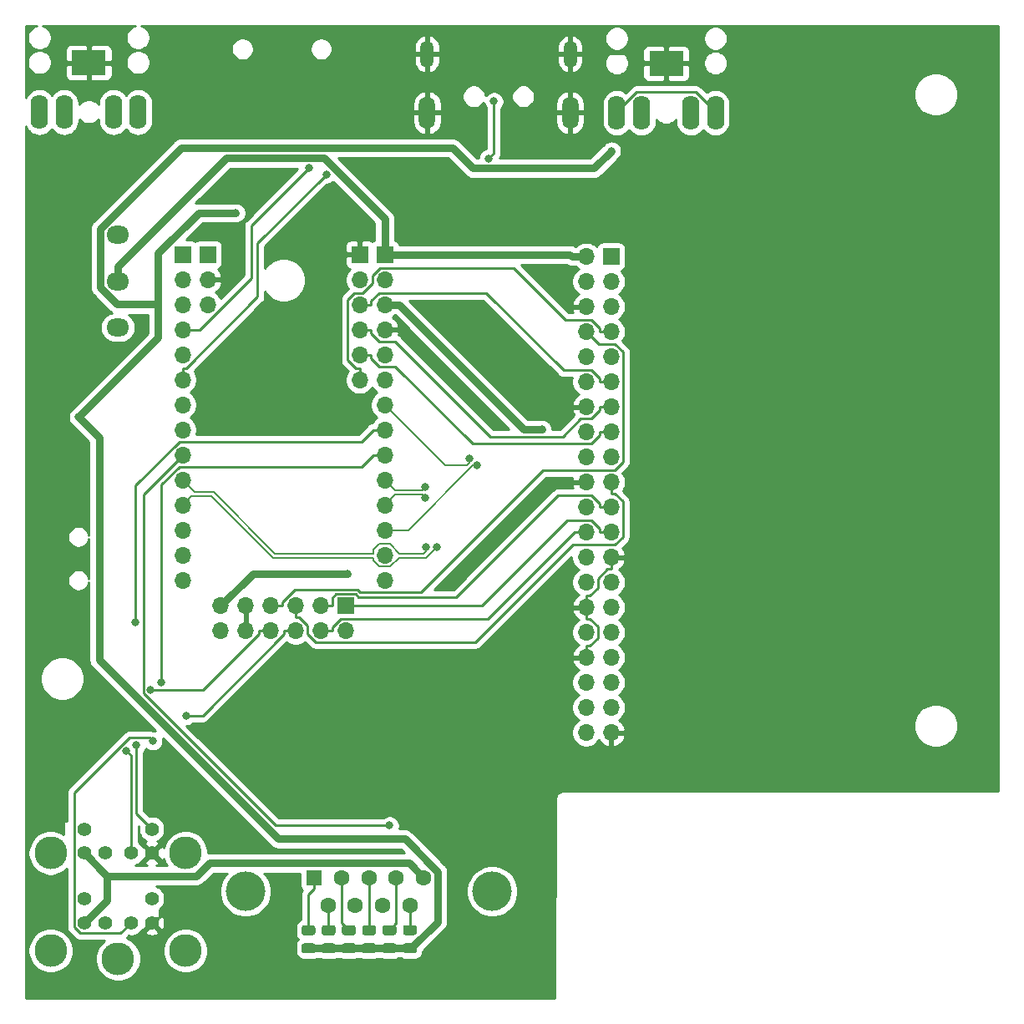
<source format=gbr>
%TF.GenerationSoftware,KiCad,Pcbnew,(5.1.8)-1*%
%TF.CreationDate,2021-04-17T11:25:56+02:00*%
%TF.ProjectId,CYC10 Board,43594331-3020-4426-9f61-72642e6b6963,rev?*%
%TF.SameCoordinates,Original*%
%TF.FileFunction,Copper,L2,Bot*%
%TF.FilePolarity,Positive*%
%FSLAX46Y46*%
G04 Gerber Fmt 4.6, Leading zero omitted, Abs format (unit mm)*
G04 Created by KiCad (PCBNEW (5.1.8)-1) date 2021-04-17 11:25:56*
%MOMM*%
%LPD*%
G01*
G04 APERTURE LIST*
%TA.AperFunction,ComponentPad*%
%ADD10R,3.500000X2.500000*%
%TD*%
%TA.AperFunction,ComponentPad*%
%ADD11O,1.750000X3.500000*%
%TD*%
%TA.AperFunction,ComponentPad*%
%ADD12C,3.316000*%
%TD*%
%TA.AperFunction,ComponentPad*%
%ADD13C,1.408000*%
%TD*%
%TA.AperFunction,ComponentPad*%
%ADD14R,1.700000X1.700000*%
%TD*%
%TA.AperFunction,ComponentPad*%
%ADD15O,1.700000X1.700000*%
%TD*%
%TA.AperFunction,ComponentPad*%
%ADD16O,1.650000X3.300000*%
%TD*%
%TA.AperFunction,ComponentPad*%
%ADD17O,1.350000X2.700000*%
%TD*%
%TA.AperFunction,ComponentPad*%
%ADD18O,2.300000X1.800000*%
%TD*%
%TA.AperFunction,ComponentPad*%
%ADD19C,4.000000*%
%TD*%
%TA.AperFunction,ComponentPad*%
%ADD20C,1.600000*%
%TD*%
%TA.AperFunction,ComponentPad*%
%ADD21R,1.600000X1.600000*%
%TD*%
%TA.AperFunction,ViaPad*%
%ADD22C,0.800000*%
%TD*%
%TA.AperFunction,Conductor*%
%ADD23C,0.250000*%
%TD*%
%TA.AperFunction,Conductor*%
%ADD24C,0.800000*%
%TD*%
%TA.AperFunction,Conductor*%
%ADD25C,0.200000*%
%TD*%
%TA.AperFunction,Conductor*%
%ADD26C,0.254000*%
%TD*%
%TA.AperFunction,Conductor*%
%ADD27C,0.100000*%
%TD*%
G04 APERTURE END LIST*
D10*
%TO.P,J11,1*%
%TO.N,GND*%
X92014000Y-24002100D03*
D11*
%TO.P,J11,3*%
%TO.N,Net-(J11-Pad2)*%
X97014000Y-29008100D03*
%TO.P,J11,2*%
X87014000Y-29008100D03*
%TO.P,J11,11*%
%TO.N,Net-(J11-Pad11)*%
X94514000Y-29008100D03*
%TO.P,J11,10*%
%TO.N,Net-(J11-Pad10)*%
X89514000Y-29008100D03*
%TD*%
%TO.P,R23,2*%
%TO.N,K16_JOY_FIRE2*%
%TA.AperFunction,SMDPad,CuDef*%
G36*
G01*
X66497601Y-112368000D02*
X65597599Y-112368000D01*
G75*
G02*
X65347600Y-112118001I0J249999D01*
G01*
X65347600Y-111592999D01*
G75*
G02*
X65597599Y-111343000I249999J0D01*
G01*
X66497601Y-111343000D01*
G75*
G02*
X66747600Y-111592999I0J-249999D01*
G01*
X66747600Y-112118001D01*
G75*
G02*
X66497601Y-112368000I-249999J0D01*
G01*
G37*
%TD.AperFunction*%
%TO.P,R23,1*%
%TO.N,+3.3VP*%
%TA.AperFunction,SMDPad,CuDef*%
G36*
G01*
X66497601Y-114193000D02*
X65597599Y-114193000D01*
G75*
G02*
X65347600Y-113943001I0J249999D01*
G01*
X65347600Y-113417999D01*
G75*
G02*
X65597599Y-113168000I249999J0D01*
G01*
X66497601Y-113168000D01*
G75*
G02*
X66747600Y-113417999I0J-249999D01*
G01*
X66747600Y-113943001D01*
G75*
G02*
X66497601Y-114193000I-249999J0D01*
G01*
G37*
%TD.AperFunction*%
%TD*%
%TO.P,R20,2*%
%TO.N,N16_JOY_RIGHT*%
%TA.AperFunction,SMDPad,CuDef*%
G36*
G01*
X64419901Y-112373000D02*
X63519899Y-112373000D01*
G75*
G02*
X63269900Y-112123001I0J249999D01*
G01*
X63269900Y-111597999D01*
G75*
G02*
X63519899Y-111348000I249999J0D01*
G01*
X64419901Y-111348000D01*
G75*
G02*
X64669900Y-111597999I0J-249999D01*
G01*
X64669900Y-112123001D01*
G75*
G02*
X64419901Y-112373000I-249999J0D01*
G01*
G37*
%TD.AperFunction*%
%TO.P,R20,1*%
%TO.N,+3.3VP*%
%TA.AperFunction,SMDPad,CuDef*%
G36*
G01*
X64419901Y-114198000D02*
X63519899Y-114198000D01*
G75*
G02*
X63269900Y-113948001I0J249999D01*
G01*
X63269900Y-113422999D01*
G75*
G02*
X63519899Y-113173000I249999J0D01*
G01*
X64419901Y-113173000D01*
G75*
G02*
X64669900Y-113422999I0J-249999D01*
G01*
X64669900Y-113948001D01*
G75*
G02*
X64419901Y-114198000I-249999J0D01*
G01*
G37*
%TD.AperFunction*%
%TD*%
%TO.P,R19,2*%
%TO.N,T15_JOY_LEFT*%
%TA.AperFunction,SMDPad,CuDef*%
G36*
G01*
X62347301Y-112381000D02*
X61447299Y-112381000D01*
G75*
G02*
X61197300Y-112131001I0J249999D01*
G01*
X61197300Y-111605999D01*
G75*
G02*
X61447299Y-111356000I249999J0D01*
G01*
X62347301Y-111356000D01*
G75*
G02*
X62597300Y-111605999I0J-249999D01*
G01*
X62597300Y-112131001D01*
G75*
G02*
X62347301Y-112381000I-249999J0D01*
G01*
G37*
%TD.AperFunction*%
%TO.P,R19,1*%
%TO.N,+3.3VP*%
%TA.AperFunction,SMDPad,CuDef*%
G36*
G01*
X62347301Y-114206000D02*
X61447299Y-114206000D01*
G75*
G02*
X61197300Y-113956001I0J249999D01*
G01*
X61197300Y-113430999D01*
G75*
G02*
X61447299Y-113181000I249999J0D01*
G01*
X62347301Y-113181000D01*
G75*
G02*
X62597300Y-113430999I0J-249999D01*
G01*
X62597300Y-113956001D01*
G75*
G02*
X62347301Y-114206000I-249999J0D01*
G01*
G37*
%TD.AperFunction*%
%TD*%
%TO.P,R8,2*%
%TO.N,R1_JOY_DOWN*%
%TA.AperFunction,SMDPad,CuDef*%
G36*
G01*
X60302601Y-112381000D02*
X59402599Y-112381000D01*
G75*
G02*
X59152600Y-112131001I0J249999D01*
G01*
X59152600Y-111605999D01*
G75*
G02*
X59402599Y-111356000I249999J0D01*
G01*
X60302601Y-111356000D01*
G75*
G02*
X60552600Y-111605999I0J-249999D01*
G01*
X60552600Y-112131001D01*
G75*
G02*
X60302601Y-112381000I-249999J0D01*
G01*
G37*
%TD.AperFunction*%
%TO.P,R8,1*%
%TO.N,+3.3VP*%
%TA.AperFunction,SMDPad,CuDef*%
G36*
G01*
X60302601Y-114206000D02*
X59402599Y-114206000D01*
G75*
G02*
X59152600Y-113956001I0J249999D01*
G01*
X59152600Y-113430999D01*
G75*
G02*
X59402599Y-113181000I249999J0D01*
G01*
X60302601Y-113181000D01*
G75*
G02*
X60552600Y-113430999I0J-249999D01*
G01*
X60552600Y-113956001D01*
G75*
G02*
X60302601Y-114206000I-249999J0D01*
G01*
G37*
%TD.AperFunction*%
%TD*%
%TO.P,R7,2*%
%TO.N,K15_JOY_FIRE1*%
%TA.AperFunction,SMDPad,CuDef*%
G36*
G01*
X58255301Y-112386000D02*
X57355299Y-112386000D01*
G75*
G02*
X57105300Y-112136001I0J249999D01*
G01*
X57105300Y-111610999D01*
G75*
G02*
X57355299Y-111361000I249999J0D01*
G01*
X58255301Y-111361000D01*
G75*
G02*
X58505300Y-111610999I0J-249999D01*
G01*
X58505300Y-112136001D01*
G75*
G02*
X58255301Y-112386000I-249999J0D01*
G01*
G37*
%TD.AperFunction*%
%TO.P,R7,1*%
%TO.N,+3.3VP*%
%TA.AperFunction,SMDPad,CuDef*%
G36*
G01*
X58255301Y-114211000D02*
X57355299Y-114211000D01*
G75*
G02*
X57105300Y-113961001I0J249999D01*
G01*
X57105300Y-113435999D01*
G75*
G02*
X57355299Y-113186000I249999J0D01*
G01*
X58255301Y-113186000D01*
G75*
G02*
X58505300Y-113435999I0J-249999D01*
G01*
X58505300Y-113961001D01*
G75*
G02*
X58255301Y-114211000I-249999J0D01*
G01*
G37*
%TD.AperFunction*%
%TD*%
%TO.P,R6,2*%
%TO.N,J14_JOY_UP*%
%TA.AperFunction,SMDPad,CuDef*%
G36*
G01*
X56210601Y-112386000D02*
X55310599Y-112386000D01*
G75*
G02*
X55060600Y-112136001I0J249999D01*
G01*
X55060600Y-111610999D01*
G75*
G02*
X55310599Y-111361000I249999J0D01*
G01*
X56210601Y-111361000D01*
G75*
G02*
X56460600Y-111610999I0J-249999D01*
G01*
X56460600Y-112136001D01*
G75*
G02*
X56210601Y-112386000I-249999J0D01*
G01*
G37*
%TD.AperFunction*%
%TO.P,R6,1*%
%TO.N,+3.3VP*%
%TA.AperFunction,SMDPad,CuDef*%
G36*
G01*
X56210601Y-114211000D02*
X55310599Y-114211000D01*
G75*
G02*
X55060600Y-113961001I0J249999D01*
G01*
X55060600Y-113435999D01*
G75*
G02*
X55310599Y-113186000I249999J0D01*
G01*
X56210601Y-113186000D01*
G75*
G02*
X56460600Y-113435999I0J-249999D01*
G01*
X56460600Y-113961001D01*
G75*
G02*
X56210601Y-114211000I-249999J0D01*
G01*
G37*
%TD.AperFunction*%
%TD*%
D12*
%TO.P,J10,Z5*%
%TO.N,N/C*%
X43319300Y-113954000D03*
%TO.P,J10,Z4*%
X36469300Y-114754000D03*
%TO.P,J10,Z3*%
X29619300Y-113954000D03*
%TO.P,J10,Z2*%
X43319300Y-104054000D03*
%TO.P,J10,Z1*%
X29619300Y-104054000D03*
D13*
%TO.P,J10,3*%
%TO.N,GND*%
X39869300Y-111104000D03*
%TO.P,J10,1*%
%TO.N,Net-(D4-Pad3)*%
X37769300Y-111104000D03*
%TO.P,J10,2*%
%TO.N,Net-(J10-Pad2)*%
X35169300Y-111104000D03*
%TO.P,J10,4*%
%TO.N,+5V*%
X33069300Y-111104000D03*
%TO.P,J10,5*%
%TO.N,Net-(D2-Pad3)*%
X39869300Y-108654000D03*
%TO.P,J10,6*%
%TO.N,Net-(J10-Pad6)*%
X33069300Y-108654000D03*
%TO.P,J10,11*%
%TO.N,Net-(D3-Pad3)*%
X39869300Y-101604000D03*
%TO.P,J10,12*%
%TO.N,Net-(J10-Pad12)*%
X33069300Y-101604000D03*
%TO.P,J10,10*%
%TO.N,+5V*%
X33069300Y-104054000D03*
%TO.P,J10,9*%
%TO.N,GND*%
X39869300Y-104054000D03*
%TO.P,J10,8*%
%TO.N,Net-(J10-Pad8)*%
X35169300Y-104054000D03*
%TO.P,J10,7*%
%TO.N,Net-(D1-Pad3)*%
X37769300Y-104054000D03*
%TD*%
D14*
%TO.P,J13,1*%
%TO.N,Net-(J13-Pad1)*%
X86441300Y-43568600D03*
D15*
%TO.P,J13,2*%
%TO.N,+5V*%
X83901300Y-43568600D03*
%TO.P,J13,3*%
%TO.N,Net-(J13-Pad3)*%
X86441300Y-46108600D03*
%TO.P,J13,4*%
%TO.N,+5V*%
X83901300Y-46108600D03*
%TO.P,J13,5*%
%TO.N,Net-(J13-Pad5)*%
X86441300Y-48648600D03*
%TO.P,J13,6*%
%TO.N,GND*%
X83901300Y-48648600D03*
%TO.P,J13,7*%
%TO.N,TMS*%
X86441300Y-51188600D03*
%TO.P,J13,8*%
%TO.N,D16_PI_RX*%
X83901300Y-51188600D03*
%TO.P,J13,9*%
%TO.N,GND*%
X86441300Y-53728600D03*
%TO.P,J13,10*%
%TO.N,D15_PI_TX*%
X83901300Y-53728600D03*
%TO.P,J13,11*%
%TO.N,TCK*%
X86441300Y-56268600D03*
%TO.P,J13,12*%
%TO.N,Net-(J13-Pad12)*%
X83901300Y-56268600D03*
%TO.P,J13,13*%
%TO.N,TDO*%
X86441300Y-58808600D03*
%TO.P,J13,14*%
%TO.N,GND*%
X83901300Y-58808600D03*
%TO.P,J13,15*%
%TO.N,TDI*%
X86441300Y-61348600D03*
%TO.P,J13,16*%
%TO.N,Net-(J13-Pad16)*%
X83901300Y-61348600D03*
%TO.P,J13,17*%
%TO.N,Net-(J13-Pad17)*%
X86441300Y-63888600D03*
%TO.P,J13,18*%
%TO.N,Net-(J13-Pad18)*%
X83901300Y-63888600D03*
%TO.P,J13,19*%
%TO.N,F16_PI_MOSI*%
X86441300Y-66428600D03*
%TO.P,J13,20*%
%TO.N,GND*%
X83901300Y-66428600D03*
%TO.P,J13,21*%
%TO.N,F15_PI_MISO*%
X86441300Y-68968600D03*
%TO.P,J13,22*%
%TO.N,Net-(J13-Pad22)*%
X83901300Y-68968600D03*
%TO.P,J13,23*%
%TO.N,F13_PI_CLK*%
X86441300Y-71508600D03*
%TO.P,J13,24*%
%TO.N,C15_PI_CS*%
X83901300Y-71508600D03*
%TO.P,J13,25*%
%TO.N,GND*%
X86441300Y-74048600D03*
%TO.P,J13,26*%
%TO.N,Net-(J13-Pad26)*%
X83901300Y-74048600D03*
%TO.P,J13,27*%
%TO.N,Net-(J13-Pad27)*%
X86441300Y-76588600D03*
%TO.P,J13,28*%
%TO.N,Net-(J13-Pad28)*%
X83901300Y-76588600D03*
%TO.P,J13,29*%
%TO.N,Net-(J13-Pad29)*%
X86441300Y-79128600D03*
%TO.P,J13,30*%
%TO.N,GND*%
X83901300Y-79128600D03*
%TO.P,J13,31*%
%TO.N,Net-(J13-Pad31)*%
X86441300Y-81668600D03*
%TO.P,J13,32*%
%TO.N,Net-(J13-Pad32)*%
X83901300Y-81668600D03*
%TO.P,J13,33*%
%TO.N,Net-(J13-Pad33)*%
X86441300Y-84208600D03*
%TO.P,J13,34*%
%TO.N,GND*%
X83901300Y-84208600D03*
%TO.P,J13,35*%
%TO.N,Net-(J13-Pad35)*%
X86441300Y-86748600D03*
%TO.P,J13,36*%
%TO.N,Net-(J13-Pad36)*%
X83901300Y-86748600D03*
%TO.P,J13,37*%
%TO.N,Net-(J13-Pad37)*%
X86441300Y-89288600D03*
%TO.P,J13,38*%
%TO.N,Net-(J13-Pad38)*%
X83901300Y-89288600D03*
%TO.P,J13,39*%
%TO.N,GND*%
X86441300Y-91828600D03*
%TO.P,J13,40*%
%TO.N,Net-(J13-Pad40)*%
X83901300Y-91828600D03*
%TD*%
D10*
%TO.P,J12,1*%
%TO.N,GND*%
X33495000Y-23936100D03*
D11*
%TO.P,J12,3*%
%TO.N,Net-(C19-Pad2)*%
X38495000Y-28942100D03*
%TO.P,J12,2*%
%TO.N,Net-(C18-Pad2)*%
X28495000Y-28942100D03*
%TO.P,J12,11*%
%TO.N,Net-(J12-Pad11)*%
X35995000Y-28942100D03*
%TO.P,J12,10*%
%TO.N,Net-(J12-Pad10)*%
X30995000Y-28942100D03*
%TD*%
D16*
%TO.P,J8,SH*%
%TO.N,GND*%
X67781600Y-28999900D03*
X82281600Y-28999900D03*
D17*
X82281600Y-23039900D03*
X67781600Y-23039900D03*
%TD*%
D18*
%TO.P,SW1,1*%
%TO.N,IN_5V*%
X36449000Y-50765400D03*
%TO.P,SW1,2*%
%TO.N,+5V*%
X36449000Y-46065400D03*
%TO.P,SW1,3*%
%TO.N,Net-(SW1-Pad3)*%
X36449000Y-41365400D03*
%TD*%
D19*
%TO.P,J6,0*%
%TO.N,N/C*%
X74389900Y-107938000D03*
X49389900Y-107938000D03*
D20*
%TO.P,J6,9*%
%TO.N,K16_JOY_FIRE2*%
X66044900Y-109358000D03*
%TO.P,J6,8*%
%TO.N,GND*%
X63274900Y-109358000D03*
%TO.P,J6,7*%
%TO.N,Net-(J6-Pad7)*%
X60504900Y-109358000D03*
%TO.P,J6,6*%
%TO.N,K15_JOY_FIRE1*%
X57734900Y-109358000D03*
%TO.P,J6,5*%
%TO.N,+5V*%
X67429900Y-106518000D03*
%TO.P,J6,4*%
%TO.N,N16_JOY_RIGHT*%
X64659900Y-106518000D03*
%TO.P,J6,3*%
%TO.N,T15_JOY_LEFT*%
X61889900Y-106518000D03*
%TO.P,J6,2*%
%TO.N,R1_JOY_DOWN*%
X59119900Y-106518000D03*
D21*
%TO.P,J6,1*%
%TO.N,J14_JOY_UP*%
X56349900Y-106518000D03*
%TD*%
D14*
%TO.P,J5,1*%
%TO.N,F13_PI_CLK*%
X59551700Y-78963500D03*
D15*
%TO.P,J5,7*%
%TO.N,D15_PI_TX*%
X59551700Y-81503500D03*
%TO.P,J5,2*%
%TO.N,F15_PI_MISO*%
X57011700Y-78963500D03*
%TO.P,J5,8*%
%TO.N,C15_PI_CS*%
X57011700Y-81503500D03*
%TO.P,J5,3*%
%TO.N,F16_PI_MOSI*%
X54471700Y-78963500D03*
%TO.P,J5,9*%
%TO.N,B16_MDAT*%
X54471700Y-81503500D03*
%TO.P,J5,4*%
%TO.N,D16_PI_RX*%
X51931700Y-78963500D03*
%TO.P,J5,10*%
%TO.N,C16_MCLK*%
X51931700Y-81503500D03*
%TO.P,J5,5*%
%TO.N,GND*%
X49391700Y-78963500D03*
%TO.P,J5,11*%
X49391700Y-81503500D03*
%TO.P,J5,6*%
%TO.N,+3.3V*%
X46851700Y-78963500D03*
%TO.P,J5,12*%
X46851700Y-81503500D03*
%TD*%
%TO.P,J4,14*%
%TO.N,TMDS_2_P*%
X63490000Y-76398100D03*
%TO.P,J4,13*%
%TO.N,TMDS_2_N*%
X63490000Y-73858100D03*
%TO.P,J4,12*%
%TO.N,TMDS_0_P*%
X63490000Y-71318100D03*
%TO.P,J4,11*%
%TO.N,TMDS_1_N*%
X63490000Y-68778100D03*
%TO.P,J4,10*%
%TO.N,TMDS_1_P*%
X63490000Y-66238100D03*
%TO.P,J4,9*%
%TO.N,K2_KDAT*%
X63490000Y-63698100D03*
%TO.P,J4,8*%
%TO.N,L2_KCLK*%
X63490000Y-61158100D03*
%TO.P,J4,7*%
%TO.N,TMDS_0_N*%
X63490000Y-58618100D03*
%TO.P,J4,6*%
%TO.N,R1_JOY_DOWN*%
X63490000Y-56078100D03*
%TO.P,J4,5*%
%TO.N,RESET*%
X63490000Y-53538100D03*
%TO.P,J4,4*%
%TO.N,GND*%
X63490000Y-50998100D03*
%TO.P,J4,3*%
%TO.N,+3.3V*%
X63490000Y-48458100D03*
%TO.P,J4,2*%
%TO.N,VIN*%
X63490000Y-45918100D03*
D14*
%TO.P,J4,1*%
%TO.N,+5V*%
X63490000Y-43378100D03*
%TD*%
D15*
%TO.P,J3,6*%
%TO.N,TMS*%
X60950000Y-56078100D03*
%TO.P,J3,5*%
%TO.N,TDI*%
X60950000Y-53538100D03*
%TO.P,J3,4*%
%TO.N,TDO*%
X60950000Y-50998100D03*
%TO.P,J3,3*%
%TO.N,TCK*%
X60950000Y-48458100D03*
%TO.P,J3,2*%
%TO.N,Net-(J3-Pad2)*%
X60950000Y-45918100D03*
D14*
%TO.P,J3,1*%
%TO.N,GND*%
X60950000Y-43378100D03*
%TD*%
D15*
%TO.P,J2,3*%
%TO.N,R11_RIGHT*%
X45539700Y-48458100D03*
%TO.P,J2,2*%
%TO.N,GND*%
X45539700Y-45918100D03*
D14*
%TO.P,J2,1*%
%TO.N,T12_LEFT*%
X45539700Y-43378100D03*
%TD*%
D15*
%TO.P,J1,14*%
%TO.N,J14_JOY_UP*%
X42999700Y-76388000D03*
%TO.P,J1,13*%
%TO.N,K16_JOY_FIRE2*%
X42999700Y-73848000D03*
%TO.P,J1,12*%
%TO.N,K15_JOY_FIRE1*%
X42999700Y-71308000D03*
%TO.P,J1,11*%
%TO.N,TMDSC_N*%
X42999700Y-68768000D03*
%TO.P,J1,10*%
%TO.N,TMDSC_P*%
X42999700Y-66228000D03*
%TO.P,J1,9*%
%TO.N,N16_JOY_RIGHT*%
X42999700Y-63688000D03*
%TO.P,J1,8*%
%TO.N,T15_JOY_LEFT*%
X42999700Y-61148000D03*
%TO.P,J1,7*%
%TO.N,R14_SD_DATA2*%
X42999700Y-58608000D03*
%TO.P,J1,6*%
%TO.N,P14_SD_DATA1*%
X42999700Y-56068000D03*
%TO.P,J1,5*%
%TO.N,T14_SD_MOSI*%
X42999700Y-53528000D03*
%TO.P,J1,4*%
%TO.N,R13_SD_MISO*%
X42999700Y-50988000D03*
%TO.P,J1,3*%
%TO.N,T13_SD_CLK*%
X42999700Y-48448000D03*
%TO.P,J1,2*%
%TO.N,R12_SD_CS*%
X42999700Y-45908000D03*
D14*
%TO.P,J1,1*%
%TO.N,EAR*%
X42999700Y-43368000D03*
%TD*%
D22*
%TO.N,GND*%
X72444700Y-32312500D03*
%TO.N,+3.3V*%
X59716100Y-75704900D03*
X79433500Y-61091000D03*
%TO.N,+3.3VP*%
X48409900Y-39144800D03*
X32430400Y-59848500D03*
X86487100Y-32871200D03*
%TO.N,TMDSC_N*%
X68736700Y-73012300D03*
%TO.N,TMDSC_P*%
X67686700Y-73012300D03*
%TO.N,N16_JOY_RIGHT*%
X63982800Y-101261000D03*
%TO.N,P14_SD_DATA1*%
X57561300Y-35241900D03*
%TO.N,R13_SD_MISO*%
X55780000Y-34607000D03*
%TO.N,TMDS_0_P*%
X72840000Y-64767900D03*
%TO.N,TMDS_1_N*%
X67617300Y-68002600D03*
%TO.N,TMDS_1_P*%
X67617300Y-66952600D03*
%TO.N,TMDS_0_N*%
X72097500Y-64025400D03*
%TO.N,Net-(J8-Pad9)*%
X74005100Y-33628800D03*
X74564400Y-27855900D03*
%TO.N,Net-(D1-Pad3)*%
X37300300Y-93646700D03*
%TO.N,Net-(D3-Pad3)*%
X38331500Y-93111800D03*
%TO.N,Net-(D4-Pad3)*%
X40008100Y-92679400D03*
%TO.N,K2_KDAT*%
X40848000Y-86764800D03*
%TO.N,L2_KCLK*%
X38231600Y-80655500D03*
%TO.N,B16_MDAT*%
X43403500Y-90130500D03*
%TO.N,C16_MCLK*%
X39759300Y-87539400D03*
%TD*%
D23*
%TO.N,GND*%
X72444700Y-32312500D02*
X69132100Y-28999900D01*
X69132100Y-28999900D02*
X67781600Y-28999900D01*
X83901300Y-84208600D02*
X83901300Y-83033300D01*
X83901300Y-83033300D02*
X84268600Y-83033300D01*
X84268600Y-83033300D02*
X85076600Y-82225300D01*
X85076600Y-82225300D02*
X85076600Y-81111800D01*
X85076600Y-81111800D02*
X84268700Y-80303900D01*
X84268700Y-80303900D02*
X83901300Y-80303900D01*
X83901300Y-80303900D02*
X83901300Y-79128600D01*
X86441300Y-74048600D02*
X86441300Y-75223900D01*
X86441300Y-75223900D02*
X86073900Y-75223900D01*
X86073900Y-75223900D02*
X85076600Y-76221200D01*
X85076600Y-76221200D02*
X85076600Y-77145400D01*
X85076600Y-77145400D02*
X84268700Y-77953300D01*
X84268700Y-77953300D02*
X83901300Y-77953300D01*
X83901300Y-77953300D02*
X83901300Y-79128600D01*
X92014000Y-24002100D02*
X89938700Y-24002100D01*
X89938700Y-24002100D02*
X88894800Y-22958200D01*
X88894800Y-22958200D02*
X82363300Y-22958200D01*
X82363300Y-22958200D02*
X82281600Y-23039900D01*
%TO.N,TMS*%
X60950000Y-56078100D02*
X60950000Y-54902800D01*
X60950000Y-54902800D02*
X60582700Y-54902800D01*
X60582700Y-54902800D02*
X59754800Y-54074900D01*
X59754800Y-54074900D02*
X59754800Y-47930500D01*
X59754800Y-47930500D02*
X60427100Y-47258200D01*
X60427100Y-47258200D02*
X61274100Y-47258200D01*
X61274100Y-47258200D02*
X62220000Y-46312300D01*
X62220000Y-46312300D02*
X62220000Y-45523300D01*
X62220000Y-45523300D02*
X63008000Y-44735300D01*
X63008000Y-44735300D02*
X76537100Y-44735300D01*
X76537100Y-44735300D02*
X81815100Y-50013300D01*
X81815100Y-50013300D02*
X84458100Y-50013300D01*
X84458100Y-50013300D02*
X85266000Y-50821200D01*
X85266000Y-50821200D02*
X85266000Y-51188600D01*
X85266000Y-51188600D02*
X86441300Y-51188600D01*
%TO.N,TDI*%
X60950000Y-53538100D02*
X62125300Y-53538100D01*
X62125300Y-53538100D02*
X62125300Y-53905500D01*
X62125300Y-53905500D02*
X62933200Y-54713400D01*
X62933200Y-54713400D02*
X64570700Y-54713400D01*
X64570700Y-54713400D02*
X72381200Y-62523900D01*
X72381200Y-62523900D02*
X84458100Y-62523900D01*
X84458100Y-62523900D02*
X85266000Y-61716000D01*
X85266000Y-61716000D02*
X85266000Y-61348600D01*
X85266000Y-61348600D02*
X86441300Y-61348600D01*
%TO.N,TDO*%
X60950000Y-50998100D02*
X62125300Y-50998100D01*
X62125300Y-50998100D02*
X62125300Y-51365500D01*
X62125300Y-51365500D02*
X62933200Y-52173400D01*
X62933200Y-52173400D02*
X64570700Y-52173400D01*
X64570700Y-52173400D02*
X74213700Y-61816400D01*
X74213700Y-61816400D02*
X81533300Y-61816400D01*
X81533300Y-61816400D02*
X83365800Y-59983900D01*
X83365800Y-59983900D02*
X84458100Y-59983900D01*
X84458100Y-59983900D02*
X85266000Y-59176000D01*
X85266000Y-59176000D02*
X85266000Y-58808600D01*
X85266000Y-58808600D02*
X86441300Y-58808600D01*
%TO.N,TCK*%
X60950000Y-48458100D02*
X62125300Y-48458100D01*
X62125300Y-48458100D02*
X62125300Y-48090800D01*
X62125300Y-48090800D02*
X62950800Y-47265300D01*
X62950800Y-47265300D02*
X73778900Y-47265300D01*
X73778900Y-47265300D02*
X81606900Y-55093300D01*
X81606900Y-55093300D02*
X84458100Y-55093300D01*
X84458100Y-55093300D02*
X85266000Y-55901200D01*
X85266000Y-55901200D02*
X85266000Y-56268600D01*
X85266000Y-56268600D02*
X86441300Y-56268600D01*
D24*
%TO.N,+3.3V*%
X46851700Y-78963500D02*
X50110300Y-75704900D01*
X50110300Y-75704900D02*
X59716100Y-75704900D01*
X63490000Y-48458100D02*
X64940300Y-48458100D01*
X64940300Y-48458100D02*
X77573200Y-61091000D01*
X77573200Y-61091000D02*
X79433500Y-61091000D01*
%TO.N,+5V*%
X36449000Y-46065400D02*
X36449000Y-44565100D01*
X36449000Y-44565100D02*
X47407400Y-33606700D01*
X47407400Y-33606700D02*
X57342200Y-33606700D01*
X57342200Y-33606700D02*
X63490000Y-39754500D01*
X63490000Y-39754500D02*
X63490000Y-43378100D01*
X35369300Y-106354000D02*
X35369300Y-108804000D01*
X35369300Y-108804000D02*
X33069300Y-111104000D01*
X83901300Y-43568600D02*
X82451000Y-43568600D01*
X82451000Y-43568600D02*
X82260500Y-43378100D01*
X82260500Y-43378100D02*
X63490000Y-43378100D01*
X33069300Y-104054000D02*
X35369300Y-106354000D01*
X35369300Y-106354000D02*
X44416700Y-106354000D01*
X44416700Y-106354000D02*
X45708600Y-105062000D01*
X45708600Y-105062000D02*
X65974000Y-105062000D01*
X65974000Y-105062000D02*
X67429900Y-106518000D01*
%TO.N,+3.3VP*%
X66047400Y-113680300D02*
X66047600Y-113680000D01*
X66046400Y-113681500D02*
X66047400Y-113680300D01*
X66047400Y-113680300D02*
X66047600Y-113680000D01*
X66046400Y-113681500D02*
X66047400Y-113680300D01*
X66047600Y-113680500D02*
X66047400Y-113680300D01*
X63969900Y-113686000D02*
X66042600Y-113686000D01*
X66042600Y-113686000D02*
X66045100Y-113683000D01*
X61897300Y-113694000D02*
X63961900Y-113694000D01*
X63961900Y-113694000D02*
X63969900Y-113686000D01*
X63969900Y-113685500D02*
X63969900Y-113686000D01*
X59852600Y-113694000D02*
X61897300Y-113694000D01*
X61897300Y-113693500D02*
X61897300Y-113694000D01*
X57805300Y-113698000D02*
X59847600Y-113698000D01*
X59847600Y-113698000D02*
X59852600Y-113694000D01*
X59852600Y-113693500D02*
X59852600Y-113694000D01*
X55760600Y-113698000D02*
X57805300Y-113698000D01*
X57805300Y-113698500D02*
X57805300Y-113698000D01*
X55760600Y-113698500D02*
X55760600Y-113698000D01*
X66045100Y-113683000D02*
X66046400Y-113681500D01*
X66045100Y-113683000D02*
X66046400Y-113681500D01*
X66047600Y-113680000D02*
X66187900Y-113680000D01*
X66187900Y-113680000D02*
X68865300Y-111003000D01*
X68865300Y-111003000D02*
X68865300Y-105946000D01*
X68865300Y-105946000D02*
X65527200Y-102608000D01*
X65527200Y-102608000D02*
X52662200Y-102608000D01*
X52662200Y-102608000D02*
X34533600Y-84479800D01*
X34533600Y-84479800D02*
X34533600Y-61951700D01*
X34533600Y-61951700D02*
X32430400Y-59848500D01*
X32430400Y-59848500D02*
X40532200Y-51746700D01*
X40532200Y-51746700D02*
X40532200Y-48415400D01*
X40532200Y-48415400D02*
X40532200Y-43227300D01*
X40532200Y-43227300D02*
X44614700Y-39144800D01*
X44614700Y-39144800D02*
X48409900Y-39144800D01*
X40532200Y-48415400D02*
X36381300Y-48415400D01*
X36381300Y-48415400D02*
X34661200Y-46695300D01*
X34661200Y-46695300D02*
X34661200Y-40753500D01*
X34661200Y-40753500D02*
X42844500Y-32570200D01*
X42844500Y-32570200D02*
X70343100Y-32570200D01*
X70343100Y-32570200D02*
X72402100Y-34629200D01*
X72402100Y-34629200D02*
X84729100Y-34629200D01*
X84729100Y-34629200D02*
X86487100Y-32871200D01*
D23*
%TO.N,J14_JOY_UP*%
X55760600Y-111873500D02*
X55760600Y-111874000D01*
X56349900Y-106518000D02*
X56349900Y-107643000D01*
X56349900Y-107643000D02*
X55760600Y-108233000D01*
X55760600Y-108233000D02*
X55760600Y-111873500D01*
%TO.N,K16_JOY_FIRE2*%
X66047600Y-111855500D02*
X66047600Y-111856000D01*
X66044900Y-109358000D02*
X66047600Y-109361000D01*
X66047600Y-109361000D02*
X66047600Y-111855500D01*
%TO.N,K15_JOY_FIRE1*%
X57805300Y-111873500D02*
X57805300Y-111874000D01*
X57734900Y-109358000D02*
X57805300Y-109428000D01*
X57805300Y-109428000D02*
X57805300Y-111873500D01*
D25*
%TO.N,TMDSC_N*%
X42999700Y-68768000D02*
X43871000Y-67896700D01*
X43871000Y-67896700D02*
X45289300Y-67896700D01*
X45289300Y-67896700D02*
X45295800Y-67903300D01*
X45295800Y-67903300D02*
X45939200Y-67903300D01*
X45939200Y-67903300D02*
X52154600Y-74118700D01*
X52154600Y-74118700D02*
X62340000Y-74118700D01*
X62340000Y-74118700D02*
X62340000Y-74410100D01*
X62340000Y-74410100D02*
X62938000Y-75008100D01*
X62938000Y-75008100D02*
X64042000Y-75008100D01*
X64042000Y-75008100D02*
X64931400Y-74118700D01*
X64931400Y-74118700D02*
X67630300Y-74118700D01*
X67630300Y-74118700D02*
X68736700Y-73012300D01*
%TO.N,TMDSC_P*%
X42999700Y-66228000D02*
X44225000Y-67453300D01*
X44225000Y-67453300D02*
X46125600Y-67453300D01*
X46125600Y-67453300D02*
X52341000Y-73668700D01*
X52341000Y-73668700D02*
X62340000Y-73668700D01*
X62340000Y-73668700D02*
X62340000Y-73306100D01*
X62340000Y-73306100D02*
X62938000Y-72708100D01*
X62938000Y-72708100D02*
X64042000Y-72708100D01*
X64042000Y-72708100D02*
X65002600Y-73668700D01*
X65002600Y-73668700D02*
X67443900Y-73668700D01*
X67443900Y-73668700D02*
X67686700Y-73425900D01*
X67686700Y-73425900D02*
X67686700Y-73012300D01*
D23*
%TO.N,N16_JOY_RIGHT*%
X63969900Y-111860000D02*
X63969900Y-111860500D01*
X64659900Y-106518000D02*
X64659900Y-111170000D01*
X64659900Y-111170000D02*
X63969900Y-111860000D01*
X42999700Y-63688000D02*
X39033900Y-67653800D01*
X39033900Y-67653800D02*
X39033900Y-87863300D01*
X39033900Y-87863300D02*
X52432000Y-101261000D01*
X52432000Y-101261000D02*
X63982800Y-101261000D01*
%TO.N,T15_JOY_LEFT*%
X61897300Y-111868500D02*
X61893600Y-111864800D01*
X61893600Y-111864800D02*
X61893600Y-111864000D01*
X61889900Y-106518000D02*
X61889900Y-111861000D01*
X61889900Y-111861000D02*
X61893600Y-111864000D01*
%TO.N,P14_SD_DATA1*%
X42999700Y-56068000D02*
X42999700Y-54892700D01*
X42999700Y-54892700D02*
X43367000Y-54892700D01*
X43367000Y-54892700D02*
X50589500Y-47670200D01*
X50589500Y-47670200D02*
X50589500Y-42213700D01*
X50589500Y-42213700D02*
X57561300Y-35241900D01*
%TO.N,R13_SD_MISO*%
X42999700Y-50988000D02*
X44717400Y-50988000D01*
X44717400Y-50988000D02*
X49938400Y-45767000D01*
X49938400Y-45767000D02*
X49938400Y-40448600D01*
X49938400Y-40448600D02*
X55780000Y-34607000D01*
D25*
%TO.N,TMDS_0_P*%
X63490000Y-71318100D02*
X65865500Y-71318100D01*
X65865500Y-71318100D02*
X72415700Y-64767900D01*
X72415700Y-64767900D02*
X72840000Y-64767900D01*
%TO.N,TMDS_1_N*%
X63490000Y-68760100D02*
X63490000Y-68778100D01*
X67617300Y-68002600D02*
X67317300Y-67702600D01*
X67317300Y-67702600D02*
X64547500Y-67702600D01*
X64547500Y-67702600D02*
X63490000Y-68760100D01*
X63490000Y-68760100D02*
X63477100Y-68773000D01*
%TO.N,TMDS_1_P*%
X67617300Y-66952600D02*
X67317300Y-67252600D01*
X67317300Y-67252600D02*
X64539900Y-67252600D01*
X64539900Y-67252600D02*
X63525400Y-66238100D01*
X63525400Y-66238100D02*
X63490000Y-66238100D01*
%TO.N,TMDS_0_N*%
X64046800Y-59172600D02*
X63494900Y-58620700D01*
X72097500Y-64025400D02*
X72097500Y-64449700D01*
X72097500Y-64449700D02*
X71839600Y-64707600D01*
X71839600Y-64707600D02*
X69581800Y-64707600D01*
X69581800Y-64707600D02*
X64046800Y-59172600D01*
X64046800Y-59172600D02*
X64044500Y-59172600D01*
X64044500Y-59172600D02*
X63490000Y-58618100D01*
D23*
%TO.N,R1_JOY_DOWN*%
X59852600Y-111868500D02*
X59852600Y-111868000D01*
X59119900Y-106518000D02*
X59119900Y-111136000D01*
X59119900Y-111136000D02*
X59852600Y-111868000D01*
%TO.N,Net-(J8-Pad9)*%
X74005100Y-33628800D02*
X74564400Y-33069500D01*
X74564400Y-33069500D02*
X74564400Y-27855900D01*
%TO.N,Net-(D1-Pad3)*%
X37769300Y-104054000D02*
X37769300Y-94115700D01*
X37769300Y-94115700D02*
X37300300Y-93646700D01*
%TO.N,Net-(D3-Pad3)*%
X39869300Y-101604000D02*
X38331600Y-100066000D01*
X38331600Y-100066000D02*
X38331600Y-93111800D01*
X38331600Y-93111800D02*
X38331500Y-93111800D01*
%TO.N,Net-(D4-Pad3)*%
X37769300Y-111104000D02*
X36692700Y-112181000D01*
X36692700Y-112181000D02*
X32631800Y-112181000D01*
X32631800Y-112181000D02*
X32031100Y-111580000D01*
X32031100Y-111580000D02*
X32031100Y-97885000D01*
X32031100Y-97885000D02*
X37579600Y-92336500D01*
X37579600Y-92336500D02*
X39665200Y-92336500D01*
X39665200Y-92336500D02*
X40008100Y-92679400D01*
%TO.N,K2_KDAT*%
X63490000Y-63698100D02*
X62314700Y-63698100D01*
X62314700Y-63698100D02*
X61139400Y-64873400D01*
X61139400Y-64873400D02*
X42666800Y-64873400D01*
X42666800Y-64873400D02*
X40848000Y-66692200D01*
X40848000Y-66692200D02*
X40848000Y-86764800D01*
%TO.N,L2_KCLK*%
X63490000Y-61158100D02*
X62314700Y-61158100D01*
X62314700Y-61158100D02*
X61139400Y-62333400D01*
X61139400Y-62333400D02*
X42665000Y-62333400D01*
X42665000Y-62333400D02*
X38231600Y-66766800D01*
X38231600Y-66766800D02*
X38231600Y-80655500D01*
%TO.N,B16_MDAT*%
X54471700Y-81503500D02*
X53296400Y-81503500D01*
X53296400Y-81503500D02*
X53296400Y-81870800D01*
X53296400Y-81870800D02*
X45036700Y-90130500D01*
X45036700Y-90130500D02*
X43403500Y-90130500D01*
%TO.N,C16_MCLK*%
X51931700Y-81503500D02*
X50756400Y-81503500D01*
X50756400Y-81503500D02*
X50756400Y-81870800D01*
X50756400Y-81870800D02*
X45087800Y-87539400D01*
X45087800Y-87539400D02*
X39759300Y-87539400D01*
%TO.N,F13_PI_CLK*%
X86441300Y-71508600D02*
X85266000Y-71508600D01*
X85266000Y-71508600D02*
X85266000Y-71141200D01*
X85266000Y-71141200D02*
X84458100Y-70333300D01*
X84458100Y-70333300D02*
X81984700Y-70333300D01*
X81984700Y-70333300D02*
X73354500Y-78963500D01*
X73354500Y-78963500D02*
X59551700Y-78963500D01*
%TO.N,F15_PI_MISO*%
X57011700Y-78963500D02*
X58187000Y-78963500D01*
X58187000Y-78963500D02*
X58187000Y-78155400D01*
X58187000Y-78155400D02*
X58554200Y-77788200D01*
X58554200Y-77788200D02*
X60536500Y-77788200D01*
X60536500Y-77788200D02*
X60819700Y-78071400D01*
X60819700Y-78071400D02*
X70758200Y-78071400D01*
X70758200Y-78071400D02*
X81036300Y-67793300D01*
X81036300Y-67793300D02*
X84458100Y-67793300D01*
X84458100Y-67793300D02*
X85266000Y-68601200D01*
X85266000Y-68601200D02*
X85266000Y-68968600D01*
X85266000Y-68968600D02*
X86441300Y-68968600D01*
%TO.N,C15_PI_CS*%
X57011700Y-81503500D02*
X58187000Y-81503500D01*
X58187000Y-81503500D02*
X58187000Y-81136100D01*
X58187000Y-81136100D02*
X58994900Y-80328200D01*
X58994900Y-80328200D02*
X73906400Y-80328200D01*
X73906400Y-80328200D02*
X82726000Y-71508600D01*
X82726000Y-71508600D02*
X83901300Y-71508600D01*
%TO.N,F16_PI_MOSI*%
X54471700Y-78963500D02*
X54471700Y-80138800D01*
X54471700Y-80138800D02*
X54839100Y-80138800D01*
X54839100Y-80138800D02*
X55647000Y-80946700D01*
X55647000Y-80946700D02*
X55647000Y-81806900D01*
X55647000Y-81806900D02*
X56528500Y-82688400D01*
X56528500Y-82688400D02*
X72665900Y-82688400D01*
X72665900Y-82688400D02*
X82575700Y-72778600D01*
X82575700Y-72778600D02*
X86841700Y-72778600D01*
X86841700Y-72778600D02*
X87616600Y-72003700D01*
X87616600Y-72003700D02*
X87616600Y-68411800D01*
X87616600Y-68411800D02*
X86808700Y-67603900D01*
X86808700Y-67603900D02*
X86441300Y-67603900D01*
X86441300Y-67603900D02*
X86441300Y-66428600D01*
%TO.N,D16_PI_RX*%
X51931700Y-78963500D02*
X53107000Y-78963500D01*
X53107000Y-78963500D02*
X53107000Y-78596200D01*
X53107000Y-78596200D02*
X54365300Y-77337900D01*
X54365300Y-77337900D02*
X60723100Y-77337900D01*
X60723100Y-77337900D02*
X61004500Y-77619300D01*
X61004500Y-77619300D02*
X67139700Y-77619300D01*
X67139700Y-77619300D02*
X79531700Y-65227300D01*
X79531700Y-65227300D02*
X86779600Y-65227300D01*
X86779600Y-65227300D02*
X87624200Y-64382700D01*
X87624200Y-64382700D02*
X87624200Y-53235900D01*
X87624200Y-53235900D02*
X86846900Y-52458600D01*
X86846900Y-52458600D02*
X85171300Y-52458600D01*
X85171300Y-52458600D02*
X83901300Y-51188600D01*
%TO.N,Net-(J11-Pad2)*%
X87014000Y-29008100D02*
X87014000Y-28928100D01*
X87014000Y-28928100D02*
X89037700Y-26904400D01*
X89037700Y-26904400D02*
X95016400Y-26904400D01*
X95016400Y-26904400D02*
X97014000Y-28902000D01*
X97014000Y-28902000D02*
X97014000Y-29008100D01*
%TD*%
D26*
%TO.N,GND*%
X28134764Y-20209560D02*
X27910008Y-20302657D01*
X27707733Y-20437813D01*
X27535713Y-20609833D01*
X27400557Y-20812108D01*
X27307460Y-21036864D01*
X27260000Y-21275463D01*
X27260000Y-21518737D01*
X27307460Y-21757336D01*
X27400557Y-21982092D01*
X27535713Y-22184367D01*
X27707733Y-22356387D01*
X27910008Y-22491543D01*
X28134764Y-22584640D01*
X28373363Y-22632100D01*
X28616637Y-22632100D01*
X28855236Y-22584640D01*
X29079992Y-22491543D01*
X29282267Y-22356387D01*
X29454287Y-22184367D01*
X29589443Y-21982092D01*
X29682540Y-21757336D01*
X29730000Y-21518737D01*
X29730000Y-21275463D01*
X29682540Y-21036864D01*
X29589443Y-20812108D01*
X29454287Y-20609833D01*
X29282267Y-20437813D01*
X29079992Y-20302657D01*
X28855236Y-20209560D01*
X28778719Y-20194340D01*
X38211281Y-20194340D01*
X38134764Y-20209560D01*
X37910008Y-20302657D01*
X37707733Y-20437813D01*
X37535713Y-20609833D01*
X37400557Y-20812108D01*
X37307460Y-21036864D01*
X37260000Y-21275463D01*
X37260000Y-21518737D01*
X37307460Y-21757336D01*
X37400557Y-21982092D01*
X37535713Y-22184367D01*
X37707733Y-22356387D01*
X37910008Y-22491543D01*
X38134764Y-22584640D01*
X38373363Y-22632100D01*
X38616637Y-22632100D01*
X38855236Y-22584640D01*
X39079992Y-22491543D01*
X39171031Y-22430712D01*
X47938300Y-22430712D01*
X47938300Y-22654288D01*
X47981917Y-22873567D01*
X48067476Y-23080124D01*
X48191688Y-23266020D01*
X48349780Y-23424112D01*
X48535676Y-23548324D01*
X48742233Y-23633883D01*
X48961512Y-23677500D01*
X49185088Y-23677500D01*
X49404367Y-23633883D01*
X49610924Y-23548324D01*
X49796820Y-23424112D01*
X49954912Y-23266020D01*
X50079124Y-23080124D01*
X50164683Y-22873567D01*
X50208300Y-22654288D01*
X50208300Y-22430712D01*
X55918300Y-22430712D01*
X55918300Y-22654288D01*
X55961917Y-22873567D01*
X56047476Y-23080124D01*
X56171688Y-23266020D01*
X56329780Y-23424112D01*
X56515676Y-23548324D01*
X56722233Y-23633883D01*
X56941512Y-23677500D01*
X57165088Y-23677500D01*
X57384367Y-23633883D01*
X57590924Y-23548324D01*
X57776820Y-23424112D01*
X57934912Y-23266020D01*
X58001142Y-23166900D01*
X66471600Y-23166900D01*
X66471600Y-23841900D01*
X66521548Y-24095028D01*
X66619919Y-24333548D01*
X66762933Y-24548294D01*
X66945094Y-24731013D01*
X67159401Y-24874683D01*
X67397619Y-24973783D01*
X67452200Y-24982810D01*
X67654600Y-24859124D01*
X67654600Y-23166900D01*
X67908600Y-23166900D01*
X67908600Y-24859124D01*
X68111000Y-24982810D01*
X68165581Y-24973783D01*
X68403799Y-24874683D01*
X68618106Y-24731013D01*
X68800267Y-24548294D01*
X68943281Y-24333548D01*
X69041652Y-24095028D01*
X69091600Y-23841900D01*
X69091600Y-23166900D01*
X80971600Y-23166900D01*
X80971600Y-23841900D01*
X81021548Y-24095028D01*
X81119919Y-24333548D01*
X81262933Y-24548294D01*
X81445094Y-24731013D01*
X81659401Y-24874683D01*
X81897619Y-24973783D01*
X81952200Y-24982810D01*
X82154600Y-24859124D01*
X82154600Y-23166900D01*
X82408600Y-23166900D01*
X82408600Y-24859124D01*
X82611000Y-24982810D01*
X82665581Y-24973783D01*
X82903799Y-24874683D01*
X83118106Y-24731013D01*
X83300267Y-24548294D01*
X83443281Y-24333548D01*
X83541652Y-24095028D01*
X83591600Y-23841900D01*
X83591600Y-23841463D01*
X85779000Y-23841463D01*
X85779000Y-24084737D01*
X85826460Y-24323336D01*
X85919557Y-24548092D01*
X86054713Y-24750367D01*
X86226733Y-24922387D01*
X86429008Y-25057543D01*
X86653764Y-25150640D01*
X86892363Y-25198100D01*
X87135637Y-25198100D01*
X87374236Y-25150640D01*
X87598992Y-25057543D01*
X87801267Y-24922387D01*
X87973287Y-24750367D01*
X88108443Y-24548092D01*
X88201540Y-24323336D01*
X88249000Y-24084737D01*
X88249000Y-23841463D01*
X88201540Y-23602864D01*
X88108443Y-23378108D01*
X87973287Y-23175833D01*
X87801267Y-23003813D01*
X87598992Y-22868657D01*
X87374236Y-22775560D01*
X87256294Y-22752100D01*
X89625928Y-22752100D01*
X89629000Y-23716350D01*
X89787750Y-23875100D01*
X91887000Y-23875100D01*
X91887000Y-22275850D01*
X92141000Y-22275850D01*
X92141000Y-23875100D01*
X94240250Y-23875100D01*
X94273887Y-23841463D01*
X95779000Y-23841463D01*
X95779000Y-24084737D01*
X95826460Y-24323336D01*
X95919557Y-24548092D01*
X96054713Y-24750367D01*
X96226733Y-24922387D01*
X96429008Y-25057543D01*
X96653764Y-25150640D01*
X96892363Y-25198100D01*
X97135637Y-25198100D01*
X97374236Y-25150640D01*
X97598992Y-25057543D01*
X97801267Y-24922387D01*
X97973287Y-24750367D01*
X98108443Y-24548092D01*
X98201540Y-24323336D01*
X98249000Y-24084737D01*
X98249000Y-23841463D01*
X98201540Y-23602864D01*
X98108443Y-23378108D01*
X97973287Y-23175833D01*
X97801267Y-23003813D01*
X97598992Y-22868657D01*
X97374236Y-22775560D01*
X97135637Y-22728100D01*
X96892363Y-22728100D01*
X96653764Y-22775560D01*
X96429008Y-22868657D01*
X96226733Y-23003813D01*
X96054713Y-23175833D01*
X95919557Y-23378108D01*
X95826460Y-23602864D01*
X95779000Y-23841463D01*
X94273887Y-23841463D01*
X94399000Y-23716350D01*
X94402072Y-22752100D01*
X94389812Y-22627618D01*
X94353502Y-22507920D01*
X94294537Y-22397606D01*
X94215185Y-22300915D01*
X94118494Y-22221563D01*
X94008180Y-22162598D01*
X93888482Y-22126288D01*
X93764000Y-22114028D01*
X92299750Y-22117100D01*
X92141000Y-22275850D01*
X91887000Y-22275850D01*
X91728250Y-22117100D01*
X90264000Y-22114028D01*
X90139518Y-22126288D01*
X90019820Y-22162598D01*
X89909506Y-22221563D01*
X89812815Y-22300915D01*
X89733463Y-22397606D01*
X89674498Y-22507920D01*
X89638188Y-22627618D01*
X89625928Y-22752100D01*
X87256294Y-22752100D01*
X87135637Y-22728100D01*
X86892363Y-22728100D01*
X86653764Y-22775560D01*
X86429008Y-22868657D01*
X86226733Y-23003813D01*
X86054713Y-23175833D01*
X85919557Y-23378108D01*
X85826460Y-23602864D01*
X85779000Y-23841463D01*
X83591600Y-23841463D01*
X83591600Y-23166900D01*
X82408600Y-23166900D01*
X82154600Y-23166900D01*
X80971600Y-23166900D01*
X69091600Y-23166900D01*
X67908600Y-23166900D01*
X67654600Y-23166900D01*
X66471600Y-23166900D01*
X58001142Y-23166900D01*
X58059124Y-23080124D01*
X58144683Y-22873567D01*
X58188300Y-22654288D01*
X58188300Y-22430712D01*
X58149948Y-22237900D01*
X66471600Y-22237900D01*
X66471600Y-22912900D01*
X67654600Y-22912900D01*
X67654600Y-21220676D01*
X67908600Y-21220676D01*
X67908600Y-22912900D01*
X69091600Y-22912900D01*
X69091600Y-22237900D01*
X80971600Y-22237900D01*
X80971600Y-22912900D01*
X82154600Y-22912900D01*
X82154600Y-21220676D01*
X82408600Y-21220676D01*
X82408600Y-22912900D01*
X83591600Y-22912900D01*
X83591600Y-22237900D01*
X83541652Y-21984772D01*
X83443281Y-21746252D01*
X83300267Y-21531506D01*
X83118106Y-21348787D01*
X83107182Y-21341463D01*
X85779000Y-21341463D01*
X85779000Y-21584737D01*
X85826460Y-21823336D01*
X85919557Y-22048092D01*
X86054713Y-22250367D01*
X86226733Y-22422387D01*
X86429008Y-22557543D01*
X86653764Y-22650640D01*
X86892363Y-22698100D01*
X87135637Y-22698100D01*
X87374236Y-22650640D01*
X87598992Y-22557543D01*
X87801267Y-22422387D01*
X87973287Y-22250367D01*
X88108443Y-22048092D01*
X88201540Y-21823336D01*
X88249000Y-21584737D01*
X88249000Y-21341463D01*
X95779000Y-21341463D01*
X95779000Y-21584737D01*
X95826460Y-21823336D01*
X95919557Y-22048092D01*
X96054713Y-22250367D01*
X96226733Y-22422387D01*
X96429008Y-22557543D01*
X96653764Y-22650640D01*
X96892363Y-22698100D01*
X97135637Y-22698100D01*
X97374236Y-22650640D01*
X97598992Y-22557543D01*
X97801267Y-22422387D01*
X97973287Y-22250367D01*
X98108443Y-22048092D01*
X98201540Y-21823336D01*
X98249000Y-21584737D01*
X98249000Y-21341463D01*
X98201540Y-21102864D01*
X98108443Y-20878108D01*
X97973287Y-20675833D01*
X97801267Y-20503813D01*
X97598992Y-20368657D01*
X97374236Y-20275560D01*
X97135637Y-20228100D01*
X96892363Y-20228100D01*
X96653764Y-20275560D01*
X96429008Y-20368657D01*
X96226733Y-20503813D01*
X96054713Y-20675833D01*
X95919557Y-20878108D01*
X95826460Y-21102864D01*
X95779000Y-21341463D01*
X88249000Y-21341463D01*
X88201540Y-21102864D01*
X88108443Y-20878108D01*
X87973287Y-20675833D01*
X87801267Y-20503813D01*
X87598992Y-20368657D01*
X87374236Y-20275560D01*
X87135637Y-20228100D01*
X86892363Y-20228100D01*
X86653764Y-20275560D01*
X86429008Y-20368657D01*
X86226733Y-20503813D01*
X86054713Y-20675833D01*
X85919557Y-20878108D01*
X85826460Y-21102864D01*
X85779000Y-21341463D01*
X83107182Y-21341463D01*
X82903799Y-21205117D01*
X82665581Y-21106017D01*
X82611000Y-21096990D01*
X82408600Y-21220676D01*
X82154600Y-21220676D01*
X81952200Y-21096990D01*
X81897619Y-21106017D01*
X81659401Y-21205117D01*
X81445094Y-21348787D01*
X81262933Y-21531506D01*
X81119919Y-21746252D01*
X81021548Y-21984772D01*
X80971600Y-22237900D01*
X69091600Y-22237900D01*
X69041652Y-21984772D01*
X68943281Y-21746252D01*
X68800267Y-21531506D01*
X68618106Y-21348787D01*
X68403799Y-21205117D01*
X68165581Y-21106017D01*
X68111000Y-21096990D01*
X67908600Y-21220676D01*
X67654600Y-21220676D01*
X67452200Y-21096990D01*
X67397619Y-21106017D01*
X67159401Y-21205117D01*
X66945094Y-21348787D01*
X66762933Y-21531506D01*
X66619919Y-21746252D01*
X66521548Y-21984772D01*
X66471600Y-22237900D01*
X58149948Y-22237900D01*
X58144683Y-22211433D01*
X58059124Y-22004876D01*
X57934912Y-21818980D01*
X57776820Y-21660888D01*
X57590924Y-21536676D01*
X57384367Y-21451117D01*
X57165088Y-21407500D01*
X56941512Y-21407500D01*
X56722233Y-21451117D01*
X56515676Y-21536676D01*
X56329780Y-21660888D01*
X56171688Y-21818980D01*
X56047476Y-22004876D01*
X55961917Y-22211433D01*
X55918300Y-22430712D01*
X50208300Y-22430712D01*
X50164683Y-22211433D01*
X50079124Y-22004876D01*
X49954912Y-21818980D01*
X49796820Y-21660888D01*
X49610924Y-21536676D01*
X49404367Y-21451117D01*
X49185088Y-21407500D01*
X48961512Y-21407500D01*
X48742233Y-21451117D01*
X48535676Y-21536676D01*
X48349780Y-21660888D01*
X48191688Y-21818980D01*
X48067476Y-22004876D01*
X47981917Y-22211433D01*
X47938300Y-22430712D01*
X39171031Y-22430712D01*
X39282267Y-22356387D01*
X39454287Y-22184367D01*
X39589443Y-21982092D01*
X39682540Y-21757336D01*
X39730000Y-21518737D01*
X39730000Y-21275463D01*
X39682540Y-21036864D01*
X39589443Y-20812108D01*
X39454287Y-20609833D01*
X39282267Y-20437813D01*
X39079992Y-20302657D01*
X38855236Y-20209560D01*
X38778719Y-20194340D01*
X125670439Y-20194340D01*
X125670242Y-97774140D01*
X81576226Y-97774140D01*
X81543653Y-97770721D01*
X81506497Y-97774140D01*
X81504203Y-97774140D01*
X81471588Y-97777352D01*
X81404385Y-97783536D01*
X81402187Y-97784187D01*
X81399896Y-97784413D01*
X81335034Y-97804089D01*
X81270291Y-97823276D01*
X81268261Y-97824344D01*
X81266060Y-97825012D01*
X81206308Y-97856950D01*
X81146528Y-97888412D01*
X81144746Y-97889856D01*
X81142717Y-97890940D01*
X81090329Y-97933934D01*
X81037850Y-97976442D01*
X81036384Y-97978205D01*
X81034605Y-97979665D01*
X80991555Y-98032122D01*
X80948434Y-98083984D01*
X80947342Y-98085995D01*
X80945880Y-98087777D01*
X80913911Y-98147587D01*
X80881716Y-98206901D01*
X80881036Y-98209092D01*
X80879952Y-98211120D01*
X80860290Y-98275938D01*
X80840260Y-98340474D01*
X80840021Y-98342755D01*
X80839353Y-98344956D01*
X80832710Y-98412407D01*
X80829319Y-98444713D01*
X80829304Y-98446984D01*
X80825645Y-98484140D01*
X80828857Y-98516755D01*
X80698998Y-118774143D01*
X27090440Y-118774338D01*
X27090440Y-113728159D01*
X27326300Y-113728159D01*
X27326300Y-114179841D01*
X27414419Y-114622843D01*
X27587270Y-115040143D01*
X27838210Y-115415702D01*
X28157598Y-115735090D01*
X28533157Y-115986030D01*
X28950457Y-116158881D01*
X29393459Y-116247000D01*
X29845141Y-116247000D01*
X30288143Y-116158881D01*
X30705443Y-115986030D01*
X31081002Y-115735090D01*
X31400390Y-115415702D01*
X31651330Y-115040143D01*
X31824181Y-114622843D01*
X31912300Y-114179841D01*
X31912300Y-113728159D01*
X31824181Y-113285157D01*
X31651330Y-112867857D01*
X31400390Y-112492298D01*
X31081002Y-112172910D01*
X30705443Y-111921970D01*
X30288143Y-111749119D01*
X29845141Y-111661000D01*
X29393459Y-111661000D01*
X28950457Y-111749119D01*
X28533157Y-111921970D01*
X28157598Y-112172910D01*
X27838210Y-112492298D01*
X27587270Y-112867857D01*
X27414419Y-113285157D01*
X27326300Y-113728159D01*
X27090440Y-113728159D01*
X27090440Y-103828159D01*
X27326300Y-103828159D01*
X27326300Y-104279841D01*
X27414419Y-104722843D01*
X27587270Y-105140143D01*
X27838210Y-105515702D01*
X28157598Y-105835090D01*
X28533157Y-106086030D01*
X28950457Y-106258881D01*
X29393459Y-106347000D01*
X29845141Y-106347000D01*
X30288143Y-106258881D01*
X30705443Y-106086030D01*
X31081002Y-105835090D01*
X31271100Y-105644992D01*
X31271100Y-111542582D01*
X31267424Y-111579810D01*
X31271100Y-111617230D01*
X31271100Y-111617332D01*
X31274945Y-111656369D01*
X31282060Y-111728798D01*
X31282088Y-111728889D01*
X31282097Y-111728985D01*
X31303833Y-111800640D01*
X31325481Y-111872070D01*
X31325526Y-111872155D01*
X31325554Y-111872246D01*
X31360361Y-111937364D01*
X31396020Y-112004117D01*
X31396082Y-112004192D01*
X31396126Y-112004275D01*
X31443715Y-112062262D01*
X31467173Y-112090861D01*
X31467238Y-112090926D01*
X31491099Y-112120001D01*
X31520028Y-112143742D01*
X32067940Y-112691928D01*
X32091799Y-112721001D01*
X32150480Y-112769160D01*
X32207365Y-112815867D01*
X32207447Y-112815911D01*
X32207524Y-112815974D01*
X32274805Y-112851937D01*
X32339377Y-112886473D01*
X32339468Y-112886501D01*
X32339553Y-112886546D01*
X32412083Y-112908548D01*
X32482626Y-112929965D01*
X32482719Y-112929974D01*
X32482814Y-112930003D01*
X32560510Y-112937656D01*
X32631609Y-112944676D01*
X32669027Y-112941000D01*
X35055355Y-112941000D01*
X35007598Y-112972910D01*
X34688210Y-113292298D01*
X34437270Y-113667857D01*
X34264419Y-114085157D01*
X34176300Y-114528159D01*
X34176300Y-114979841D01*
X34264419Y-115422843D01*
X34437270Y-115840143D01*
X34688210Y-116215702D01*
X35007598Y-116535090D01*
X35383157Y-116786030D01*
X35800457Y-116958881D01*
X36243459Y-117047000D01*
X36695141Y-117047000D01*
X37138143Y-116958881D01*
X37555443Y-116786030D01*
X37931002Y-116535090D01*
X38250390Y-116215702D01*
X38501330Y-115840143D01*
X38674181Y-115422843D01*
X38762300Y-114979841D01*
X38762300Y-114528159D01*
X38674181Y-114085157D01*
X38526308Y-113728159D01*
X41026300Y-113728159D01*
X41026300Y-114179841D01*
X41114419Y-114622843D01*
X41287270Y-115040143D01*
X41538210Y-115415702D01*
X41857598Y-115735090D01*
X42233157Y-115986030D01*
X42650457Y-116158881D01*
X43093459Y-116247000D01*
X43545141Y-116247000D01*
X43988143Y-116158881D01*
X44405443Y-115986030D01*
X44781002Y-115735090D01*
X45100390Y-115415702D01*
X45351330Y-115040143D01*
X45524181Y-114622843D01*
X45612300Y-114179841D01*
X45612300Y-113728159D01*
X45524181Y-113285157D01*
X45351330Y-112867857D01*
X45100390Y-112492298D01*
X44781002Y-112172910D01*
X44405443Y-111921970D01*
X43988143Y-111749119D01*
X43545141Y-111661000D01*
X43093459Y-111661000D01*
X42650457Y-111749119D01*
X42233157Y-111921970D01*
X41857598Y-112172910D01*
X41538210Y-112492298D01*
X41287270Y-112867857D01*
X41114419Y-113285157D01*
X41026300Y-113728159D01*
X38526308Y-113728159D01*
X38501330Y-113667857D01*
X38250390Y-113292298D01*
X37931002Y-112972910D01*
X37555443Y-112721970D01*
X37322843Y-112625624D01*
X37527296Y-112421095D01*
X37637420Y-112443000D01*
X37901180Y-112443000D01*
X38159872Y-112391543D01*
X38403554Y-112290607D01*
X38622863Y-112144069D01*
X38738804Y-112028128D01*
X39124777Y-112028128D01*
X39184723Y-112262305D01*
X39423851Y-112373602D01*
X39680097Y-112436109D01*
X39943614Y-112447425D01*
X40204276Y-112407114D01*
X40452064Y-112316724D01*
X40553877Y-112262305D01*
X40613823Y-112028128D01*
X39869300Y-111283605D01*
X39124777Y-112028128D01*
X38738804Y-112028128D01*
X38809369Y-111957563D01*
X38891421Y-111834764D01*
X38945172Y-111848523D01*
X39689695Y-111104000D01*
X39675553Y-111089858D01*
X39855158Y-110910253D01*
X39869300Y-110924395D01*
X40207195Y-110586500D01*
X40566405Y-110586500D01*
X40048905Y-111104000D01*
X40793428Y-111848523D01*
X41027605Y-111788577D01*
X41138902Y-111549449D01*
X41201409Y-111293203D01*
X41212725Y-111029686D01*
X41172414Y-110769024D01*
X41082024Y-110521236D01*
X41027605Y-110419423D01*
X40793428Y-110359477D01*
X40621681Y-110531224D01*
X40621681Y-109761677D01*
X40722863Y-109694069D01*
X40909369Y-109507563D01*
X41055907Y-109288254D01*
X41156843Y-109044572D01*
X41208300Y-108785880D01*
X41208300Y-108522120D01*
X41156843Y-108263428D01*
X41055907Y-108019746D01*
X40909369Y-107800437D01*
X40722863Y-107613931D01*
X40503554Y-107467393D01*
X40314296Y-107389000D01*
X44365892Y-107389000D01*
X44416740Y-107394006D01*
X44490335Y-107386755D01*
X44619595Y-107374024D01*
X44619620Y-107374016D01*
X44619634Y-107374015D01*
X44697686Y-107350335D01*
X44814693Y-107314841D01*
X44814714Y-107314830D01*
X44814730Y-107314825D01*
X44889044Y-107275100D01*
X44994497Y-107218734D01*
X44994516Y-107218719D01*
X44994530Y-107218711D01*
X45061426Y-107163807D01*
X45152096Y-107089396D01*
X45184519Y-107049889D01*
X46137335Y-106097000D01*
X47504447Y-106097000D01*
X47343162Y-106258285D01*
X47054793Y-106689859D01*
X46856161Y-107169399D01*
X46754900Y-107678475D01*
X46754900Y-108197525D01*
X46856161Y-108706601D01*
X47054793Y-109186141D01*
X47343162Y-109617715D01*
X47710185Y-109984738D01*
X48141759Y-110273107D01*
X48621299Y-110471739D01*
X49130375Y-110573000D01*
X49649425Y-110573000D01*
X50158501Y-110471739D01*
X50638041Y-110273107D01*
X51069615Y-109984738D01*
X51436638Y-109617715D01*
X51725007Y-109186141D01*
X51923639Y-108706601D01*
X52024900Y-108197525D01*
X52024900Y-107678475D01*
X51923639Y-107169399D01*
X51725007Y-106689859D01*
X51436638Y-106258285D01*
X51275353Y-106097000D01*
X54911828Y-106097000D01*
X54911828Y-107318000D01*
X54924088Y-107442482D01*
X54960398Y-107562180D01*
X55019363Y-107672494D01*
X55098715Y-107769185D01*
X55134186Y-107798295D01*
X55125626Y-107808725D01*
X55125519Y-107808926D01*
X55125375Y-107809101D01*
X55090457Y-107874521D01*
X55055054Y-107940754D01*
X55054987Y-107940974D01*
X55054881Y-107941173D01*
X55033379Y-108012210D01*
X55011597Y-108084015D01*
X55011575Y-108084242D01*
X55011509Y-108084459D01*
X55004320Y-108157898D01*
X55000600Y-108195668D01*
X55000600Y-108195901D01*
X54996924Y-108233453D01*
X55000600Y-108270551D01*
X55000601Y-110781473D01*
X54970749Y-110790528D01*
X54817213Y-110872595D01*
X54682638Y-110983038D01*
X54572195Y-111117613D01*
X54490128Y-111271149D01*
X54439592Y-111437745D01*
X54422528Y-111610999D01*
X54422528Y-112136001D01*
X54439592Y-112309255D01*
X54490128Y-112475851D01*
X54572195Y-112629387D01*
X54682638Y-112763962D01*
X54709491Y-112786000D01*
X54682638Y-112808038D01*
X54572195Y-112942613D01*
X54490128Y-113096149D01*
X54439592Y-113262745D01*
X54422528Y-113435999D01*
X54422528Y-113961001D01*
X54439592Y-114134255D01*
X54490128Y-114300851D01*
X54572195Y-114454387D01*
X54682638Y-114588962D01*
X54817213Y-114699405D01*
X54970749Y-114781472D01*
X55137345Y-114832008D01*
X55310599Y-114849072D01*
X56210601Y-114849072D01*
X56383855Y-114832008D01*
X56550451Y-114781472D01*
X56641135Y-114733000D01*
X56924765Y-114733000D01*
X57015449Y-114781472D01*
X57182045Y-114832008D01*
X57355299Y-114849072D01*
X58255301Y-114849072D01*
X58428555Y-114832008D01*
X58595151Y-114781472D01*
X58685835Y-114733000D01*
X58981419Y-114733000D01*
X59062749Y-114776472D01*
X59229345Y-114827008D01*
X59402599Y-114844072D01*
X60302601Y-114844072D01*
X60475855Y-114827008D01*
X60642451Y-114776472D01*
X60731265Y-114729000D01*
X61018635Y-114729000D01*
X61107449Y-114776472D01*
X61274045Y-114827008D01*
X61447299Y-114844072D01*
X62347301Y-114844072D01*
X62520555Y-114827008D01*
X62687151Y-114776472D01*
X62775965Y-114729000D01*
X63106202Y-114729000D01*
X63180049Y-114768472D01*
X63346645Y-114819008D01*
X63519899Y-114836072D01*
X64419901Y-114836072D01*
X64593155Y-114819008D01*
X64759751Y-114768472D01*
X64848565Y-114721000D01*
X65178290Y-114721000D01*
X65257749Y-114763472D01*
X65424345Y-114814008D01*
X65597599Y-114831072D01*
X66497601Y-114831072D01*
X66670855Y-114814008D01*
X66837451Y-114763472D01*
X66990987Y-114681405D01*
X67125562Y-114570962D01*
X67236005Y-114436387D01*
X67318072Y-114282851D01*
X67368608Y-114116255D01*
X67385343Y-113946337D01*
X69561176Y-111770829D01*
X69600696Y-111738396D01*
X69665256Y-111659729D01*
X69729991Y-111580862D01*
X69730010Y-111580826D01*
X69730034Y-111580797D01*
X69776122Y-111494572D01*
X69826111Y-111401066D01*
X69826123Y-111401027D01*
X69826141Y-111400993D01*
X69858839Y-111293203D01*
X69885308Y-111205971D01*
X69885311Y-111205937D01*
X69885324Y-111205895D01*
X69896559Y-111091823D01*
X69905307Y-111003078D01*
X69900300Y-110952204D01*
X69900300Y-107678475D01*
X71754900Y-107678475D01*
X71754900Y-108197525D01*
X71856161Y-108706601D01*
X72054793Y-109186141D01*
X72343162Y-109617715D01*
X72710185Y-109984738D01*
X73141759Y-110273107D01*
X73621299Y-110471739D01*
X74130375Y-110573000D01*
X74649425Y-110573000D01*
X75158501Y-110471739D01*
X75638041Y-110273107D01*
X76069615Y-109984738D01*
X76436638Y-109617715D01*
X76725007Y-109186141D01*
X76923639Y-108706601D01*
X77024900Y-108197525D01*
X77024900Y-107678475D01*
X76923639Y-107169399D01*
X76725007Y-106689859D01*
X76436638Y-106258285D01*
X76069615Y-105891262D01*
X75638041Y-105602893D01*
X75158501Y-105404261D01*
X74649425Y-105303000D01*
X74130375Y-105303000D01*
X73621299Y-105404261D01*
X73141759Y-105602893D01*
X72710185Y-105891262D01*
X72343162Y-106258285D01*
X72054793Y-106689859D01*
X71856161Y-107169399D01*
X71754900Y-107678475D01*
X69900300Y-107678475D01*
X69900300Y-105996827D01*
X69905307Y-105945984D01*
X69897443Y-105866151D01*
X69885324Y-105743105D01*
X69885320Y-105743093D01*
X69885320Y-105743089D01*
X69859535Y-105658092D01*
X69826141Y-105548007D01*
X69826138Y-105548001D01*
X69826135Y-105547992D01*
X69745653Y-105397425D01*
X69730034Y-105368203D01*
X69730030Y-105368198D01*
X69730025Y-105368189D01*
X69645251Y-105264895D01*
X69600696Y-105210604D01*
X69561202Y-105178192D01*
X66295002Y-101912091D01*
X66262596Y-101872604D01*
X66104997Y-101743266D01*
X66104988Y-101743261D01*
X66104984Y-101743258D01*
X66051499Y-101714671D01*
X65925193Y-101647159D01*
X65925182Y-101647156D01*
X65925179Y-101647154D01*
X65884441Y-101634797D01*
X65730095Y-101587976D01*
X65730081Y-101587975D01*
X65730079Y-101587974D01*
X65700451Y-101585056D01*
X65578038Y-101573000D01*
X65578020Y-101573000D01*
X65527185Y-101567994D01*
X65476365Y-101573000D01*
X64973842Y-101573000D01*
X64978026Y-101562898D01*
X65017800Y-101362939D01*
X65017800Y-101159061D01*
X64978026Y-100959102D01*
X64900005Y-100770744D01*
X64786737Y-100601226D01*
X64642574Y-100457063D01*
X64473056Y-100343795D01*
X64284698Y-100265774D01*
X64084739Y-100226000D01*
X63880861Y-100226000D01*
X63680902Y-100265774D01*
X63492544Y-100343795D01*
X63323026Y-100457063D01*
X63279089Y-100501000D01*
X52746797Y-100501000D01*
X43411017Y-91165500D01*
X43505439Y-91165500D01*
X43705398Y-91125726D01*
X43893756Y-91047705D01*
X44063274Y-90934437D01*
X44107211Y-90890500D01*
X44999378Y-90890500D01*
X45036700Y-90894176D01*
X45074022Y-90890500D01*
X45074033Y-90890500D01*
X45185686Y-90879503D01*
X45328947Y-90836046D01*
X45460976Y-90765474D01*
X45576701Y-90670501D01*
X45600504Y-90641497D01*
X53561011Y-82680991D01*
X53768289Y-82819490D01*
X54038542Y-82931432D01*
X54325440Y-82988500D01*
X54617960Y-82988500D01*
X54904858Y-82931432D01*
X55175111Y-82819490D01*
X55418332Y-82656975D01*
X55420303Y-82655004D01*
X55964701Y-83199403D01*
X55988499Y-83228401D01*
X56104224Y-83323374D01*
X56236253Y-83393946D01*
X56379514Y-83437403D01*
X56491167Y-83448400D01*
X56491176Y-83448400D01*
X56528499Y-83452076D01*
X56565822Y-83448400D01*
X72628578Y-83448400D01*
X72665900Y-83452076D01*
X72703222Y-83448400D01*
X72703233Y-83448400D01*
X72814886Y-83437403D01*
X72958147Y-83393946D01*
X73090176Y-83323374D01*
X73205901Y-83228401D01*
X73229704Y-83199397D01*
X82416300Y-74012802D01*
X82416300Y-74194860D01*
X82473368Y-74481758D01*
X82585310Y-74752011D01*
X82747825Y-74995232D01*
X82954668Y-75202075D01*
X83129060Y-75318600D01*
X82954668Y-75435125D01*
X82747825Y-75641968D01*
X82585310Y-75885189D01*
X82473368Y-76155442D01*
X82416300Y-76442340D01*
X82416300Y-76734860D01*
X82473368Y-77021758D01*
X82585310Y-77292011D01*
X82747825Y-77535232D01*
X82954668Y-77742075D01*
X83136834Y-77863795D01*
X83019945Y-77933422D01*
X82803712Y-78128331D01*
X82629659Y-78361680D01*
X82504475Y-78624501D01*
X82459824Y-78771710D01*
X82581145Y-79001600D01*
X83774300Y-79001600D01*
X83774300Y-78981600D01*
X84028300Y-78981600D01*
X84028300Y-79001600D01*
X84048300Y-79001600D01*
X84048300Y-79255600D01*
X84028300Y-79255600D01*
X84028300Y-79275600D01*
X83774300Y-79275600D01*
X83774300Y-79255600D01*
X82581145Y-79255600D01*
X82459824Y-79485490D01*
X82504475Y-79632699D01*
X82629659Y-79895520D01*
X82803712Y-80128869D01*
X83019945Y-80323778D01*
X83136834Y-80393405D01*
X82954668Y-80515125D01*
X82747825Y-80721968D01*
X82585310Y-80965189D01*
X82473368Y-81235442D01*
X82416300Y-81522340D01*
X82416300Y-81814860D01*
X82473368Y-82101758D01*
X82585310Y-82372011D01*
X82747825Y-82615232D01*
X82954668Y-82822075D01*
X83136834Y-82943795D01*
X83019945Y-83013422D01*
X82803712Y-83208331D01*
X82629659Y-83441680D01*
X82504475Y-83704501D01*
X82459824Y-83851710D01*
X82581145Y-84081600D01*
X83774300Y-84081600D01*
X83774300Y-84061600D01*
X84028300Y-84061600D01*
X84028300Y-84081600D01*
X84048300Y-84081600D01*
X84048300Y-84335600D01*
X84028300Y-84335600D01*
X84028300Y-84355600D01*
X83774300Y-84355600D01*
X83774300Y-84335600D01*
X82581145Y-84335600D01*
X82459824Y-84565490D01*
X82504475Y-84712699D01*
X82629659Y-84975520D01*
X82803712Y-85208869D01*
X83019945Y-85403778D01*
X83136834Y-85473405D01*
X82954668Y-85595125D01*
X82747825Y-85801968D01*
X82585310Y-86045189D01*
X82473368Y-86315442D01*
X82416300Y-86602340D01*
X82416300Y-86894860D01*
X82473368Y-87181758D01*
X82585310Y-87452011D01*
X82747825Y-87695232D01*
X82954668Y-87902075D01*
X83129060Y-88018600D01*
X82954668Y-88135125D01*
X82747825Y-88341968D01*
X82585310Y-88585189D01*
X82473368Y-88855442D01*
X82416300Y-89142340D01*
X82416300Y-89434860D01*
X82473368Y-89721758D01*
X82585310Y-89992011D01*
X82747825Y-90235232D01*
X82954668Y-90442075D01*
X83129060Y-90558600D01*
X82954668Y-90675125D01*
X82747825Y-90881968D01*
X82585310Y-91125189D01*
X82473368Y-91395442D01*
X82416300Y-91682340D01*
X82416300Y-91974860D01*
X82473368Y-92261758D01*
X82585310Y-92532011D01*
X82747825Y-92775232D01*
X82954668Y-92982075D01*
X83197889Y-93144590D01*
X83468142Y-93256532D01*
X83755040Y-93313600D01*
X84047560Y-93313600D01*
X84334458Y-93256532D01*
X84604711Y-93144590D01*
X84847932Y-92982075D01*
X85054775Y-92775232D01*
X85172400Y-92599194D01*
X85343712Y-92828869D01*
X85559945Y-93023778D01*
X85810048Y-93172757D01*
X86084409Y-93270081D01*
X86314300Y-93149414D01*
X86314300Y-91955600D01*
X86568300Y-91955600D01*
X86568300Y-93149414D01*
X86798191Y-93270081D01*
X87072552Y-93172757D01*
X87322655Y-93023778D01*
X87538888Y-92828869D01*
X87712941Y-92595520D01*
X87838125Y-92332699D01*
X87882776Y-92185490D01*
X87761455Y-91955600D01*
X86568300Y-91955600D01*
X86314300Y-91955600D01*
X86294300Y-91955600D01*
X86294300Y-91701600D01*
X86314300Y-91701600D01*
X86314300Y-91681600D01*
X86568300Y-91681600D01*
X86568300Y-91701600D01*
X87761455Y-91701600D01*
X87882776Y-91471710D01*
X87838125Y-91324501D01*
X87712941Y-91061680D01*
X87610898Y-90924872D01*
X117104000Y-90924872D01*
X117104000Y-91365128D01*
X117189890Y-91796925D01*
X117358369Y-92203669D01*
X117602962Y-92569729D01*
X117914271Y-92881038D01*
X118280331Y-93125631D01*
X118687075Y-93294110D01*
X119118872Y-93380000D01*
X119559128Y-93380000D01*
X119990925Y-93294110D01*
X120397669Y-93125631D01*
X120763729Y-92881038D01*
X121075038Y-92569729D01*
X121319631Y-92203669D01*
X121488110Y-91796925D01*
X121574000Y-91365128D01*
X121574000Y-90924872D01*
X121488110Y-90493075D01*
X121319631Y-90086331D01*
X121075038Y-89720271D01*
X120763729Y-89408962D01*
X120397669Y-89164369D01*
X119990925Y-88995890D01*
X119559128Y-88910000D01*
X119118872Y-88910000D01*
X118687075Y-88995890D01*
X118280331Y-89164369D01*
X117914271Y-89408962D01*
X117602962Y-89720271D01*
X117358369Y-90086331D01*
X117189890Y-90493075D01*
X117104000Y-90924872D01*
X87610898Y-90924872D01*
X87538888Y-90828331D01*
X87322655Y-90633422D01*
X87205766Y-90563795D01*
X87387932Y-90442075D01*
X87594775Y-90235232D01*
X87757290Y-89992011D01*
X87869232Y-89721758D01*
X87926300Y-89434860D01*
X87926300Y-89142340D01*
X87869232Y-88855442D01*
X87757290Y-88585189D01*
X87594775Y-88341968D01*
X87387932Y-88135125D01*
X87213540Y-88018600D01*
X87387932Y-87902075D01*
X87594775Y-87695232D01*
X87757290Y-87452011D01*
X87869232Y-87181758D01*
X87926300Y-86894860D01*
X87926300Y-86602340D01*
X87869232Y-86315442D01*
X87757290Y-86045189D01*
X87594775Y-85801968D01*
X87387932Y-85595125D01*
X87213540Y-85478600D01*
X87387932Y-85362075D01*
X87594775Y-85155232D01*
X87757290Y-84912011D01*
X87869232Y-84641758D01*
X87926300Y-84354860D01*
X87926300Y-84062340D01*
X87869232Y-83775442D01*
X87757290Y-83505189D01*
X87594775Y-83261968D01*
X87387932Y-83055125D01*
X87213540Y-82938600D01*
X87387932Y-82822075D01*
X87594775Y-82615232D01*
X87757290Y-82372011D01*
X87869232Y-82101758D01*
X87926300Y-81814860D01*
X87926300Y-81522340D01*
X87869232Y-81235442D01*
X87757290Y-80965189D01*
X87594775Y-80721968D01*
X87387932Y-80515125D01*
X87213540Y-80398600D01*
X87387932Y-80282075D01*
X87594775Y-80075232D01*
X87757290Y-79832011D01*
X87869232Y-79561758D01*
X87926300Y-79274860D01*
X87926300Y-78982340D01*
X87869232Y-78695442D01*
X87757290Y-78425189D01*
X87594775Y-78181968D01*
X87387932Y-77975125D01*
X87213540Y-77858600D01*
X87387932Y-77742075D01*
X87594775Y-77535232D01*
X87757290Y-77292011D01*
X87869232Y-77021758D01*
X87926300Y-76734860D01*
X87926300Y-76442340D01*
X87869232Y-76155442D01*
X87757290Y-75885189D01*
X87594775Y-75641968D01*
X87387932Y-75435125D01*
X87205766Y-75313405D01*
X87322655Y-75243778D01*
X87538888Y-75048869D01*
X87712941Y-74815520D01*
X87838125Y-74552699D01*
X87882776Y-74405490D01*
X87761455Y-74175600D01*
X86568300Y-74175600D01*
X86568300Y-74195600D01*
X86314300Y-74195600D01*
X86314300Y-74175600D01*
X86294300Y-74175600D01*
X86294300Y-73921600D01*
X86314300Y-73921600D01*
X86314300Y-73901600D01*
X86568300Y-73901600D01*
X86568300Y-73921600D01*
X87761455Y-73921600D01*
X87882776Y-73691710D01*
X87838125Y-73544501D01*
X87712941Y-73281680D01*
X87584978Y-73110123D01*
X88127604Y-72567498D01*
X88156601Y-72543701D01*
X88190627Y-72502240D01*
X88251574Y-72427977D01*
X88322146Y-72295947D01*
X88333777Y-72257603D01*
X88365603Y-72152686D01*
X88376600Y-72041033D01*
X88376600Y-72041024D01*
X88380276Y-72003701D01*
X88376600Y-71966378D01*
X88376600Y-68449122D01*
X88380276Y-68411799D01*
X88376600Y-68374476D01*
X88376600Y-68374467D01*
X88365603Y-68262814D01*
X88322146Y-68119553D01*
X88299809Y-68077764D01*
X88251574Y-67987523D01*
X88180399Y-67900797D01*
X88156601Y-67871799D01*
X88127602Y-67848001D01*
X87618831Y-67339230D01*
X87757290Y-67132011D01*
X87869232Y-66861758D01*
X87926300Y-66574860D01*
X87926300Y-66282340D01*
X87869232Y-65995442D01*
X87757290Y-65725189D01*
X87596761Y-65484940D01*
X88135204Y-64946498D01*
X88164201Y-64922701D01*
X88259174Y-64806976D01*
X88329746Y-64674947D01*
X88373203Y-64531686D01*
X88384200Y-64420033D01*
X88384200Y-64420025D01*
X88387876Y-64382700D01*
X88384200Y-64345375D01*
X88384200Y-53273222D01*
X88387876Y-53235899D01*
X88384200Y-53198576D01*
X88384200Y-53198567D01*
X88373203Y-53086914D01*
X88329746Y-52943653D01*
X88259174Y-52811624D01*
X88164201Y-52695899D01*
X88135202Y-52672101D01*
X87596200Y-52133099D01*
X87757290Y-51892011D01*
X87869232Y-51621758D01*
X87926300Y-51334860D01*
X87926300Y-51042340D01*
X87869232Y-50755442D01*
X87757290Y-50485189D01*
X87594775Y-50241968D01*
X87387932Y-50035125D01*
X87213540Y-49918600D01*
X87387932Y-49802075D01*
X87594775Y-49595232D01*
X87757290Y-49352011D01*
X87869232Y-49081758D01*
X87926300Y-48794860D01*
X87926300Y-48502340D01*
X87869232Y-48215442D01*
X87757290Y-47945189D01*
X87594775Y-47701968D01*
X87387932Y-47495125D01*
X87213540Y-47378600D01*
X87387932Y-47262075D01*
X87594775Y-47055232D01*
X87757290Y-46812011D01*
X87869232Y-46541758D01*
X87926300Y-46254860D01*
X87926300Y-45962340D01*
X87869232Y-45675442D01*
X87757290Y-45405189D01*
X87594775Y-45161968D01*
X87462920Y-45030113D01*
X87535480Y-45008102D01*
X87645794Y-44949137D01*
X87742485Y-44869785D01*
X87821837Y-44773094D01*
X87880802Y-44662780D01*
X87917112Y-44543082D01*
X87929372Y-44418600D01*
X87929372Y-42718600D01*
X87917112Y-42594118D01*
X87880802Y-42474420D01*
X87821837Y-42364106D01*
X87742485Y-42267415D01*
X87645794Y-42188063D01*
X87535480Y-42129098D01*
X87415782Y-42092788D01*
X87291300Y-42080528D01*
X85591300Y-42080528D01*
X85466818Y-42092788D01*
X85347120Y-42129098D01*
X85236806Y-42188063D01*
X85140115Y-42267415D01*
X85060763Y-42364106D01*
X85001798Y-42474420D01*
X84979787Y-42546980D01*
X84847932Y-42415125D01*
X84604711Y-42252610D01*
X84334458Y-42140668D01*
X84047560Y-42083600D01*
X83755040Y-42083600D01*
X83468142Y-42140668D01*
X83197889Y-42252610D01*
X82954668Y-42415125D01*
X82848255Y-42521538D01*
X82838297Y-42513366D01*
X82658493Y-42417259D01*
X82463395Y-42358076D01*
X82311338Y-42343100D01*
X82311328Y-42343100D01*
X82260500Y-42338094D01*
X82209672Y-42343100D01*
X64947454Y-42343100D01*
X64929502Y-42283920D01*
X64870537Y-42173606D01*
X64791185Y-42076915D01*
X64694494Y-41997563D01*
X64584180Y-41938598D01*
X64525000Y-41920646D01*
X64525000Y-39805327D01*
X64530006Y-39754499D01*
X64525000Y-39703671D01*
X64525000Y-39703662D01*
X64510024Y-39551605D01*
X64450841Y-39356507D01*
X64392169Y-39246739D01*
X64354734Y-39176702D01*
X64257803Y-39058592D01*
X64225396Y-39019104D01*
X64185908Y-38986697D01*
X58804410Y-33605200D01*
X69914390Y-33605200D01*
X71634297Y-35325108D01*
X71666704Y-35364596D01*
X71706192Y-35397003D01*
X71824302Y-35493934D01*
X71880936Y-35524205D01*
X72004107Y-35590041D01*
X72199205Y-35649224D01*
X72351262Y-35664200D01*
X72351265Y-35664200D01*
X72402100Y-35669207D01*
X72452935Y-35664200D01*
X84678272Y-35664200D01*
X84729100Y-35669206D01*
X84779928Y-35664200D01*
X84779938Y-35664200D01*
X84931995Y-35649224D01*
X85127093Y-35590041D01*
X85306897Y-35493934D01*
X85464496Y-35364596D01*
X85496907Y-35325103D01*
X87254903Y-33567108D01*
X87291037Y-33530974D01*
X87319425Y-33488488D01*
X87351834Y-33448998D01*
X87375916Y-33403944D01*
X87404305Y-33361456D01*
X87423862Y-33314241D01*
X87447940Y-33269194D01*
X87462766Y-33220319D01*
X87482326Y-33173098D01*
X87492297Y-33122971D01*
X87507123Y-33074096D01*
X87512129Y-33023266D01*
X87522100Y-32973139D01*
X87522100Y-32922029D01*
X87527106Y-32871201D01*
X87522100Y-32820373D01*
X87522100Y-32769261D01*
X87512129Y-32719132D01*
X87507123Y-32668306D01*
X87492298Y-32619434D01*
X87482326Y-32569302D01*
X87462765Y-32522077D01*
X87447940Y-32473207D01*
X87423864Y-32428164D01*
X87404305Y-32380944D01*
X87375913Y-32338452D01*
X87351834Y-32293403D01*
X87319430Y-32253919D01*
X87291037Y-32211426D01*
X87254895Y-32175284D01*
X87222495Y-32135805D01*
X87183016Y-32103405D01*
X87146874Y-32067263D01*
X87104381Y-32038870D01*
X87064897Y-32006466D01*
X87019848Y-31982387D01*
X86977356Y-31953995D01*
X86930136Y-31934436D01*
X86885093Y-31910360D01*
X86836223Y-31895535D01*
X86788998Y-31875974D01*
X86738866Y-31866002D01*
X86689994Y-31851177D01*
X86639168Y-31846171D01*
X86589039Y-31836200D01*
X86537927Y-31836200D01*
X86487099Y-31831194D01*
X86436271Y-31836200D01*
X86385161Y-31836200D01*
X86335034Y-31846171D01*
X86284204Y-31851177D01*
X86235329Y-31866003D01*
X86185202Y-31875974D01*
X86137981Y-31895534D01*
X86089106Y-31910360D01*
X86044059Y-31934438D01*
X85996844Y-31953995D01*
X85954356Y-31982384D01*
X85909302Y-32006466D01*
X85869812Y-32038875D01*
X85827326Y-32067263D01*
X85791192Y-32103397D01*
X84300390Y-33594200D01*
X75116958Y-33594200D01*
X75199374Y-33493776D01*
X75269946Y-33361747D01*
X75313403Y-33218486D01*
X75324400Y-33106833D01*
X75324400Y-33106825D01*
X75328076Y-33069500D01*
X75324400Y-33032175D01*
X75324400Y-29126900D01*
X80821600Y-29126900D01*
X80821600Y-29951900D01*
X80874430Y-30234292D01*
X80981337Y-30500951D01*
X81138212Y-30741630D01*
X81339027Y-30947079D01*
X81576065Y-31109404D01*
X81840216Y-31222366D01*
X81928635Y-31241592D01*
X82154600Y-31119938D01*
X82154600Y-29126900D01*
X82408600Y-29126900D01*
X82408600Y-31119938D01*
X82634565Y-31241592D01*
X82722984Y-31222366D01*
X82987135Y-31109404D01*
X83224173Y-30947079D01*
X83424988Y-30741630D01*
X83581863Y-30500951D01*
X83688770Y-30234292D01*
X83741600Y-29951900D01*
X83741600Y-29126900D01*
X82408600Y-29126900D01*
X82154600Y-29126900D01*
X80821600Y-29126900D01*
X75324400Y-29126900D01*
X75324400Y-28559611D01*
X75368337Y-28515674D01*
X75481605Y-28346156D01*
X75559626Y-28157798D01*
X75599400Y-27957839D01*
X75599400Y-27753961D01*
X75559626Y-27554002D01*
X75481605Y-27365644D01*
X75393101Y-27233188D01*
X76346600Y-27233188D01*
X76346600Y-27466612D01*
X76392139Y-27695552D01*
X76481466Y-27911208D01*
X76611150Y-28105294D01*
X76776206Y-28270350D01*
X76970292Y-28400034D01*
X77185948Y-28489361D01*
X77414888Y-28534900D01*
X77648312Y-28534900D01*
X77877252Y-28489361D01*
X78092908Y-28400034D01*
X78286994Y-28270350D01*
X78452050Y-28105294D01*
X78490399Y-28047900D01*
X80821600Y-28047900D01*
X80821600Y-28872900D01*
X82154600Y-28872900D01*
X82154600Y-26879862D01*
X82408600Y-26879862D01*
X82408600Y-28872900D01*
X83741600Y-28872900D01*
X83741600Y-28058923D01*
X85504000Y-28058923D01*
X85504000Y-29957278D01*
X85525850Y-30179112D01*
X85612193Y-30463748D01*
X85752407Y-30726070D01*
X85941104Y-30955997D01*
X86171031Y-31144694D01*
X86433353Y-31284908D01*
X86717989Y-31371251D01*
X87014000Y-31400406D01*
X87310012Y-31371251D01*
X87594648Y-31284908D01*
X87856970Y-31144694D01*
X88086897Y-30955997D01*
X88264001Y-30740197D01*
X88441104Y-30955997D01*
X88671031Y-31144694D01*
X88933353Y-31284908D01*
X89217989Y-31371251D01*
X89514000Y-31400406D01*
X89810012Y-31371251D01*
X90094648Y-31284908D01*
X90356970Y-31144694D01*
X90586897Y-30955997D01*
X90775594Y-30726070D01*
X90915808Y-30463748D01*
X91002151Y-30179112D01*
X91024000Y-29957278D01*
X91024000Y-29704402D01*
X91054713Y-29750367D01*
X91226733Y-29922387D01*
X91429008Y-30057543D01*
X91653764Y-30150640D01*
X91892363Y-30198100D01*
X92135637Y-30198100D01*
X92374236Y-30150640D01*
X92598992Y-30057543D01*
X92801267Y-29922387D01*
X92973287Y-29750367D01*
X93004000Y-29704402D01*
X93004000Y-29957278D01*
X93025850Y-30179112D01*
X93112193Y-30463748D01*
X93252407Y-30726070D01*
X93441104Y-30955997D01*
X93671031Y-31144694D01*
X93933353Y-31284908D01*
X94217989Y-31371251D01*
X94514000Y-31400406D01*
X94810012Y-31371251D01*
X95094648Y-31284908D01*
X95356970Y-31144694D01*
X95586897Y-30955997D01*
X95764001Y-30740197D01*
X95941104Y-30955997D01*
X96171031Y-31144694D01*
X96433353Y-31284908D01*
X96717989Y-31371251D01*
X97014000Y-31400406D01*
X97310012Y-31371251D01*
X97594648Y-31284908D01*
X97856970Y-31144694D01*
X98086897Y-30955997D01*
X98275594Y-30726070D01*
X98415808Y-30463748D01*
X98502151Y-30179112D01*
X98524000Y-29957278D01*
X98524000Y-28058922D01*
X98502151Y-27837088D01*
X98415808Y-27552452D01*
X98275594Y-27290130D01*
X98086897Y-27060203D01*
X97921996Y-26924872D01*
X117104000Y-26924872D01*
X117104000Y-27365128D01*
X117189890Y-27796925D01*
X117358369Y-28203669D01*
X117602962Y-28569729D01*
X117914271Y-28881038D01*
X118280331Y-29125631D01*
X118687075Y-29294110D01*
X119118872Y-29380000D01*
X119559128Y-29380000D01*
X119990925Y-29294110D01*
X120397669Y-29125631D01*
X120763729Y-28881038D01*
X121075038Y-28569729D01*
X121319631Y-28203669D01*
X121488110Y-27796925D01*
X121574000Y-27365128D01*
X121574000Y-26924872D01*
X121488110Y-26493075D01*
X121319631Y-26086331D01*
X121075038Y-25720271D01*
X120763729Y-25408962D01*
X120397669Y-25164369D01*
X119990925Y-24995890D01*
X119559128Y-24910000D01*
X119118872Y-24910000D01*
X118687075Y-24995890D01*
X118280331Y-25164369D01*
X117914271Y-25408962D01*
X117602962Y-25720271D01*
X117358369Y-26086331D01*
X117189890Y-26493075D01*
X117104000Y-26924872D01*
X97921996Y-26924872D01*
X97856969Y-26871506D01*
X97594647Y-26731292D01*
X97310011Y-26644949D01*
X97014000Y-26615794D01*
X96717988Y-26644949D01*
X96433352Y-26731292D01*
X96171030Y-26871506D01*
X96109118Y-26922316D01*
X95580204Y-26393403D01*
X95556401Y-26364399D01*
X95440676Y-26269426D01*
X95308647Y-26198854D01*
X95165386Y-26155397D01*
X95053733Y-26144400D01*
X95053722Y-26144400D01*
X95016400Y-26140724D01*
X94979078Y-26144400D01*
X89075022Y-26144400D01*
X89037700Y-26140724D01*
X89000377Y-26144400D01*
X89000367Y-26144400D01*
X88888714Y-26155397D01*
X88745453Y-26198854D01*
X88613423Y-26269426D01*
X88529783Y-26338068D01*
X88497699Y-26364399D01*
X88473901Y-26393397D01*
X87933217Y-26934081D01*
X87856969Y-26871506D01*
X87594647Y-26731292D01*
X87310011Y-26644949D01*
X87014000Y-26615794D01*
X86717988Y-26644949D01*
X86433352Y-26731292D01*
X86171030Y-26871506D01*
X85941103Y-27060203D01*
X85752406Y-27290131D01*
X85612192Y-27552453D01*
X85525849Y-27837089D01*
X85504000Y-28058923D01*
X83741600Y-28058923D01*
X83741600Y-28047900D01*
X83688770Y-27765508D01*
X83581863Y-27498849D01*
X83424988Y-27258170D01*
X83224173Y-27052721D01*
X82987135Y-26890396D01*
X82722984Y-26777434D01*
X82634565Y-26758208D01*
X82408600Y-26879862D01*
X82154600Y-26879862D01*
X81928635Y-26758208D01*
X81840216Y-26777434D01*
X81576065Y-26890396D01*
X81339027Y-27052721D01*
X81138212Y-27258170D01*
X80981337Y-27498849D01*
X80874430Y-27765508D01*
X80821600Y-28047900D01*
X78490399Y-28047900D01*
X78581734Y-27911208D01*
X78671061Y-27695552D01*
X78716600Y-27466612D01*
X78716600Y-27233188D01*
X78671061Y-27004248D01*
X78581734Y-26788592D01*
X78452050Y-26594506D01*
X78286994Y-26429450D01*
X78092908Y-26299766D01*
X77877252Y-26210439D01*
X77648312Y-26164900D01*
X77414888Y-26164900D01*
X77185948Y-26210439D01*
X76970292Y-26299766D01*
X76776206Y-26429450D01*
X76611150Y-26594506D01*
X76481466Y-26788592D01*
X76392139Y-27004248D01*
X76346600Y-27233188D01*
X75393101Y-27233188D01*
X75368337Y-27196126D01*
X75224174Y-27051963D01*
X75054656Y-26938695D01*
X74866298Y-26860674D01*
X74666339Y-26820900D01*
X74462461Y-26820900D01*
X74262502Y-26860674D01*
X74074144Y-26938695D01*
X73904626Y-27051963D01*
X73760463Y-27196126D01*
X73716600Y-27261772D01*
X73716600Y-27233188D01*
X73671061Y-27004248D01*
X73581734Y-26788592D01*
X73452050Y-26594506D01*
X73286994Y-26429450D01*
X73092908Y-26299766D01*
X72877252Y-26210439D01*
X72648312Y-26164900D01*
X72414888Y-26164900D01*
X72185948Y-26210439D01*
X71970292Y-26299766D01*
X71776206Y-26429450D01*
X71611150Y-26594506D01*
X71481466Y-26788592D01*
X71392139Y-27004248D01*
X71346600Y-27233188D01*
X71346600Y-27466612D01*
X71392139Y-27695552D01*
X71481466Y-27911208D01*
X71611150Y-28105294D01*
X71776206Y-28270350D01*
X71970292Y-28400034D01*
X72185948Y-28489361D01*
X72414888Y-28534900D01*
X72648312Y-28534900D01*
X72877252Y-28489361D01*
X73092908Y-28400034D01*
X73286994Y-28270350D01*
X73452050Y-28105294D01*
X73534258Y-27982261D01*
X73569174Y-28157798D01*
X73647195Y-28346156D01*
X73760463Y-28515674D01*
X73804401Y-28559612D01*
X73804400Y-32613445D01*
X73703202Y-32633574D01*
X73514844Y-32711595D01*
X73345326Y-32824863D01*
X73201163Y-32969026D01*
X73087895Y-33138544D01*
X73009874Y-33326902D01*
X72970100Y-33526861D01*
X72970100Y-33594200D01*
X72830811Y-33594200D01*
X71110907Y-31874297D01*
X71078496Y-31834804D01*
X70920897Y-31705466D01*
X70741093Y-31609359D01*
X70545995Y-31550176D01*
X70393938Y-31535200D01*
X70393928Y-31535200D01*
X70343100Y-31530194D01*
X70292272Y-31535200D01*
X42895335Y-31535200D01*
X42844500Y-31530193D01*
X42793665Y-31535200D01*
X42793662Y-31535200D01*
X42641605Y-31550176D01*
X42446507Y-31609359D01*
X42362809Y-31654096D01*
X42266702Y-31705466D01*
X42148592Y-31802397D01*
X42109104Y-31834804D01*
X42076697Y-31874292D01*
X33965293Y-39985697D01*
X33925805Y-40018104D01*
X33893398Y-40057592D01*
X33893397Y-40057593D01*
X33796466Y-40175703D01*
X33700360Y-40355507D01*
X33641177Y-40550605D01*
X33621194Y-40753500D01*
X33626201Y-40804338D01*
X33626200Y-46644472D01*
X33621194Y-46695300D01*
X33626200Y-46746128D01*
X33626200Y-46746137D01*
X33641176Y-46898194D01*
X33700359Y-47093292D01*
X33796466Y-47273097D01*
X33925804Y-47430696D01*
X33965297Y-47463107D01*
X35613497Y-49111308D01*
X35645904Y-49150796D01*
X35685392Y-49183203D01*
X35803502Y-49280134D01*
X35804896Y-49280879D01*
X35608739Y-49340383D01*
X35342073Y-49482919D01*
X35108339Y-49674739D01*
X34916519Y-49908473D01*
X34773983Y-50175139D01*
X34686210Y-50464487D01*
X34656573Y-50765400D01*
X34686210Y-51066313D01*
X34773983Y-51355661D01*
X34916519Y-51622327D01*
X35108339Y-51856061D01*
X35342073Y-52047881D01*
X35608739Y-52190417D01*
X35898087Y-52278190D01*
X36123592Y-52300400D01*
X36774408Y-52300400D01*
X36999913Y-52278190D01*
X37289261Y-52190417D01*
X37555927Y-52047881D01*
X37789661Y-51856061D01*
X37981481Y-51622327D01*
X38124017Y-51355661D01*
X38211790Y-51066313D01*
X38241427Y-50765400D01*
X38211790Y-50464487D01*
X38124017Y-50175139D01*
X37981481Y-49908473D01*
X37789661Y-49674739D01*
X37555927Y-49482919D01*
X37495088Y-49450400D01*
X39497201Y-49450400D01*
X39497200Y-51317989D01*
X31770629Y-59044561D01*
X31770626Y-59044563D01*
X31734492Y-59080697D01*
X31695004Y-59113104D01*
X31662597Y-59152592D01*
X31626463Y-59188726D01*
X31598072Y-59231216D01*
X31589421Y-59241758D01*
X31565666Y-59270703D01*
X31541587Y-59315752D01*
X31513195Y-59358244D01*
X31493636Y-59405464D01*
X31469560Y-59450507D01*
X31454735Y-59499378D01*
X31435174Y-59546602D01*
X31425203Y-59596732D01*
X31410377Y-59645605D01*
X31405371Y-59696433D01*
X31395400Y-59746561D01*
X31395400Y-59797672D01*
X31390394Y-59848500D01*
X31395400Y-59899328D01*
X31395400Y-59950439D01*
X31405371Y-60000567D01*
X31410377Y-60051395D01*
X31425203Y-60100268D01*
X31435174Y-60150398D01*
X31454735Y-60197622D01*
X31469560Y-60246493D01*
X31493636Y-60291536D01*
X31513195Y-60338756D01*
X31541587Y-60381248D01*
X31565666Y-60426297D01*
X31598072Y-60465784D01*
X31626463Y-60508274D01*
X31662596Y-60544407D01*
X31695004Y-60583896D01*
X31734492Y-60616303D01*
X31770626Y-60652437D01*
X31770629Y-60652439D01*
X33498601Y-62380412D01*
X33498601Y-71821112D01*
X33468904Y-71671817D01*
X33387115Y-71474360D01*
X33268375Y-71296653D01*
X33117247Y-71145525D01*
X32939540Y-71026785D01*
X32742083Y-70944996D01*
X32532463Y-70903300D01*
X32318737Y-70903300D01*
X32109117Y-70944996D01*
X31911660Y-71026785D01*
X31733953Y-71145525D01*
X31582825Y-71296653D01*
X31464085Y-71474360D01*
X31382296Y-71671817D01*
X31340600Y-71881437D01*
X31340600Y-72095163D01*
X31382296Y-72304783D01*
X31464085Y-72502240D01*
X31582825Y-72679947D01*
X31733953Y-72831075D01*
X31911660Y-72949815D01*
X32109117Y-73031604D01*
X32318737Y-73073300D01*
X32532463Y-73073300D01*
X32742083Y-73031604D01*
X32939540Y-72949815D01*
X33117247Y-72831075D01*
X33268375Y-72679947D01*
X33387115Y-72502240D01*
X33468904Y-72304783D01*
X33498601Y-72155488D01*
X33498600Y-76221111D01*
X33468904Y-76071817D01*
X33387115Y-75874360D01*
X33268375Y-75696653D01*
X33117247Y-75545525D01*
X32939540Y-75426785D01*
X32742083Y-75344996D01*
X32532463Y-75303300D01*
X32318737Y-75303300D01*
X32109117Y-75344996D01*
X31911660Y-75426785D01*
X31733953Y-75545525D01*
X31582825Y-75696653D01*
X31464085Y-75874360D01*
X31382296Y-76071817D01*
X31340600Y-76281437D01*
X31340600Y-76495163D01*
X31382296Y-76704783D01*
X31464085Y-76902240D01*
X31582825Y-77079947D01*
X31733953Y-77231075D01*
X31911660Y-77349815D01*
X32109117Y-77431604D01*
X32318737Y-77473300D01*
X32532463Y-77473300D01*
X32742083Y-77431604D01*
X32939540Y-77349815D01*
X33117247Y-77231075D01*
X33268375Y-77079947D01*
X33387115Y-76902240D01*
X33468904Y-76704783D01*
X33498600Y-76555489D01*
X33498600Y-84428978D01*
X33493594Y-84479811D01*
X33498600Y-84530634D01*
X33498600Y-84530637D01*
X33513576Y-84682694D01*
X33513579Y-84682703D01*
X33513579Y-84682706D01*
X33522678Y-84712699D01*
X33572759Y-84877792D01*
X33572762Y-84877798D01*
X33572764Y-84877804D01*
X33610479Y-84948361D01*
X33668866Y-85057597D01*
X33798204Y-85215196D01*
X33837700Y-85247610D01*
X40265569Y-91675337D01*
X40110039Y-91644400D01*
X39982602Y-91644400D01*
X39957447Y-91630954D01*
X39814186Y-91587497D01*
X39702533Y-91576500D01*
X39702522Y-91576500D01*
X39665200Y-91572824D01*
X39627878Y-91576500D01*
X37616923Y-91576500D01*
X37579600Y-91572824D01*
X37542277Y-91576500D01*
X37542267Y-91576500D01*
X37430614Y-91587497D01*
X37287353Y-91630954D01*
X37155323Y-91701526D01*
X37071683Y-91770168D01*
X37039599Y-91796499D01*
X37015801Y-91825497D01*
X31520098Y-97321201D01*
X31491100Y-97344999D01*
X31467302Y-97373997D01*
X31467301Y-97373998D01*
X31396126Y-97460724D01*
X31325554Y-97592754D01*
X31295280Y-97692558D01*
X31282098Y-97736014D01*
X31277331Y-97784413D01*
X31267424Y-97885000D01*
X31271101Y-97922332D01*
X31271101Y-100781500D01*
X30888110Y-100781500D01*
X30888110Y-102144024D01*
X30705443Y-102021970D01*
X30288143Y-101849119D01*
X29845141Y-101761000D01*
X29393459Y-101761000D01*
X28950457Y-101849119D01*
X28533157Y-102021970D01*
X28157598Y-102272910D01*
X27838210Y-102592298D01*
X27587270Y-102967857D01*
X27414419Y-103385157D01*
X27326300Y-103828159D01*
X27090440Y-103828159D01*
X27090440Y-86129672D01*
X28554900Y-86129672D01*
X28554900Y-86569928D01*
X28640790Y-87001725D01*
X28809269Y-87408469D01*
X29053862Y-87774529D01*
X29365171Y-88085838D01*
X29731231Y-88330431D01*
X30137975Y-88498910D01*
X30569772Y-88584800D01*
X31010028Y-88584800D01*
X31441825Y-88498910D01*
X31848569Y-88330431D01*
X32214629Y-88085838D01*
X32525938Y-87774529D01*
X32770531Y-87408469D01*
X32939010Y-87001725D01*
X33024900Y-86569928D01*
X33024900Y-86129672D01*
X32939010Y-85697875D01*
X32770531Y-85291131D01*
X32525938Y-84925071D01*
X32214629Y-84613762D01*
X31848569Y-84369169D01*
X31441825Y-84200690D01*
X31010028Y-84114800D01*
X30569772Y-84114800D01*
X30137975Y-84200690D01*
X29731231Y-84369169D01*
X29365171Y-84613762D01*
X29053862Y-84925071D01*
X28809269Y-85291131D01*
X28640790Y-85697875D01*
X28554900Y-86129672D01*
X27090440Y-86129672D01*
X27090440Y-30388673D01*
X27093193Y-30397748D01*
X27233407Y-30660070D01*
X27422104Y-30889997D01*
X27652031Y-31078694D01*
X27914353Y-31218908D01*
X28198989Y-31305251D01*
X28495000Y-31334406D01*
X28791012Y-31305251D01*
X29075648Y-31218908D01*
X29337970Y-31078694D01*
X29567897Y-30889997D01*
X29745001Y-30674197D01*
X29922104Y-30889997D01*
X30152031Y-31078694D01*
X30414353Y-31218908D01*
X30698989Y-31305251D01*
X30995000Y-31334406D01*
X31291012Y-31305251D01*
X31575648Y-31218908D01*
X31837970Y-31078694D01*
X32067897Y-30889997D01*
X32256594Y-30660070D01*
X32396808Y-30397748D01*
X32483151Y-30113112D01*
X32505000Y-29891278D01*
X32505000Y-29638402D01*
X32535713Y-29684367D01*
X32707733Y-29856387D01*
X32910008Y-29991543D01*
X33134764Y-30084640D01*
X33373363Y-30132100D01*
X33616637Y-30132100D01*
X33855236Y-30084640D01*
X34079992Y-29991543D01*
X34282267Y-29856387D01*
X34454287Y-29684367D01*
X34485000Y-29638402D01*
X34485000Y-29891278D01*
X34506850Y-30113112D01*
X34593193Y-30397748D01*
X34733407Y-30660070D01*
X34922104Y-30889997D01*
X35152031Y-31078694D01*
X35414353Y-31218908D01*
X35698989Y-31305251D01*
X35995000Y-31334406D01*
X36291012Y-31305251D01*
X36575648Y-31218908D01*
X36837970Y-31078694D01*
X37067897Y-30889997D01*
X37245001Y-30674197D01*
X37422104Y-30889997D01*
X37652031Y-31078694D01*
X37914353Y-31218908D01*
X38198989Y-31305251D01*
X38495000Y-31334406D01*
X38791012Y-31305251D01*
X39075648Y-31218908D01*
X39337970Y-31078694D01*
X39567897Y-30889997D01*
X39756594Y-30660070D01*
X39896808Y-30397748D01*
X39983151Y-30113112D01*
X40005000Y-29891278D01*
X40005000Y-29126900D01*
X66321600Y-29126900D01*
X66321600Y-29951900D01*
X66374430Y-30234292D01*
X66481337Y-30500951D01*
X66638212Y-30741630D01*
X66839027Y-30947079D01*
X67076065Y-31109404D01*
X67340216Y-31222366D01*
X67428635Y-31241592D01*
X67654600Y-31119938D01*
X67654600Y-29126900D01*
X67908600Y-29126900D01*
X67908600Y-31119938D01*
X68134565Y-31241592D01*
X68222984Y-31222366D01*
X68487135Y-31109404D01*
X68724173Y-30947079D01*
X68924988Y-30741630D01*
X69081863Y-30500951D01*
X69188770Y-30234292D01*
X69241600Y-29951900D01*
X69241600Y-29126900D01*
X67908600Y-29126900D01*
X67654600Y-29126900D01*
X66321600Y-29126900D01*
X40005000Y-29126900D01*
X40005000Y-28047900D01*
X66321600Y-28047900D01*
X66321600Y-28872900D01*
X67654600Y-28872900D01*
X67654600Y-26879862D01*
X67908600Y-26879862D01*
X67908600Y-28872900D01*
X69241600Y-28872900D01*
X69241600Y-28047900D01*
X69188770Y-27765508D01*
X69081863Y-27498849D01*
X68924988Y-27258170D01*
X68724173Y-27052721D01*
X68487135Y-26890396D01*
X68222984Y-26777434D01*
X68134565Y-26758208D01*
X67908600Y-26879862D01*
X67654600Y-26879862D01*
X67428635Y-26758208D01*
X67340216Y-26777434D01*
X67076065Y-26890396D01*
X66839027Y-27052721D01*
X66638212Y-27258170D01*
X66481337Y-27498849D01*
X66374430Y-27765508D01*
X66321600Y-28047900D01*
X40005000Y-28047900D01*
X40005000Y-27992922D01*
X39983151Y-27771088D01*
X39896808Y-27486452D01*
X39756594Y-27224130D01*
X39567897Y-26994203D01*
X39337969Y-26805506D01*
X39075647Y-26665292D01*
X38791011Y-26578949D01*
X38495000Y-26549794D01*
X38198988Y-26578949D01*
X37914352Y-26665292D01*
X37652030Y-26805506D01*
X37422103Y-26994203D01*
X37245000Y-27210003D01*
X37067897Y-26994203D01*
X36837969Y-26805506D01*
X36575647Y-26665292D01*
X36291011Y-26578949D01*
X35995000Y-26549794D01*
X35698988Y-26578949D01*
X35414352Y-26665292D01*
X35152030Y-26805506D01*
X34922103Y-26994203D01*
X34733406Y-27224131D01*
X34593192Y-27486453D01*
X34506849Y-27771089D01*
X34485000Y-27992923D01*
X34485000Y-28155798D01*
X34454287Y-28109833D01*
X34282267Y-27937813D01*
X34079992Y-27802657D01*
X33855236Y-27709560D01*
X33616637Y-27662100D01*
X33373363Y-27662100D01*
X33134764Y-27709560D01*
X32910008Y-27802657D01*
X32707733Y-27937813D01*
X32535713Y-28109833D01*
X32505000Y-28155798D01*
X32505000Y-27992922D01*
X32483151Y-27771088D01*
X32396808Y-27486452D01*
X32256594Y-27224130D01*
X32067897Y-26994203D01*
X31837969Y-26805506D01*
X31575647Y-26665292D01*
X31291011Y-26578949D01*
X30995000Y-26549794D01*
X30698988Y-26578949D01*
X30414352Y-26665292D01*
X30152030Y-26805506D01*
X29922103Y-26994203D01*
X29745000Y-27210003D01*
X29567897Y-26994203D01*
X29337969Y-26805506D01*
X29075647Y-26665292D01*
X28791011Y-26578949D01*
X28495000Y-26549794D01*
X28198988Y-26578949D01*
X27914352Y-26665292D01*
X27652030Y-26805506D01*
X27422103Y-26994203D01*
X27233406Y-27224131D01*
X27093192Y-27486453D01*
X27090440Y-27495525D01*
X27090440Y-25186100D01*
X31106928Y-25186100D01*
X31119188Y-25310582D01*
X31155498Y-25430280D01*
X31214463Y-25540594D01*
X31293815Y-25637285D01*
X31390506Y-25716637D01*
X31500820Y-25775602D01*
X31620518Y-25811912D01*
X31745000Y-25824172D01*
X33209250Y-25821100D01*
X33368000Y-25662350D01*
X33368000Y-24063100D01*
X33622000Y-24063100D01*
X33622000Y-25662350D01*
X33780750Y-25821100D01*
X35245000Y-25824172D01*
X35369482Y-25811912D01*
X35489180Y-25775602D01*
X35599494Y-25716637D01*
X35696185Y-25637285D01*
X35775537Y-25540594D01*
X35834502Y-25430280D01*
X35870812Y-25310582D01*
X35876571Y-25252100D01*
X89625928Y-25252100D01*
X89638188Y-25376582D01*
X89674498Y-25496280D01*
X89733463Y-25606594D01*
X89812815Y-25703285D01*
X89909506Y-25782637D01*
X90019820Y-25841602D01*
X90139518Y-25877912D01*
X90264000Y-25890172D01*
X91728250Y-25887100D01*
X91887000Y-25728350D01*
X91887000Y-24129100D01*
X92141000Y-24129100D01*
X92141000Y-25728350D01*
X92299750Y-25887100D01*
X93764000Y-25890172D01*
X93888482Y-25877912D01*
X94008180Y-25841602D01*
X94118494Y-25782637D01*
X94215185Y-25703285D01*
X94294537Y-25606594D01*
X94353502Y-25496280D01*
X94389812Y-25376582D01*
X94402072Y-25252100D01*
X94399000Y-24287850D01*
X94240250Y-24129100D01*
X92141000Y-24129100D01*
X91887000Y-24129100D01*
X89787750Y-24129100D01*
X89629000Y-24287850D01*
X89625928Y-25252100D01*
X35876571Y-25252100D01*
X35883072Y-25186100D01*
X35880000Y-24221850D01*
X35721250Y-24063100D01*
X33622000Y-24063100D01*
X33368000Y-24063100D01*
X31268750Y-24063100D01*
X31110000Y-24221850D01*
X31106928Y-25186100D01*
X27090440Y-25186100D01*
X27090440Y-23775463D01*
X27260000Y-23775463D01*
X27260000Y-24018737D01*
X27307460Y-24257336D01*
X27400557Y-24482092D01*
X27535713Y-24684367D01*
X27707733Y-24856387D01*
X27910008Y-24991543D01*
X28134764Y-25084640D01*
X28373363Y-25132100D01*
X28616637Y-25132100D01*
X28855236Y-25084640D01*
X29079992Y-24991543D01*
X29282267Y-24856387D01*
X29454287Y-24684367D01*
X29589443Y-24482092D01*
X29682540Y-24257336D01*
X29730000Y-24018737D01*
X29730000Y-23775463D01*
X29682540Y-23536864D01*
X29589443Y-23312108D01*
X29454287Y-23109833D01*
X29282267Y-22937813D01*
X29079992Y-22802657D01*
X28855236Y-22709560D01*
X28737294Y-22686100D01*
X31106928Y-22686100D01*
X31110000Y-23650350D01*
X31268750Y-23809100D01*
X33368000Y-23809100D01*
X33368000Y-22209850D01*
X33622000Y-22209850D01*
X33622000Y-23809100D01*
X35721250Y-23809100D01*
X35754887Y-23775463D01*
X37260000Y-23775463D01*
X37260000Y-24018737D01*
X37307460Y-24257336D01*
X37400557Y-24482092D01*
X37535713Y-24684367D01*
X37707733Y-24856387D01*
X37910008Y-24991543D01*
X38134764Y-25084640D01*
X38373363Y-25132100D01*
X38616637Y-25132100D01*
X38855236Y-25084640D01*
X39079992Y-24991543D01*
X39282267Y-24856387D01*
X39454287Y-24684367D01*
X39589443Y-24482092D01*
X39682540Y-24257336D01*
X39730000Y-24018737D01*
X39730000Y-23775463D01*
X39682540Y-23536864D01*
X39589443Y-23312108D01*
X39454287Y-23109833D01*
X39282267Y-22937813D01*
X39079992Y-22802657D01*
X38855236Y-22709560D01*
X38616637Y-22662100D01*
X38373363Y-22662100D01*
X38134764Y-22709560D01*
X37910008Y-22802657D01*
X37707733Y-22937813D01*
X37535713Y-23109833D01*
X37400557Y-23312108D01*
X37307460Y-23536864D01*
X37260000Y-23775463D01*
X35754887Y-23775463D01*
X35880000Y-23650350D01*
X35883072Y-22686100D01*
X35870812Y-22561618D01*
X35834502Y-22441920D01*
X35775537Y-22331606D01*
X35696185Y-22234915D01*
X35599494Y-22155563D01*
X35489180Y-22096598D01*
X35369482Y-22060288D01*
X35245000Y-22048028D01*
X33780750Y-22051100D01*
X33622000Y-22209850D01*
X33368000Y-22209850D01*
X33209250Y-22051100D01*
X31745000Y-22048028D01*
X31620518Y-22060288D01*
X31500820Y-22096598D01*
X31390506Y-22155563D01*
X31293815Y-22234915D01*
X31214463Y-22331606D01*
X31155498Y-22441920D01*
X31119188Y-22561618D01*
X31106928Y-22686100D01*
X28737294Y-22686100D01*
X28616637Y-22662100D01*
X28373363Y-22662100D01*
X28134764Y-22709560D01*
X27910008Y-22802657D01*
X27707733Y-22937813D01*
X27535713Y-23109833D01*
X27400557Y-23312108D01*
X27307460Y-23536864D01*
X27260000Y-23775463D01*
X27090440Y-23775463D01*
X27090440Y-20194340D01*
X28211281Y-20194340D01*
X28134764Y-20209560D01*
%TA.AperFunction,Conductor*%
D27*
G36*
X28134764Y-20209560D02*
G01*
X27910008Y-20302657D01*
X27707733Y-20437813D01*
X27535713Y-20609833D01*
X27400557Y-20812108D01*
X27307460Y-21036864D01*
X27260000Y-21275463D01*
X27260000Y-21518737D01*
X27307460Y-21757336D01*
X27400557Y-21982092D01*
X27535713Y-22184367D01*
X27707733Y-22356387D01*
X27910008Y-22491543D01*
X28134764Y-22584640D01*
X28373363Y-22632100D01*
X28616637Y-22632100D01*
X28855236Y-22584640D01*
X29079992Y-22491543D01*
X29282267Y-22356387D01*
X29454287Y-22184367D01*
X29589443Y-21982092D01*
X29682540Y-21757336D01*
X29730000Y-21518737D01*
X29730000Y-21275463D01*
X29682540Y-21036864D01*
X29589443Y-20812108D01*
X29454287Y-20609833D01*
X29282267Y-20437813D01*
X29079992Y-20302657D01*
X28855236Y-20209560D01*
X28778719Y-20194340D01*
X38211281Y-20194340D01*
X38134764Y-20209560D01*
X37910008Y-20302657D01*
X37707733Y-20437813D01*
X37535713Y-20609833D01*
X37400557Y-20812108D01*
X37307460Y-21036864D01*
X37260000Y-21275463D01*
X37260000Y-21518737D01*
X37307460Y-21757336D01*
X37400557Y-21982092D01*
X37535713Y-22184367D01*
X37707733Y-22356387D01*
X37910008Y-22491543D01*
X38134764Y-22584640D01*
X38373363Y-22632100D01*
X38616637Y-22632100D01*
X38855236Y-22584640D01*
X39079992Y-22491543D01*
X39171031Y-22430712D01*
X47938300Y-22430712D01*
X47938300Y-22654288D01*
X47981917Y-22873567D01*
X48067476Y-23080124D01*
X48191688Y-23266020D01*
X48349780Y-23424112D01*
X48535676Y-23548324D01*
X48742233Y-23633883D01*
X48961512Y-23677500D01*
X49185088Y-23677500D01*
X49404367Y-23633883D01*
X49610924Y-23548324D01*
X49796820Y-23424112D01*
X49954912Y-23266020D01*
X50079124Y-23080124D01*
X50164683Y-22873567D01*
X50208300Y-22654288D01*
X50208300Y-22430712D01*
X55918300Y-22430712D01*
X55918300Y-22654288D01*
X55961917Y-22873567D01*
X56047476Y-23080124D01*
X56171688Y-23266020D01*
X56329780Y-23424112D01*
X56515676Y-23548324D01*
X56722233Y-23633883D01*
X56941512Y-23677500D01*
X57165088Y-23677500D01*
X57384367Y-23633883D01*
X57590924Y-23548324D01*
X57776820Y-23424112D01*
X57934912Y-23266020D01*
X58001142Y-23166900D01*
X66471600Y-23166900D01*
X66471600Y-23841900D01*
X66521548Y-24095028D01*
X66619919Y-24333548D01*
X66762933Y-24548294D01*
X66945094Y-24731013D01*
X67159401Y-24874683D01*
X67397619Y-24973783D01*
X67452200Y-24982810D01*
X67654600Y-24859124D01*
X67654600Y-23166900D01*
X67908600Y-23166900D01*
X67908600Y-24859124D01*
X68111000Y-24982810D01*
X68165581Y-24973783D01*
X68403799Y-24874683D01*
X68618106Y-24731013D01*
X68800267Y-24548294D01*
X68943281Y-24333548D01*
X69041652Y-24095028D01*
X69091600Y-23841900D01*
X69091600Y-23166900D01*
X80971600Y-23166900D01*
X80971600Y-23841900D01*
X81021548Y-24095028D01*
X81119919Y-24333548D01*
X81262933Y-24548294D01*
X81445094Y-24731013D01*
X81659401Y-24874683D01*
X81897619Y-24973783D01*
X81952200Y-24982810D01*
X82154600Y-24859124D01*
X82154600Y-23166900D01*
X82408600Y-23166900D01*
X82408600Y-24859124D01*
X82611000Y-24982810D01*
X82665581Y-24973783D01*
X82903799Y-24874683D01*
X83118106Y-24731013D01*
X83300267Y-24548294D01*
X83443281Y-24333548D01*
X83541652Y-24095028D01*
X83591600Y-23841900D01*
X83591600Y-23841463D01*
X85779000Y-23841463D01*
X85779000Y-24084737D01*
X85826460Y-24323336D01*
X85919557Y-24548092D01*
X86054713Y-24750367D01*
X86226733Y-24922387D01*
X86429008Y-25057543D01*
X86653764Y-25150640D01*
X86892363Y-25198100D01*
X87135637Y-25198100D01*
X87374236Y-25150640D01*
X87598992Y-25057543D01*
X87801267Y-24922387D01*
X87973287Y-24750367D01*
X88108443Y-24548092D01*
X88201540Y-24323336D01*
X88249000Y-24084737D01*
X88249000Y-23841463D01*
X88201540Y-23602864D01*
X88108443Y-23378108D01*
X87973287Y-23175833D01*
X87801267Y-23003813D01*
X87598992Y-22868657D01*
X87374236Y-22775560D01*
X87256294Y-22752100D01*
X89625928Y-22752100D01*
X89629000Y-23716350D01*
X89787750Y-23875100D01*
X91887000Y-23875100D01*
X91887000Y-22275850D01*
X92141000Y-22275850D01*
X92141000Y-23875100D01*
X94240250Y-23875100D01*
X94273887Y-23841463D01*
X95779000Y-23841463D01*
X95779000Y-24084737D01*
X95826460Y-24323336D01*
X95919557Y-24548092D01*
X96054713Y-24750367D01*
X96226733Y-24922387D01*
X96429008Y-25057543D01*
X96653764Y-25150640D01*
X96892363Y-25198100D01*
X97135637Y-25198100D01*
X97374236Y-25150640D01*
X97598992Y-25057543D01*
X97801267Y-24922387D01*
X97973287Y-24750367D01*
X98108443Y-24548092D01*
X98201540Y-24323336D01*
X98249000Y-24084737D01*
X98249000Y-23841463D01*
X98201540Y-23602864D01*
X98108443Y-23378108D01*
X97973287Y-23175833D01*
X97801267Y-23003813D01*
X97598992Y-22868657D01*
X97374236Y-22775560D01*
X97135637Y-22728100D01*
X96892363Y-22728100D01*
X96653764Y-22775560D01*
X96429008Y-22868657D01*
X96226733Y-23003813D01*
X96054713Y-23175833D01*
X95919557Y-23378108D01*
X95826460Y-23602864D01*
X95779000Y-23841463D01*
X94273887Y-23841463D01*
X94399000Y-23716350D01*
X94402072Y-22752100D01*
X94389812Y-22627618D01*
X94353502Y-22507920D01*
X94294537Y-22397606D01*
X94215185Y-22300915D01*
X94118494Y-22221563D01*
X94008180Y-22162598D01*
X93888482Y-22126288D01*
X93764000Y-22114028D01*
X92299750Y-22117100D01*
X92141000Y-22275850D01*
X91887000Y-22275850D01*
X91728250Y-22117100D01*
X90264000Y-22114028D01*
X90139518Y-22126288D01*
X90019820Y-22162598D01*
X89909506Y-22221563D01*
X89812815Y-22300915D01*
X89733463Y-22397606D01*
X89674498Y-22507920D01*
X89638188Y-22627618D01*
X89625928Y-22752100D01*
X87256294Y-22752100D01*
X87135637Y-22728100D01*
X86892363Y-22728100D01*
X86653764Y-22775560D01*
X86429008Y-22868657D01*
X86226733Y-23003813D01*
X86054713Y-23175833D01*
X85919557Y-23378108D01*
X85826460Y-23602864D01*
X85779000Y-23841463D01*
X83591600Y-23841463D01*
X83591600Y-23166900D01*
X82408600Y-23166900D01*
X82154600Y-23166900D01*
X80971600Y-23166900D01*
X69091600Y-23166900D01*
X67908600Y-23166900D01*
X67654600Y-23166900D01*
X66471600Y-23166900D01*
X58001142Y-23166900D01*
X58059124Y-23080124D01*
X58144683Y-22873567D01*
X58188300Y-22654288D01*
X58188300Y-22430712D01*
X58149948Y-22237900D01*
X66471600Y-22237900D01*
X66471600Y-22912900D01*
X67654600Y-22912900D01*
X67654600Y-21220676D01*
X67908600Y-21220676D01*
X67908600Y-22912900D01*
X69091600Y-22912900D01*
X69091600Y-22237900D01*
X80971600Y-22237900D01*
X80971600Y-22912900D01*
X82154600Y-22912900D01*
X82154600Y-21220676D01*
X82408600Y-21220676D01*
X82408600Y-22912900D01*
X83591600Y-22912900D01*
X83591600Y-22237900D01*
X83541652Y-21984772D01*
X83443281Y-21746252D01*
X83300267Y-21531506D01*
X83118106Y-21348787D01*
X83107182Y-21341463D01*
X85779000Y-21341463D01*
X85779000Y-21584737D01*
X85826460Y-21823336D01*
X85919557Y-22048092D01*
X86054713Y-22250367D01*
X86226733Y-22422387D01*
X86429008Y-22557543D01*
X86653764Y-22650640D01*
X86892363Y-22698100D01*
X87135637Y-22698100D01*
X87374236Y-22650640D01*
X87598992Y-22557543D01*
X87801267Y-22422387D01*
X87973287Y-22250367D01*
X88108443Y-22048092D01*
X88201540Y-21823336D01*
X88249000Y-21584737D01*
X88249000Y-21341463D01*
X95779000Y-21341463D01*
X95779000Y-21584737D01*
X95826460Y-21823336D01*
X95919557Y-22048092D01*
X96054713Y-22250367D01*
X96226733Y-22422387D01*
X96429008Y-22557543D01*
X96653764Y-22650640D01*
X96892363Y-22698100D01*
X97135637Y-22698100D01*
X97374236Y-22650640D01*
X97598992Y-22557543D01*
X97801267Y-22422387D01*
X97973287Y-22250367D01*
X98108443Y-22048092D01*
X98201540Y-21823336D01*
X98249000Y-21584737D01*
X98249000Y-21341463D01*
X98201540Y-21102864D01*
X98108443Y-20878108D01*
X97973287Y-20675833D01*
X97801267Y-20503813D01*
X97598992Y-20368657D01*
X97374236Y-20275560D01*
X97135637Y-20228100D01*
X96892363Y-20228100D01*
X96653764Y-20275560D01*
X96429008Y-20368657D01*
X96226733Y-20503813D01*
X96054713Y-20675833D01*
X95919557Y-20878108D01*
X95826460Y-21102864D01*
X95779000Y-21341463D01*
X88249000Y-21341463D01*
X88201540Y-21102864D01*
X88108443Y-20878108D01*
X87973287Y-20675833D01*
X87801267Y-20503813D01*
X87598992Y-20368657D01*
X87374236Y-20275560D01*
X87135637Y-20228100D01*
X86892363Y-20228100D01*
X86653764Y-20275560D01*
X86429008Y-20368657D01*
X86226733Y-20503813D01*
X86054713Y-20675833D01*
X85919557Y-20878108D01*
X85826460Y-21102864D01*
X85779000Y-21341463D01*
X83107182Y-21341463D01*
X82903799Y-21205117D01*
X82665581Y-21106017D01*
X82611000Y-21096990D01*
X82408600Y-21220676D01*
X82154600Y-21220676D01*
X81952200Y-21096990D01*
X81897619Y-21106017D01*
X81659401Y-21205117D01*
X81445094Y-21348787D01*
X81262933Y-21531506D01*
X81119919Y-21746252D01*
X81021548Y-21984772D01*
X80971600Y-22237900D01*
X69091600Y-22237900D01*
X69041652Y-21984772D01*
X68943281Y-21746252D01*
X68800267Y-21531506D01*
X68618106Y-21348787D01*
X68403799Y-21205117D01*
X68165581Y-21106017D01*
X68111000Y-21096990D01*
X67908600Y-21220676D01*
X67654600Y-21220676D01*
X67452200Y-21096990D01*
X67397619Y-21106017D01*
X67159401Y-21205117D01*
X66945094Y-21348787D01*
X66762933Y-21531506D01*
X66619919Y-21746252D01*
X66521548Y-21984772D01*
X66471600Y-22237900D01*
X58149948Y-22237900D01*
X58144683Y-22211433D01*
X58059124Y-22004876D01*
X57934912Y-21818980D01*
X57776820Y-21660888D01*
X57590924Y-21536676D01*
X57384367Y-21451117D01*
X57165088Y-21407500D01*
X56941512Y-21407500D01*
X56722233Y-21451117D01*
X56515676Y-21536676D01*
X56329780Y-21660888D01*
X56171688Y-21818980D01*
X56047476Y-22004876D01*
X55961917Y-22211433D01*
X55918300Y-22430712D01*
X50208300Y-22430712D01*
X50164683Y-22211433D01*
X50079124Y-22004876D01*
X49954912Y-21818980D01*
X49796820Y-21660888D01*
X49610924Y-21536676D01*
X49404367Y-21451117D01*
X49185088Y-21407500D01*
X48961512Y-21407500D01*
X48742233Y-21451117D01*
X48535676Y-21536676D01*
X48349780Y-21660888D01*
X48191688Y-21818980D01*
X48067476Y-22004876D01*
X47981917Y-22211433D01*
X47938300Y-22430712D01*
X39171031Y-22430712D01*
X39282267Y-22356387D01*
X39454287Y-22184367D01*
X39589443Y-21982092D01*
X39682540Y-21757336D01*
X39730000Y-21518737D01*
X39730000Y-21275463D01*
X39682540Y-21036864D01*
X39589443Y-20812108D01*
X39454287Y-20609833D01*
X39282267Y-20437813D01*
X39079992Y-20302657D01*
X38855236Y-20209560D01*
X38778719Y-20194340D01*
X125670439Y-20194340D01*
X125670242Y-97774140D01*
X81576226Y-97774140D01*
X81543653Y-97770721D01*
X81506497Y-97774140D01*
X81504203Y-97774140D01*
X81471588Y-97777352D01*
X81404385Y-97783536D01*
X81402187Y-97784187D01*
X81399896Y-97784413D01*
X81335034Y-97804089D01*
X81270291Y-97823276D01*
X81268261Y-97824344D01*
X81266060Y-97825012D01*
X81206308Y-97856950D01*
X81146528Y-97888412D01*
X81144746Y-97889856D01*
X81142717Y-97890940D01*
X81090329Y-97933934D01*
X81037850Y-97976442D01*
X81036384Y-97978205D01*
X81034605Y-97979665D01*
X80991555Y-98032122D01*
X80948434Y-98083984D01*
X80947342Y-98085995D01*
X80945880Y-98087777D01*
X80913911Y-98147587D01*
X80881716Y-98206901D01*
X80881036Y-98209092D01*
X80879952Y-98211120D01*
X80860290Y-98275938D01*
X80840260Y-98340474D01*
X80840021Y-98342755D01*
X80839353Y-98344956D01*
X80832710Y-98412407D01*
X80829319Y-98444713D01*
X80829304Y-98446984D01*
X80825645Y-98484140D01*
X80828857Y-98516755D01*
X80698998Y-118774143D01*
X27090440Y-118774338D01*
X27090440Y-113728159D01*
X27326300Y-113728159D01*
X27326300Y-114179841D01*
X27414419Y-114622843D01*
X27587270Y-115040143D01*
X27838210Y-115415702D01*
X28157598Y-115735090D01*
X28533157Y-115986030D01*
X28950457Y-116158881D01*
X29393459Y-116247000D01*
X29845141Y-116247000D01*
X30288143Y-116158881D01*
X30705443Y-115986030D01*
X31081002Y-115735090D01*
X31400390Y-115415702D01*
X31651330Y-115040143D01*
X31824181Y-114622843D01*
X31912300Y-114179841D01*
X31912300Y-113728159D01*
X31824181Y-113285157D01*
X31651330Y-112867857D01*
X31400390Y-112492298D01*
X31081002Y-112172910D01*
X30705443Y-111921970D01*
X30288143Y-111749119D01*
X29845141Y-111661000D01*
X29393459Y-111661000D01*
X28950457Y-111749119D01*
X28533157Y-111921970D01*
X28157598Y-112172910D01*
X27838210Y-112492298D01*
X27587270Y-112867857D01*
X27414419Y-113285157D01*
X27326300Y-113728159D01*
X27090440Y-113728159D01*
X27090440Y-103828159D01*
X27326300Y-103828159D01*
X27326300Y-104279841D01*
X27414419Y-104722843D01*
X27587270Y-105140143D01*
X27838210Y-105515702D01*
X28157598Y-105835090D01*
X28533157Y-106086030D01*
X28950457Y-106258881D01*
X29393459Y-106347000D01*
X29845141Y-106347000D01*
X30288143Y-106258881D01*
X30705443Y-106086030D01*
X31081002Y-105835090D01*
X31271100Y-105644992D01*
X31271100Y-111542582D01*
X31267424Y-111579810D01*
X31271100Y-111617230D01*
X31271100Y-111617332D01*
X31274945Y-111656369D01*
X31282060Y-111728798D01*
X31282088Y-111728889D01*
X31282097Y-111728985D01*
X31303833Y-111800640D01*
X31325481Y-111872070D01*
X31325526Y-111872155D01*
X31325554Y-111872246D01*
X31360361Y-111937364D01*
X31396020Y-112004117D01*
X31396082Y-112004192D01*
X31396126Y-112004275D01*
X31443715Y-112062262D01*
X31467173Y-112090861D01*
X31467238Y-112090926D01*
X31491099Y-112120001D01*
X31520028Y-112143742D01*
X32067940Y-112691928D01*
X32091799Y-112721001D01*
X32150480Y-112769160D01*
X32207365Y-112815867D01*
X32207447Y-112815911D01*
X32207524Y-112815974D01*
X32274805Y-112851937D01*
X32339377Y-112886473D01*
X32339468Y-112886501D01*
X32339553Y-112886546D01*
X32412083Y-112908548D01*
X32482626Y-112929965D01*
X32482719Y-112929974D01*
X32482814Y-112930003D01*
X32560510Y-112937656D01*
X32631609Y-112944676D01*
X32669027Y-112941000D01*
X35055355Y-112941000D01*
X35007598Y-112972910D01*
X34688210Y-113292298D01*
X34437270Y-113667857D01*
X34264419Y-114085157D01*
X34176300Y-114528159D01*
X34176300Y-114979841D01*
X34264419Y-115422843D01*
X34437270Y-115840143D01*
X34688210Y-116215702D01*
X35007598Y-116535090D01*
X35383157Y-116786030D01*
X35800457Y-116958881D01*
X36243459Y-117047000D01*
X36695141Y-117047000D01*
X37138143Y-116958881D01*
X37555443Y-116786030D01*
X37931002Y-116535090D01*
X38250390Y-116215702D01*
X38501330Y-115840143D01*
X38674181Y-115422843D01*
X38762300Y-114979841D01*
X38762300Y-114528159D01*
X38674181Y-114085157D01*
X38526308Y-113728159D01*
X41026300Y-113728159D01*
X41026300Y-114179841D01*
X41114419Y-114622843D01*
X41287270Y-115040143D01*
X41538210Y-115415702D01*
X41857598Y-115735090D01*
X42233157Y-115986030D01*
X42650457Y-116158881D01*
X43093459Y-116247000D01*
X43545141Y-116247000D01*
X43988143Y-116158881D01*
X44405443Y-115986030D01*
X44781002Y-115735090D01*
X45100390Y-115415702D01*
X45351330Y-115040143D01*
X45524181Y-114622843D01*
X45612300Y-114179841D01*
X45612300Y-113728159D01*
X45524181Y-113285157D01*
X45351330Y-112867857D01*
X45100390Y-112492298D01*
X44781002Y-112172910D01*
X44405443Y-111921970D01*
X43988143Y-111749119D01*
X43545141Y-111661000D01*
X43093459Y-111661000D01*
X42650457Y-111749119D01*
X42233157Y-111921970D01*
X41857598Y-112172910D01*
X41538210Y-112492298D01*
X41287270Y-112867857D01*
X41114419Y-113285157D01*
X41026300Y-113728159D01*
X38526308Y-113728159D01*
X38501330Y-113667857D01*
X38250390Y-113292298D01*
X37931002Y-112972910D01*
X37555443Y-112721970D01*
X37322843Y-112625624D01*
X37527296Y-112421095D01*
X37637420Y-112443000D01*
X37901180Y-112443000D01*
X38159872Y-112391543D01*
X38403554Y-112290607D01*
X38622863Y-112144069D01*
X38738804Y-112028128D01*
X39124777Y-112028128D01*
X39184723Y-112262305D01*
X39423851Y-112373602D01*
X39680097Y-112436109D01*
X39943614Y-112447425D01*
X40204276Y-112407114D01*
X40452064Y-112316724D01*
X40553877Y-112262305D01*
X40613823Y-112028128D01*
X39869300Y-111283605D01*
X39124777Y-112028128D01*
X38738804Y-112028128D01*
X38809369Y-111957563D01*
X38891421Y-111834764D01*
X38945172Y-111848523D01*
X39689695Y-111104000D01*
X39675553Y-111089858D01*
X39855158Y-110910253D01*
X39869300Y-110924395D01*
X40207195Y-110586500D01*
X40566405Y-110586500D01*
X40048905Y-111104000D01*
X40793428Y-111848523D01*
X41027605Y-111788577D01*
X41138902Y-111549449D01*
X41201409Y-111293203D01*
X41212725Y-111029686D01*
X41172414Y-110769024D01*
X41082024Y-110521236D01*
X41027605Y-110419423D01*
X40793428Y-110359477D01*
X40621681Y-110531224D01*
X40621681Y-109761677D01*
X40722863Y-109694069D01*
X40909369Y-109507563D01*
X41055907Y-109288254D01*
X41156843Y-109044572D01*
X41208300Y-108785880D01*
X41208300Y-108522120D01*
X41156843Y-108263428D01*
X41055907Y-108019746D01*
X40909369Y-107800437D01*
X40722863Y-107613931D01*
X40503554Y-107467393D01*
X40314296Y-107389000D01*
X44365892Y-107389000D01*
X44416740Y-107394006D01*
X44490335Y-107386755D01*
X44619595Y-107374024D01*
X44619620Y-107374016D01*
X44619634Y-107374015D01*
X44697686Y-107350335D01*
X44814693Y-107314841D01*
X44814714Y-107314830D01*
X44814730Y-107314825D01*
X44889044Y-107275100D01*
X44994497Y-107218734D01*
X44994516Y-107218719D01*
X44994530Y-107218711D01*
X45061426Y-107163807D01*
X45152096Y-107089396D01*
X45184519Y-107049889D01*
X46137335Y-106097000D01*
X47504447Y-106097000D01*
X47343162Y-106258285D01*
X47054793Y-106689859D01*
X46856161Y-107169399D01*
X46754900Y-107678475D01*
X46754900Y-108197525D01*
X46856161Y-108706601D01*
X47054793Y-109186141D01*
X47343162Y-109617715D01*
X47710185Y-109984738D01*
X48141759Y-110273107D01*
X48621299Y-110471739D01*
X49130375Y-110573000D01*
X49649425Y-110573000D01*
X50158501Y-110471739D01*
X50638041Y-110273107D01*
X51069615Y-109984738D01*
X51436638Y-109617715D01*
X51725007Y-109186141D01*
X51923639Y-108706601D01*
X52024900Y-108197525D01*
X52024900Y-107678475D01*
X51923639Y-107169399D01*
X51725007Y-106689859D01*
X51436638Y-106258285D01*
X51275353Y-106097000D01*
X54911828Y-106097000D01*
X54911828Y-107318000D01*
X54924088Y-107442482D01*
X54960398Y-107562180D01*
X55019363Y-107672494D01*
X55098715Y-107769185D01*
X55134186Y-107798295D01*
X55125626Y-107808725D01*
X55125519Y-107808926D01*
X55125375Y-107809101D01*
X55090457Y-107874521D01*
X55055054Y-107940754D01*
X55054987Y-107940974D01*
X55054881Y-107941173D01*
X55033379Y-108012210D01*
X55011597Y-108084015D01*
X55011575Y-108084242D01*
X55011509Y-108084459D01*
X55004320Y-108157898D01*
X55000600Y-108195668D01*
X55000600Y-108195901D01*
X54996924Y-108233453D01*
X55000600Y-108270551D01*
X55000601Y-110781473D01*
X54970749Y-110790528D01*
X54817213Y-110872595D01*
X54682638Y-110983038D01*
X54572195Y-111117613D01*
X54490128Y-111271149D01*
X54439592Y-111437745D01*
X54422528Y-111610999D01*
X54422528Y-112136001D01*
X54439592Y-112309255D01*
X54490128Y-112475851D01*
X54572195Y-112629387D01*
X54682638Y-112763962D01*
X54709491Y-112786000D01*
X54682638Y-112808038D01*
X54572195Y-112942613D01*
X54490128Y-113096149D01*
X54439592Y-113262745D01*
X54422528Y-113435999D01*
X54422528Y-113961001D01*
X54439592Y-114134255D01*
X54490128Y-114300851D01*
X54572195Y-114454387D01*
X54682638Y-114588962D01*
X54817213Y-114699405D01*
X54970749Y-114781472D01*
X55137345Y-114832008D01*
X55310599Y-114849072D01*
X56210601Y-114849072D01*
X56383855Y-114832008D01*
X56550451Y-114781472D01*
X56641135Y-114733000D01*
X56924765Y-114733000D01*
X57015449Y-114781472D01*
X57182045Y-114832008D01*
X57355299Y-114849072D01*
X58255301Y-114849072D01*
X58428555Y-114832008D01*
X58595151Y-114781472D01*
X58685835Y-114733000D01*
X58981419Y-114733000D01*
X59062749Y-114776472D01*
X59229345Y-114827008D01*
X59402599Y-114844072D01*
X60302601Y-114844072D01*
X60475855Y-114827008D01*
X60642451Y-114776472D01*
X60731265Y-114729000D01*
X61018635Y-114729000D01*
X61107449Y-114776472D01*
X61274045Y-114827008D01*
X61447299Y-114844072D01*
X62347301Y-114844072D01*
X62520555Y-114827008D01*
X62687151Y-114776472D01*
X62775965Y-114729000D01*
X63106202Y-114729000D01*
X63180049Y-114768472D01*
X63346645Y-114819008D01*
X63519899Y-114836072D01*
X64419901Y-114836072D01*
X64593155Y-114819008D01*
X64759751Y-114768472D01*
X64848565Y-114721000D01*
X65178290Y-114721000D01*
X65257749Y-114763472D01*
X65424345Y-114814008D01*
X65597599Y-114831072D01*
X66497601Y-114831072D01*
X66670855Y-114814008D01*
X66837451Y-114763472D01*
X66990987Y-114681405D01*
X67125562Y-114570962D01*
X67236005Y-114436387D01*
X67318072Y-114282851D01*
X67368608Y-114116255D01*
X67385343Y-113946337D01*
X69561176Y-111770829D01*
X69600696Y-111738396D01*
X69665256Y-111659729D01*
X69729991Y-111580862D01*
X69730010Y-111580826D01*
X69730034Y-111580797D01*
X69776122Y-111494572D01*
X69826111Y-111401066D01*
X69826123Y-111401027D01*
X69826141Y-111400993D01*
X69858839Y-111293203D01*
X69885308Y-111205971D01*
X69885311Y-111205937D01*
X69885324Y-111205895D01*
X69896559Y-111091823D01*
X69905307Y-111003078D01*
X69900300Y-110952204D01*
X69900300Y-107678475D01*
X71754900Y-107678475D01*
X71754900Y-108197525D01*
X71856161Y-108706601D01*
X72054793Y-109186141D01*
X72343162Y-109617715D01*
X72710185Y-109984738D01*
X73141759Y-110273107D01*
X73621299Y-110471739D01*
X74130375Y-110573000D01*
X74649425Y-110573000D01*
X75158501Y-110471739D01*
X75638041Y-110273107D01*
X76069615Y-109984738D01*
X76436638Y-109617715D01*
X76725007Y-109186141D01*
X76923639Y-108706601D01*
X77024900Y-108197525D01*
X77024900Y-107678475D01*
X76923639Y-107169399D01*
X76725007Y-106689859D01*
X76436638Y-106258285D01*
X76069615Y-105891262D01*
X75638041Y-105602893D01*
X75158501Y-105404261D01*
X74649425Y-105303000D01*
X74130375Y-105303000D01*
X73621299Y-105404261D01*
X73141759Y-105602893D01*
X72710185Y-105891262D01*
X72343162Y-106258285D01*
X72054793Y-106689859D01*
X71856161Y-107169399D01*
X71754900Y-107678475D01*
X69900300Y-107678475D01*
X69900300Y-105996827D01*
X69905307Y-105945984D01*
X69897443Y-105866151D01*
X69885324Y-105743105D01*
X69885320Y-105743093D01*
X69885320Y-105743089D01*
X69859535Y-105658092D01*
X69826141Y-105548007D01*
X69826138Y-105548001D01*
X69826135Y-105547992D01*
X69745653Y-105397425D01*
X69730034Y-105368203D01*
X69730030Y-105368198D01*
X69730025Y-105368189D01*
X69645251Y-105264895D01*
X69600696Y-105210604D01*
X69561202Y-105178192D01*
X66295002Y-101912091D01*
X66262596Y-101872604D01*
X66104997Y-101743266D01*
X66104988Y-101743261D01*
X66104984Y-101743258D01*
X66051499Y-101714671D01*
X65925193Y-101647159D01*
X65925182Y-101647156D01*
X65925179Y-101647154D01*
X65884441Y-101634797D01*
X65730095Y-101587976D01*
X65730081Y-101587975D01*
X65730079Y-101587974D01*
X65700451Y-101585056D01*
X65578038Y-101573000D01*
X65578020Y-101573000D01*
X65527185Y-101567994D01*
X65476365Y-101573000D01*
X64973842Y-101573000D01*
X64978026Y-101562898D01*
X65017800Y-101362939D01*
X65017800Y-101159061D01*
X64978026Y-100959102D01*
X64900005Y-100770744D01*
X64786737Y-100601226D01*
X64642574Y-100457063D01*
X64473056Y-100343795D01*
X64284698Y-100265774D01*
X64084739Y-100226000D01*
X63880861Y-100226000D01*
X63680902Y-100265774D01*
X63492544Y-100343795D01*
X63323026Y-100457063D01*
X63279089Y-100501000D01*
X52746797Y-100501000D01*
X43411017Y-91165500D01*
X43505439Y-91165500D01*
X43705398Y-91125726D01*
X43893756Y-91047705D01*
X44063274Y-90934437D01*
X44107211Y-90890500D01*
X44999378Y-90890500D01*
X45036700Y-90894176D01*
X45074022Y-90890500D01*
X45074033Y-90890500D01*
X45185686Y-90879503D01*
X45328947Y-90836046D01*
X45460976Y-90765474D01*
X45576701Y-90670501D01*
X45600504Y-90641497D01*
X53561011Y-82680991D01*
X53768289Y-82819490D01*
X54038542Y-82931432D01*
X54325440Y-82988500D01*
X54617960Y-82988500D01*
X54904858Y-82931432D01*
X55175111Y-82819490D01*
X55418332Y-82656975D01*
X55420303Y-82655004D01*
X55964701Y-83199403D01*
X55988499Y-83228401D01*
X56104224Y-83323374D01*
X56236253Y-83393946D01*
X56379514Y-83437403D01*
X56491167Y-83448400D01*
X56491176Y-83448400D01*
X56528499Y-83452076D01*
X56565822Y-83448400D01*
X72628578Y-83448400D01*
X72665900Y-83452076D01*
X72703222Y-83448400D01*
X72703233Y-83448400D01*
X72814886Y-83437403D01*
X72958147Y-83393946D01*
X73090176Y-83323374D01*
X73205901Y-83228401D01*
X73229704Y-83199397D01*
X82416300Y-74012802D01*
X82416300Y-74194860D01*
X82473368Y-74481758D01*
X82585310Y-74752011D01*
X82747825Y-74995232D01*
X82954668Y-75202075D01*
X83129060Y-75318600D01*
X82954668Y-75435125D01*
X82747825Y-75641968D01*
X82585310Y-75885189D01*
X82473368Y-76155442D01*
X82416300Y-76442340D01*
X82416300Y-76734860D01*
X82473368Y-77021758D01*
X82585310Y-77292011D01*
X82747825Y-77535232D01*
X82954668Y-77742075D01*
X83136834Y-77863795D01*
X83019945Y-77933422D01*
X82803712Y-78128331D01*
X82629659Y-78361680D01*
X82504475Y-78624501D01*
X82459824Y-78771710D01*
X82581145Y-79001600D01*
X83774300Y-79001600D01*
X83774300Y-78981600D01*
X84028300Y-78981600D01*
X84028300Y-79001600D01*
X84048300Y-79001600D01*
X84048300Y-79255600D01*
X84028300Y-79255600D01*
X84028300Y-79275600D01*
X83774300Y-79275600D01*
X83774300Y-79255600D01*
X82581145Y-79255600D01*
X82459824Y-79485490D01*
X82504475Y-79632699D01*
X82629659Y-79895520D01*
X82803712Y-80128869D01*
X83019945Y-80323778D01*
X83136834Y-80393405D01*
X82954668Y-80515125D01*
X82747825Y-80721968D01*
X82585310Y-80965189D01*
X82473368Y-81235442D01*
X82416300Y-81522340D01*
X82416300Y-81814860D01*
X82473368Y-82101758D01*
X82585310Y-82372011D01*
X82747825Y-82615232D01*
X82954668Y-82822075D01*
X83136834Y-82943795D01*
X83019945Y-83013422D01*
X82803712Y-83208331D01*
X82629659Y-83441680D01*
X82504475Y-83704501D01*
X82459824Y-83851710D01*
X82581145Y-84081600D01*
X83774300Y-84081600D01*
X83774300Y-84061600D01*
X84028300Y-84061600D01*
X84028300Y-84081600D01*
X84048300Y-84081600D01*
X84048300Y-84335600D01*
X84028300Y-84335600D01*
X84028300Y-84355600D01*
X83774300Y-84355600D01*
X83774300Y-84335600D01*
X82581145Y-84335600D01*
X82459824Y-84565490D01*
X82504475Y-84712699D01*
X82629659Y-84975520D01*
X82803712Y-85208869D01*
X83019945Y-85403778D01*
X83136834Y-85473405D01*
X82954668Y-85595125D01*
X82747825Y-85801968D01*
X82585310Y-86045189D01*
X82473368Y-86315442D01*
X82416300Y-86602340D01*
X82416300Y-86894860D01*
X82473368Y-87181758D01*
X82585310Y-87452011D01*
X82747825Y-87695232D01*
X82954668Y-87902075D01*
X83129060Y-88018600D01*
X82954668Y-88135125D01*
X82747825Y-88341968D01*
X82585310Y-88585189D01*
X82473368Y-88855442D01*
X82416300Y-89142340D01*
X82416300Y-89434860D01*
X82473368Y-89721758D01*
X82585310Y-89992011D01*
X82747825Y-90235232D01*
X82954668Y-90442075D01*
X83129060Y-90558600D01*
X82954668Y-90675125D01*
X82747825Y-90881968D01*
X82585310Y-91125189D01*
X82473368Y-91395442D01*
X82416300Y-91682340D01*
X82416300Y-91974860D01*
X82473368Y-92261758D01*
X82585310Y-92532011D01*
X82747825Y-92775232D01*
X82954668Y-92982075D01*
X83197889Y-93144590D01*
X83468142Y-93256532D01*
X83755040Y-93313600D01*
X84047560Y-93313600D01*
X84334458Y-93256532D01*
X84604711Y-93144590D01*
X84847932Y-92982075D01*
X85054775Y-92775232D01*
X85172400Y-92599194D01*
X85343712Y-92828869D01*
X85559945Y-93023778D01*
X85810048Y-93172757D01*
X86084409Y-93270081D01*
X86314300Y-93149414D01*
X86314300Y-91955600D01*
X86568300Y-91955600D01*
X86568300Y-93149414D01*
X86798191Y-93270081D01*
X87072552Y-93172757D01*
X87322655Y-93023778D01*
X87538888Y-92828869D01*
X87712941Y-92595520D01*
X87838125Y-92332699D01*
X87882776Y-92185490D01*
X87761455Y-91955600D01*
X86568300Y-91955600D01*
X86314300Y-91955600D01*
X86294300Y-91955600D01*
X86294300Y-91701600D01*
X86314300Y-91701600D01*
X86314300Y-91681600D01*
X86568300Y-91681600D01*
X86568300Y-91701600D01*
X87761455Y-91701600D01*
X87882776Y-91471710D01*
X87838125Y-91324501D01*
X87712941Y-91061680D01*
X87610898Y-90924872D01*
X117104000Y-90924872D01*
X117104000Y-91365128D01*
X117189890Y-91796925D01*
X117358369Y-92203669D01*
X117602962Y-92569729D01*
X117914271Y-92881038D01*
X118280331Y-93125631D01*
X118687075Y-93294110D01*
X119118872Y-93380000D01*
X119559128Y-93380000D01*
X119990925Y-93294110D01*
X120397669Y-93125631D01*
X120763729Y-92881038D01*
X121075038Y-92569729D01*
X121319631Y-92203669D01*
X121488110Y-91796925D01*
X121574000Y-91365128D01*
X121574000Y-90924872D01*
X121488110Y-90493075D01*
X121319631Y-90086331D01*
X121075038Y-89720271D01*
X120763729Y-89408962D01*
X120397669Y-89164369D01*
X119990925Y-88995890D01*
X119559128Y-88910000D01*
X119118872Y-88910000D01*
X118687075Y-88995890D01*
X118280331Y-89164369D01*
X117914271Y-89408962D01*
X117602962Y-89720271D01*
X117358369Y-90086331D01*
X117189890Y-90493075D01*
X117104000Y-90924872D01*
X87610898Y-90924872D01*
X87538888Y-90828331D01*
X87322655Y-90633422D01*
X87205766Y-90563795D01*
X87387932Y-90442075D01*
X87594775Y-90235232D01*
X87757290Y-89992011D01*
X87869232Y-89721758D01*
X87926300Y-89434860D01*
X87926300Y-89142340D01*
X87869232Y-88855442D01*
X87757290Y-88585189D01*
X87594775Y-88341968D01*
X87387932Y-88135125D01*
X87213540Y-88018600D01*
X87387932Y-87902075D01*
X87594775Y-87695232D01*
X87757290Y-87452011D01*
X87869232Y-87181758D01*
X87926300Y-86894860D01*
X87926300Y-86602340D01*
X87869232Y-86315442D01*
X87757290Y-86045189D01*
X87594775Y-85801968D01*
X87387932Y-85595125D01*
X87213540Y-85478600D01*
X87387932Y-85362075D01*
X87594775Y-85155232D01*
X87757290Y-84912011D01*
X87869232Y-84641758D01*
X87926300Y-84354860D01*
X87926300Y-84062340D01*
X87869232Y-83775442D01*
X87757290Y-83505189D01*
X87594775Y-83261968D01*
X87387932Y-83055125D01*
X87213540Y-82938600D01*
X87387932Y-82822075D01*
X87594775Y-82615232D01*
X87757290Y-82372011D01*
X87869232Y-82101758D01*
X87926300Y-81814860D01*
X87926300Y-81522340D01*
X87869232Y-81235442D01*
X87757290Y-80965189D01*
X87594775Y-80721968D01*
X87387932Y-80515125D01*
X87213540Y-80398600D01*
X87387932Y-80282075D01*
X87594775Y-80075232D01*
X87757290Y-79832011D01*
X87869232Y-79561758D01*
X87926300Y-79274860D01*
X87926300Y-78982340D01*
X87869232Y-78695442D01*
X87757290Y-78425189D01*
X87594775Y-78181968D01*
X87387932Y-77975125D01*
X87213540Y-77858600D01*
X87387932Y-77742075D01*
X87594775Y-77535232D01*
X87757290Y-77292011D01*
X87869232Y-77021758D01*
X87926300Y-76734860D01*
X87926300Y-76442340D01*
X87869232Y-76155442D01*
X87757290Y-75885189D01*
X87594775Y-75641968D01*
X87387932Y-75435125D01*
X87205766Y-75313405D01*
X87322655Y-75243778D01*
X87538888Y-75048869D01*
X87712941Y-74815520D01*
X87838125Y-74552699D01*
X87882776Y-74405490D01*
X87761455Y-74175600D01*
X86568300Y-74175600D01*
X86568300Y-74195600D01*
X86314300Y-74195600D01*
X86314300Y-74175600D01*
X86294300Y-74175600D01*
X86294300Y-73921600D01*
X86314300Y-73921600D01*
X86314300Y-73901600D01*
X86568300Y-73901600D01*
X86568300Y-73921600D01*
X87761455Y-73921600D01*
X87882776Y-73691710D01*
X87838125Y-73544501D01*
X87712941Y-73281680D01*
X87584978Y-73110123D01*
X88127604Y-72567498D01*
X88156601Y-72543701D01*
X88190627Y-72502240D01*
X88251574Y-72427977D01*
X88322146Y-72295947D01*
X88333777Y-72257603D01*
X88365603Y-72152686D01*
X88376600Y-72041033D01*
X88376600Y-72041024D01*
X88380276Y-72003701D01*
X88376600Y-71966378D01*
X88376600Y-68449122D01*
X88380276Y-68411799D01*
X88376600Y-68374476D01*
X88376600Y-68374467D01*
X88365603Y-68262814D01*
X88322146Y-68119553D01*
X88299809Y-68077764D01*
X88251574Y-67987523D01*
X88180399Y-67900797D01*
X88156601Y-67871799D01*
X88127602Y-67848001D01*
X87618831Y-67339230D01*
X87757290Y-67132011D01*
X87869232Y-66861758D01*
X87926300Y-66574860D01*
X87926300Y-66282340D01*
X87869232Y-65995442D01*
X87757290Y-65725189D01*
X87596761Y-65484940D01*
X88135204Y-64946498D01*
X88164201Y-64922701D01*
X88259174Y-64806976D01*
X88329746Y-64674947D01*
X88373203Y-64531686D01*
X88384200Y-64420033D01*
X88384200Y-64420025D01*
X88387876Y-64382700D01*
X88384200Y-64345375D01*
X88384200Y-53273222D01*
X88387876Y-53235899D01*
X88384200Y-53198576D01*
X88384200Y-53198567D01*
X88373203Y-53086914D01*
X88329746Y-52943653D01*
X88259174Y-52811624D01*
X88164201Y-52695899D01*
X88135202Y-52672101D01*
X87596200Y-52133099D01*
X87757290Y-51892011D01*
X87869232Y-51621758D01*
X87926300Y-51334860D01*
X87926300Y-51042340D01*
X87869232Y-50755442D01*
X87757290Y-50485189D01*
X87594775Y-50241968D01*
X87387932Y-50035125D01*
X87213540Y-49918600D01*
X87387932Y-49802075D01*
X87594775Y-49595232D01*
X87757290Y-49352011D01*
X87869232Y-49081758D01*
X87926300Y-48794860D01*
X87926300Y-48502340D01*
X87869232Y-48215442D01*
X87757290Y-47945189D01*
X87594775Y-47701968D01*
X87387932Y-47495125D01*
X87213540Y-47378600D01*
X87387932Y-47262075D01*
X87594775Y-47055232D01*
X87757290Y-46812011D01*
X87869232Y-46541758D01*
X87926300Y-46254860D01*
X87926300Y-45962340D01*
X87869232Y-45675442D01*
X87757290Y-45405189D01*
X87594775Y-45161968D01*
X87462920Y-45030113D01*
X87535480Y-45008102D01*
X87645794Y-44949137D01*
X87742485Y-44869785D01*
X87821837Y-44773094D01*
X87880802Y-44662780D01*
X87917112Y-44543082D01*
X87929372Y-44418600D01*
X87929372Y-42718600D01*
X87917112Y-42594118D01*
X87880802Y-42474420D01*
X87821837Y-42364106D01*
X87742485Y-42267415D01*
X87645794Y-42188063D01*
X87535480Y-42129098D01*
X87415782Y-42092788D01*
X87291300Y-42080528D01*
X85591300Y-42080528D01*
X85466818Y-42092788D01*
X85347120Y-42129098D01*
X85236806Y-42188063D01*
X85140115Y-42267415D01*
X85060763Y-42364106D01*
X85001798Y-42474420D01*
X84979787Y-42546980D01*
X84847932Y-42415125D01*
X84604711Y-42252610D01*
X84334458Y-42140668D01*
X84047560Y-42083600D01*
X83755040Y-42083600D01*
X83468142Y-42140668D01*
X83197889Y-42252610D01*
X82954668Y-42415125D01*
X82848255Y-42521538D01*
X82838297Y-42513366D01*
X82658493Y-42417259D01*
X82463395Y-42358076D01*
X82311338Y-42343100D01*
X82311328Y-42343100D01*
X82260500Y-42338094D01*
X82209672Y-42343100D01*
X64947454Y-42343100D01*
X64929502Y-42283920D01*
X64870537Y-42173606D01*
X64791185Y-42076915D01*
X64694494Y-41997563D01*
X64584180Y-41938598D01*
X64525000Y-41920646D01*
X64525000Y-39805327D01*
X64530006Y-39754499D01*
X64525000Y-39703671D01*
X64525000Y-39703662D01*
X64510024Y-39551605D01*
X64450841Y-39356507D01*
X64392169Y-39246739D01*
X64354734Y-39176702D01*
X64257803Y-39058592D01*
X64225396Y-39019104D01*
X64185908Y-38986697D01*
X58804410Y-33605200D01*
X69914390Y-33605200D01*
X71634297Y-35325108D01*
X71666704Y-35364596D01*
X71706192Y-35397003D01*
X71824302Y-35493934D01*
X71880936Y-35524205D01*
X72004107Y-35590041D01*
X72199205Y-35649224D01*
X72351262Y-35664200D01*
X72351265Y-35664200D01*
X72402100Y-35669207D01*
X72452935Y-35664200D01*
X84678272Y-35664200D01*
X84729100Y-35669206D01*
X84779928Y-35664200D01*
X84779938Y-35664200D01*
X84931995Y-35649224D01*
X85127093Y-35590041D01*
X85306897Y-35493934D01*
X85464496Y-35364596D01*
X85496907Y-35325103D01*
X87254903Y-33567108D01*
X87291037Y-33530974D01*
X87319425Y-33488488D01*
X87351834Y-33448998D01*
X87375916Y-33403944D01*
X87404305Y-33361456D01*
X87423862Y-33314241D01*
X87447940Y-33269194D01*
X87462766Y-33220319D01*
X87482326Y-33173098D01*
X87492297Y-33122971D01*
X87507123Y-33074096D01*
X87512129Y-33023266D01*
X87522100Y-32973139D01*
X87522100Y-32922029D01*
X87527106Y-32871201D01*
X87522100Y-32820373D01*
X87522100Y-32769261D01*
X87512129Y-32719132D01*
X87507123Y-32668306D01*
X87492298Y-32619434D01*
X87482326Y-32569302D01*
X87462765Y-32522077D01*
X87447940Y-32473207D01*
X87423864Y-32428164D01*
X87404305Y-32380944D01*
X87375913Y-32338452D01*
X87351834Y-32293403D01*
X87319430Y-32253919D01*
X87291037Y-32211426D01*
X87254895Y-32175284D01*
X87222495Y-32135805D01*
X87183016Y-32103405D01*
X87146874Y-32067263D01*
X87104381Y-32038870D01*
X87064897Y-32006466D01*
X87019848Y-31982387D01*
X86977356Y-31953995D01*
X86930136Y-31934436D01*
X86885093Y-31910360D01*
X86836223Y-31895535D01*
X86788998Y-31875974D01*
X86738866Y-31866002D01*
X86689994Y-31851177D01*
X86639168Y-31846171D01*
X86589039Y-31836200D01*
X86537927Y-31836200D01*
X86487099Y-31831194D01*
X86436271Y-31836200D01*
X86385161Y-31836200D01*
X86335034Y-31846171D01*
X86284204Y-31851177D01*
X86235329Y-31866003D01*
X86185202Y-31875974D01*
X86137981Y-31895534D01*
X86089106Y-31910360D01*
X86044059Y-31934438D01*
X85996844Y-31953995D01*
X85954356Y-31982384D01*
X85909302Y-32006466D01*
X85869812Y-32038875D01*
X85827326Y-32067263D01*
X85791192Y-32103397D01*
X84300390Y-33594200D01*
X75116958Y-33594200D01*
X75199374Y-33493776D01*
X75269946Y-33361747D01*
X75313403Y-33218486D01*
X75324400Y-33106833D01*
X75324400Y-33106825D01*
X75328076Y-33069500D01*
X75324400Y-33032175D01*
X75324400Y-29126900D01*
X80821600Y-29126900D01*
X80821600Y-29951900D01*
X80874430Y-30234292D01*
X80981337Y-30500951D01*
X81138212Y-30741630D01*
X81339027Y-30947079D01*
X81576065Y-31109404D01*
X81840216Y-31222366D01*
X81928635Y-31241592D01*
X82154600Y-31119938D01*
X82154600Y-29126900D01*
X82408600Y-29126900D01*
X82408600Y-31119938D01*
X82634565Y-31241592D01*
X82722984Y-31222366D01*
X82987135Y-31109404D01*
X83224173Y-30947079D01*
X83424988Y-30741630D01*
X83581863Y-30500951D01*
X83688770Y-30234292D01*
X83741600Y-29951900D01*
X83741600Y-29126900D01*
X82408600Y-29126900D01*
X82154600Y-29126900D01*
X80821600Y-29126900D01*
X75324400Y-29126900D01*
X75324400Y-28559611D01*
X75368337Y-28515674D01*
X75481605Y-28346156D01*
X75559626Y-28157798D01*
X75599400Y-27957839D01*
X75599400Y-27753961D01*
X75559626Y-27554002D01*
X75481605Y-27365644D01*
X75393101Y-27233188D01*
X76346600Y-27233188D01*
X76346600Y-27466612D01*
X76392139Y-27695552D01*
X76481466Y-27911208D01*
X76611150Y-28105294D01*
X76776206Y-28270350D01*
X76970292Y-28400034D01*
X77185948Y-28489361D01*
X77414888Y-28534900D01*
X77648312Y-28534900D01*
X77877252Y-28489361D01*
X78092908Y-28400034D01*
X78286994Y-28270350D01*
X78452050Y-28105294D01*
X78490399Y-28047900D01*
X80821600Y-28047900D01*
X80821600Y-28872900D01*
X82154600Y-28872900D01*
X82154600Y-26879862D01*
X82408600Y-26879862D01*
X82408600Y-28872900D01*
X83741600Y-28872900D01*
X83741600Y-28058923D01*
X85504000Y-28058923D01*
X85504000Y-29957278D01*
X85525850Y-30179112D01*
X85612193Y-30463748D01*
X85752407Y-30726070D01*
X85941104Y-30955997D01*
X86171031Y-31144694D01*
X86433353Y-31284908D01*
X86717989Y-31371251D01*
X87014000Y-31400406D01*
X87310012Y-31371251D01*
X87594648Y-31284908D01*
X87856970Y-31144694D01*
X88086897Y-30955997D01*
X88264001Y-30740197D01*
X88441104Y-30955997D01*
X88671031Y-31144694D01*
X88933353Y-31284908D01*
X89217989Y-31371251D01*
X89514000Y-31400406D01*
X89810012Y-31371251D01*
X90094648Y-31284908D01*
X90356970Y-31144694D01*
X90586897Y-30955997D01*
X90775594Y-30726070D01*
X90915808Y-30463748D01*
X91002151Y-30179112D01*
X91024000Y-29957278D01*
X91024000Y-29704402D01*
X91054713Y-29750367D01*
X91226733Y-29922387D01*
X91429008Y-30057543D01*
X91653764Y-30150640D01*
X91892363Y-30198100D01*
X92135637Y-30198100D01*
X92374236Y-30150640D01*
X92598992Y-30057543D01*
X92801267Y-29922387D01*
X92973287Y-29750367D01*
X93004000Y-29704402D01*
X93004000Y-29957278D01*
X93025850Y-30179112D01*
X93112193Y-30463748D01*
X93252407Y-30726070D01*
X93441104Y-30955997D01*
X93671031Y-31144694D01*
X93933353Y-31284908D01*
X94217989Y-31371251D01*
X94514000Y-31400406D01*
X94810012Y-31371251D01*
X95094648Y-31284908D01*
X95356970Y-31144694D01*
X95586897Y-30955997D01*
X95764001Y-30740197D01*
X95941104Y-30955997D01*
X96171031Y-31144694D01*
X96433353Y-31284908D01*
X96717989Y-31371251D01*
X97014000Y-31400406D01*
X97310012Y-31371251D01*
X97594648Y-31284908D01*
X97856970Y-31144694D01*
X98086897Y-30955997D01*
X98275594Y-30726070D01*
X98415808Y-30463748D01*
X98502151Y-30179112D01*
X98524000Y-29957278D01*
X98524000Y-28058922D01*
X98502151Y-27837088D01*
X98415808Y-27552452D01*
X98275594Y-27290130D01*
X98086897Y-27060203D01*
X97921996Y-26924872D01*
X117104000Y-26924872D01*
X117104000Y-27365128D01*
X117189890Y-27796925D01*
X117358369Y-28203669D01*
X117602962Y-28569729D01*
X117914271Y-28881038D01*
X118280331Y-29125631D01*
X118687075Y-29294110D01*
X119118872Y-29380000D01*
X119559128Y-29380000D01*
X119990925Y-29294110D01*
X120397669Y-29125631D01*
X120763729Y-28881038D01*
X121075038Y-28569729D01*
X121319631Y-28203669D01*
X121488110Y-27796925D01*
X121574000Y-27365128D01*
X121574000Y-26924872D01*
X121488110Y-26493075D01*
X121319631Y-26086331D01*
X121075038Y-25720271D01*
X120763729Y-25408962D01*
X120397669Y-25164369D01*
X119990925Y-24995890D01*
X119559128Y-24910000D01*
X119118872Y-24910000D01*
X118687075Y-24995890D01*
X118280331Y-25164369D01*
X117914271Y-25408962D01*
X117602962Y-25720271D01*
X117358369Y-26086331D01*
X117189890Y-26493075D01*
X117104000Y-26924872D01*
X97921996Y-26924872D01*
X97856969Y-26871506D01*
X97594647Y-26731292D01*
X97310011Y-26644949D01*
X97014000Y-26615794D01*
X96717988Y-26644949D01*
X96433352Y-26731292D01*
X96171030Y-26871506D01*
X96109118Y-26922316D01*
X95580204Y-26393403D01*
X95556401Y-26364399D01*
X95440676Y-26269426D01*
X95308647Y-26198854D01*
X95165386Y-26155397D01*
X95053733Y-26144400D01*
X95053722Y-26144400D01*
X95016400Y-26140724D01*
X94979078Y-26144400D01*
X89075022Y-26144400D01*
X89037700Y-26140724D01*
X89000377Y-26144400D01*
X89000367Y-26144400D01*
X88888714Y-26155397D01*
X88745453Y-26198854D01*
X88613423Y-26269426D01*
X88529783Y-26338068D01*
X88497699Y-26364399D01*
X88473901Y-26393397D01*
X87933217Y-26934081D01*
X87856969Y-26871506D01*
X87594647Y-26731292D01*
X87310011Y-26644949D01*
X87014000Y-26615794D01*
X86717988Y-26644949D01*
X86433352Y-26731292D01*
X86171030Y-26871506D01*
X85941103Y-27060203D01*
X85752406Y-27290131D01*
X85612192Y-27552453D01*
X85525849Y-27837089D01*
X85504000Y-28058923D01*
X83741600Y-28058923D01*
X83741600Y-28047900D01*
X83688770Y-27765508D01*
X83581863Y-27498849D01*
X83424988Y-27258170D01*
X83224173Y-27052721D01*
X82987135Y-26890396D01*
X82722984Y-26777434D01*
X82634565Y-26758208D01*
X82408600Y-26879862D01*
X82154600Y-26879862D01*
X81928635Y-26758208D01*
X81840216Y-26777434D01*
X81576065Y-26890396D01*
X81339027Y-27052721D01*
X81138212Y-27258170D01*
X80981337Y-27498849D01*
X80874430Y-27765508D01*
X80821600Y-28047900D01*
X78490399Y-28047900D01*
X78581734Y-27911208D01*
X78671061Y-27695552D01*
X78716600Y-27466612D01*
X78716600Y-27233188D01*
X78671061Y-27004248D01*
X78581734Y-26788592D01*
X78452050Y-26594506D01*
X78286994Y-26429450D01*
X78092908Y-26299766D01*
X77877252Y-26210439D01*
X77648312Y-26164900D01*
X77414888Y-26164900D01*
X77185948Y-26210439D01*
X76970292Y-26299766D01*
X76776206Y-26429450D01*
X76611150Y-26594506D01*
X76481466Y-26788592D01*
X76392139Y-27004248D01*
X76346600Y-27233188D01*
X75393101Y-27233188D01*
X75368337Y-27196126D01*
X75224174Y-27051963D01*
X75054656Y-26938695D01*
X74866298Y-26860674D01*
X74666339Y-26820900D01*
X74462461Y-26820900D01*
X74262502Y-26860674D01*
X74074144Y-26938695D01*
X73904626Y-27051963D01*
X73760463Y-27196126D01*
X73716600Y-27261772D01*
X73716600Y-27233188D01*
X73671061Y-27004248D01*
X73581734Y-26788592D01*
X73452050Y-26594506D01*
X73286994Y-26429450D01*
X73092908Y-26299766D01*
X72877252Y-26210439D01*
X72648312Y-26164900D01*
X72414888Y-26164900D01*
X72185948Y-26210439D01*
X71970292Y-26299766D01*
X71776206Y-26429450D01*
X71611150Y-26594506D01*
X71481466Y-26788592D01*
X71392139Y-27004248D01*
X71346600Y-27233188D01*
X71346600Y-27466612D01*
X71392139Y-27695552D01*
X71481466Y-27911208D01*
X71611150Y-28105294D01*
X71776206Y-28270350D01*
X71970292Y-28400034D01*
X72185948Y-28489361D01*
X72414888Y-28534900D01*
X72648312Y-28534900D01*
X72877252Y-28489361D01*
X73092908Y-28400034D01*
X73286994Y-28270350D01*
X73452050Y-28105294D01*
X73534258Y-27982261D01*
X73569174Y-28157798D01*
X73647195Y-28346156D01*
X73760463Y-28515674D01*
X73804401Y-28559612D01*
X73804400Y-32613445D01*
X73703202Y-32633574D01*
X73514844Y-32711595D01*
X73345326Y-32824863D01*
X73201163Y-32969026D01*
X73087895Y-33138544D01*
X73009874Y-33326902D01*
X72970100Y-33526861D01*
X72970100Y-33594200D01*
X72830811Y-33594200D01*
X71110907Y-31874297D01*
X71078496Y-31834804D01*
X70920897Y-31705466D01*
X70741093Y-31609359D01*
X70545995Y-31550176D01*
X70393938Y-31535200D01*
X70393928Y-31535200D01*
X70343100Y-31530194D01*
X70292272Y-31535200D01*
X42895335Y-31535200D01*
X42844500Y-31530193D01*
X42793665Y-31535200D01*
X42793662Y-31535200D01*
X42641605Y-31550176D01*
X42446507Y-31609359D01*
X42362809Y-31654096D01*
X42266702Y-31705466D01*
X42148592Y-31802397D01*
X42109104Y-31834804D01*
X42076697Y-31874292D01*
X33965293Y-39985697D01*
X33925805Y-40018104D01*
X33893398Y-40057592D01*
X33893397Y-40057593D01*
X33796466Y-40175703D01*
X33700360Y-40355507D01*
X33641177Y-40550605D01*
X33621194Y-40753500D01*
X33626201Y-40804338D01*
X33626200Y-46644472D01*
X33621194Y-46695300D01*
X33626200Y-46746128D01*
X33626200Y-46746137D01*
X33641176Y-46898194D01*
X33700359Y-47093292D01*
X33796466Y-47273097D01*
X33925804Y-47430696D01*
X33965297Y-47463107D01*
X35613497Y-49111308D01*
X35645904Y-49150796D01*
X35685392Y-49183203D01*
X35803502Y-49280134D01*
X35804896Y-49280879D01*
X35608739Y-49340383D01*
X35342073Y-49482919D01*
X35108339Y-49674739D01*
X34916519Y-49908473D01*
X34773983Y-50175139D01*
X34686210Y-50464487D01*
X34656573Y-50765400D01*
X34686210Y-51066313D01*
X34773983Y-51355661D01*
X34916519Y-51622327D01*
X35108339Y-51856061D01*
X35342073Y-52047881D01*
X35608739Y-52190417D01*
X35898087Y-52278190D01*
X36123592Y-52300400D01*
X36774408Y-52300400D01*
X36999913Y-52278190D01*
X37289261Y-52190417D01*
X37555927Y-52047881D01*
X37789661Y-51856061D01*
X37981481Y-51622327D01*
X38124017Y-51355661D01*
X38211790Y-51066313D01*
X38241427Y-50765400D01*
X38211790Y-50464487D01*
X38124017Y-50175139D01*
X37981481Y-49908473D01*
X37789661Y-49674739D01*
X37555927Y-49482919D01*
X37495088Y-49450400D01*
X39497201Y-49450400D01*
X39497200Y-51317989D01*
X31770629Y-59044561D01*
X31770626Y-59044563D01*
X31734492Y-59080697D01*
X31695004Y-59113104D01*
X31662597Y-59152592D01*
X31626463Y-59188726D01*
X31598072Y-59231216D01*
X31589421Y-59241758D01*
X31565666Y-59270703D01*
X31541587Y-59315752D01*
X31513195Y-59358244D01*
X31493636Y-59405464D01*
X31469560Y-59450507D01*
X31454735Y-59499378D01*
X31435174Y-59546602D01*
X31425203Y-59596732D01*
X31410377Y-59645605D01*
X31405371Y-59696433D01*
X31395400Y-59746561D01*
X31395400Y-59797672D01*
X31390394Y-59848500D01*
X31395400Y-59899328D01*
X31395400Y-59950439D01*
X31405371Y-60000567D01*
X31410377Y-60051395D01*
X31425203Y-60100268D01*
X31435174Y-60150398D01*
X31454735Y-60197622D01*
X31469560Y-60246493D01*
X31493636Y-60291536D01*
X31513195Y-60338756D01*
X31541587Y-60381248D01*
X31565666Y-60426297D01*
X31598072Y-60465784D01*
X31626463Y-60508274D01*
X31662596Y-60544407D01*
X31695004Y-60583896D01*
X31734492Y-60616303D01*
X31770626Y-60652437D01*
X31770629Y-60652439D01*
X33498601Y-62380412D01*
X33498601Y-71821112D01*
X33468904Y-71671817D01*
X33387115Y-71474360D01*
X33268375Y-71296653D01*
X33117247Y-71145525D01*
X32939540Y-71026785D01*
X32742083Y-70944996D01*
X32532463Y-70903300D01*
X32318737Y-70903300D01*
X32109117Y-70944996D01*
X31911660Y-71026785D01*
X31733953Y-71145525D01*
X31582825Y-71296653D01*
X31464085Y-71474360D01*
X31382296Y-71671817D01*
X31340600Y-71881437D01*
X31340600Y-72095163D01*
X31382296Y-72304783D01*
X31464085Y-72502240D01*
X31582825Y-72679947D01*
X31733953Y-72831075D01*
X31911660Y-72949815D01*
X32109117Y-73031604D01*
X32318737Y-73073300D01*
X32532463Y-73073300D01*
X32742083Y-73031604D01*
X32939540Y-72949815D01*
X33117247Y-72831075D01*
X33268375Y-72679947D01*
X33387115Y-72502240D01*
X33468904Y-72304783D01*
X33498601Y-72155488D01*
X33498600Y-76221111D01*
X33468904Y-76071817D01*
X33387115Y-75874360D01*
X33268375Y-75696653D01*
X33117247Y-75545525D01*
X32939540Y-75426785D01*
X32742083Y-75344996D01*
X32532463Y-75303300D01*
X32318737Y-75303300D01*
X32109117Y-75344996D01*
X31911660Y-75426785D01*
X31733953Y-75545525D01*
X31582825Y-75696653D01*
X31464085Y-75874360D01*
X31382296Y-76071817D01*
X31340600Y-76281437D01*
X31340600Y-76495163D01*
X31382296Y-76704783D01*
X31464085Y-76902240D01*
X31582825Y-77079947D01*
X31733953Y-77231075D01*
X31911660Y-77349815D01*
X32109117Y-77431604D01*
X32318737Y-77473300D01*
X32532463Y-77473300D01*
X32742083Y-77431604D01*
X32939540Y-77349815D01*
X33117247Y-77231075D01*
X33268375Y-77079947D01*
X33387115Y-76902240D01*
X33468904Y-76704783D01*
X33498600Y-76555489D01*
X33498600Y-84428978D01*
X33493594Y-84479811D01*
X33498600Y-84530634D01*
X33498600Y-84530637D01*
X33513576Y-84682694D01*
X33513579Y-84682703D01*
X33513579Y-84682706D01*
X33522678Y-84712699D01*
X33572759Y-84877792D01*
X33572762Y-84877798D01*
X33572764Y-84877804D01*
X33610479Y-84948361D01*
X33668866Y-85057597D01*
X33798204Y-85215196D01*
X33837700Y-85247610D01*
X40265569Y-91675337D01*
X40110039Y-91644400D01*
X39982602Y-91644400D01*
X39957447Y-91630954D01*
X39814186Y-91587497D01*
X39702533Y-91576500D01*
X39702522Y-91576500D01*
X39665200Y-91572824D01*
X39627878Y-91576500D01*
X37616923Y-91576500D01*
X37579600Y-91572824D01*
X37542277Y-91576500D01*
X37542267Y-91576500D01*
X37430614Y-91587497D01*
X37287353Y-91630954D01*
X37155323Y-91701526D01*
X37071683Y-91770168D01*
X37039599Y-91796499D01*
X37015801Y-91825497D01*
X31520098Y-97321201D01*
X31491100Y-97344999D01*
X31467302Y-97373997D01*
X31467301Y-97373998D01*
X31396126Y-97460724D01*
X31325554Y-97592754D01*
X31295280Y-97692558D01*
X31282098Y-97736014D01*
X31277331Y-97784413D01*
X31267424Y-97885000D01*
X31271101Y-97922332D01*
X31271101Y-100781500D01*
X30888110Y-100781500D01*
X30888110Y-102144024D01*
X30705443Y-102021970D01*
X30288143Y-101849119D01*
X29845141Y-101761000D01*
X29393459Y-101761000D01*
X28950457Y-101849119D01*
X28533157Y-102021970D01*
X28157598Y-102272910D01*
X27838210Y-102592298D01*
X27587270Y-102967857D01*
X27414419Y-103385157D01*
X27326300Y-103828159D01*
X27090440Y-103828159D01*
X27090440Y-86129672D01*
X28554900Y-86129672D01*
X28554900Y-86569928D01*
X28640790Y-87001725D01*
X28809269Y-87408469D01*
X29053862Y-87774529D01*
X29365171Y-88085838D01*
X29731231Y-88330431D01*
X30137975Y-88498910D01*
X30569772Y-88584800D01*
X31010028Y-88584800D01*
X31441825Y-88498910D01*
X31848569Y-88330431D01*
X32214629Y-88085838D01*
X32525938Y-87774529D01*
X32770531Y-87408469D01*
X32939010Y-87001725D01*
X33024900Y-86569928D01*
X33024900Y-86129672D01*
X32939010Y-85697875D01*
X32770531Y-85291131D01*
X32525938Y-84925071D01*
X32214629Y-84613762D01*
X31848569Y-84369169D01*
X31441825Y-84200690D01*
X31010028Y-84114800D01*
X30569772Y-84114800D01*
X30137975Y-84200690D01*
X29731231Y-84369169D01*
X29365171Y-84613762D01*
X29053862Y-84925071D01*
X28809269Y-85291131D01*
X28640790Y-85697875D01*
X28554900Y-86129672D01*
X27090440Y-86129672D01*
X27090440Y-30388673D01*
X27093193Y-30397748D01*
X27233407Y-30660070D01*
X27422104Y-30889997D01*
X27652031Y-31078694D01*
X27914353Y-31218908D01*
X28198989Y-31305251D01*
X28495000Y-31334406D01*
X28791012Y-31305251D01*
X29075648Y-31218908D01*
X29337970Y-31078694D01*
X29567897Y-30889997D01*
X29745001Y-30674197D01*
X29922104Y-30889997D01*
X30152031Y-31078694D01*
X30414353Y-31218908D01*
X30698989Y-31305251D01*
X30995000Y-31334406D01*
X31291012Y-31305251D01*
X31575648Y-31218908D01*
X31837970Y-31078694D01*
X32067897Y-30889997D01*
X32256594Y-30660070D01*
X32396808Y-30397748D01*
X32483151Y-30113112D01*
X32505000Y-29891278D01*
X32505000Y-29638402D01*
X32535713Y-29684367D01*
X32707733Y-29856387D01*
X32910008Y-29991543D01*
X33134764Y-30084640D01*
X33373363Y-30132100D01*
X33616637Y-30132100D01*
X33855236Y-30084640D01*
X34079992Y-29991543D01*
X34282267Y-29856387D01*
X34454287Y-29684367D01*
X34485000Y-29638402D01*
X34485000Y-29891278D01*
X34506850Y-30113112D01*
X34593193Y-30397748D01*
X34733407Y-30660070D01*
X34922104Y-30889997D01*
X35152031Y-31078694D01*
X35414353Y-31218908D01*
X35698989Y-31305251D01*
X35995000Y-31334406D01*
X36291012Y-31305251D01*
X36575648Y-31218908D01*
X36837970Y-31078694D01*
X37067897Y-30889997D01*
X37245001Y-30674197D01*
X37422104Y-30889997D01*
X37652031Y-31078694D01*
X37914353Y-31218908D01*
X38198989Y-31305251D01*
X38495000Y-31334406D01*
X38791012Y-31305251D01*
X39075648Y-31218908D01*
X39337970Y-31078694D01*
X39567897Y-30889997D01*
X39756594Y-30660070D01*
X39896808Y-30397748D01*
X39983151Y-30113112D01*
X40005000Y-29891278D01*
X40005000Y-29126900D01*
X66321600Y-29126900D01*
X66321600Y-29951900D01*
X66374430Y-30234292D01*
X66481337Y-30500951D01*
X66638212Y-30741630D01*
X66839027Y-30947079D01*
X67076065Y-31109404D01*
X67340216Y-31222366D01*
X67428635Y-31241592D01*
X67654600Y-31119938D01*
X67654600Y-29126900D01*
X67908600Y-29126900D01*
X67908600Y-31119938D01*
X68134565Y-31241592D01*
X68222984Y-31222366D01*
X68487135Y-31109404D01*
X68724173Y-30947079D01*
X68924988Y-30741630D01*
X69081863Y-30500951D01*
X69188770Y-30234292D01*
X69241600Y-29951900D01*
X69241600Y-29126900D01*
X67908600Y-29126900D01*
X67654600Y-29126900D01*
X66321600Y-29126900D01*
X40005000Y-29126900D01*
X40005000Y-28047900D01*
X66321600Y-28047900D01*
X66321600Y-28872900D01*
X67654600Y-28872900D01*
X67654600Y-26879862D01*
X67908600Y-26879862D01*
X67908600Y-28872900D01*
X69241600Y-28872900D01*
X69241600Y-28047900D01*
X69188770Y-27765508D01*
X69081863Y-27498849D01*
X68924988Y-27258170D01*
X68724173Y-27052721D01*
X68487135Y-26890396D01*
X68222984Y-26777434D01*
X68134565Y-26758208D01*
X67908600Y-26879862D01*
X67654600Y-26879862D01*
X67428635Y-26758208D01*
X67340216Y-26777434D01*
X67076065Y-26890396D01*
X66839027Y-27052721D01*
X66638212Y-27258170D01*
X66481337Y-27498849D01*
X66374430Y-27765508D01*
X66321600Y-28047900D01*
X40005000Y-28047900D01*
X40005000Y-27992922D01*
X39983151Y-27771088D01*
X39896808Y-27486452D01*
X39756594Y-27224130D01*
X39567897Y-26994203D01*
X39337969Y-26805506D01*
X39075647Y-26665292D01*
X38791011Y-26578949D01*
X38495000Y-26549794D01*
X38198988Y-26578949D01*
X37914352Y-26665292D01*
X37652030Y-26805506D01*
X37422103Y-26994203D01*
X37245000Y-27210003D01*
X37067897Y-26994203D01*
X36837969Y-26805506D01*
X36575647Y-26665292D01*
X36291011Y-26578949D01*
X35995000Y-26549794D01*
X35698988Y-26578949D01*
X35414352Y-26665292D01*
X35152030Y-26805506D01*
X34922103Y-26994203D01*
X34733406Y-27224131D01*
X34593192Y-27486453D01*
X34506849Y-27771089D01*
X34485000Y-27992923D01*
X34485000Y-28155798D01*
X34454287Y-28109833D01*
X34282267Y-27937813D01*
X34079992Y-27802657D01*
X33855236Y-27709560D01*
X33616637Y-27662100D01*
X33373363Y-27662100D01*
X33134764Y-27709560D01*
X32910008Y-27802657D01*
X32707733Y-27937813D01*
X32535713Y-28109833D01*
X32505000Y-28155798D01*
X32505000Y-27992922D01*
X32483151Y-27771088D01*
X32396808Y-27486452D01*
X32256594Y-27224130D01*
X32067897Y-26994203D01*
X31837969Y-26805506D01*
X31575647Y-26665292D01*
X31291011Y-26578949D01*
X30995000Y-26549794D01*
X30698988Y-26578949D01*
X30414352Y-26665292D01*
X30152030Y-26805506D01*
X29922103Y-26994203D01*
X29745000Y-27210003D01*
X29567897Y-26994203D01*
X29337969Y-26805506D01*
X29075647Y-26665292D01*
X28791011Y-26578949D01*
X28495000Y-26549794D01*
X28198988Y-26578949D01*
X27914352Y-26665292D01*
X27652030Y-26805506D01*
X27422103Y-26994203D01*
X27233406Y-27224131D01*
X27093192Y-27486453D01*
X27090440Y-27495525D01*
X27090440Y-25186100D01*
X31106928Y-25186100D01*
X31119188Y-25310582D01*
X31155498Y-25430280D01*
X31214463Y-25540594D01*
X31293815Y-25637285D01*
X31390506Y-25716637D01*
X31500820Y-25775602D01*
X31620518Y-25811912D01*
X31745000Y-25824172D01*
X33209250Y-25821100D01*
X33368000Y-25662350D01*
X33368000Y-24063100D01*
X33622000Y-24063100D01*
X33622000Y-25662350D01*
X33780750Y-25821100D01*
X35245000Y-25824172D01*
X35369482Y-25811912D01*
X35489180Y-25775602D01*
X35599494Y-25716637D01*
X35696185Y-25637285D01*
X35775537Y-25540594D01*
X35834502Y-25430280D01*
X35870812Y-25310582D01*
X35876571Y-25252100D01*
X89625928Y-25252100D01*
X89638188Y-25376582D01*
X89674498Y-25496280D01*
X89733463Y-25606594D01*
X89812815Y-25703285D01*
X89909506Y-25782637D01*
X90019820Y-25841602D01*
X90139518Y-25877912D01*
X90264000Y-25890172D01*
X91728250Y-25887100D01*
X91887000Y-25728350D01*
X91887000Y-24129100D01*
X92141000Y-24129100D01*
X92141000Y-25728350D01*
X92299750Y-25887100D01*
X93764000Y-25890172D01*
X93888482Y-25877912D01*
X94008180Y-25841602D01*
X94118494Y-25782637D01*
X94215185Y-25703285D01*
X94294537Y-25606594D01*
X94353502Y-25496280D01*
X94389812Y-25376582D01*
X94402072Y-25252100D01*
X94399000Y-24287850D01*
X94240250Y-24129100D01*
X92141000Y-24129100D01*
X91887000Y-24129100D01*
X89787750Y-24129100D01*
X89629000Y-24287850D01*
X89625928Y-25252100D01*
X35876571Y-25252100D01*
X35883072Y-25186100D01*
X35880000Y-24221850D01*
X35721250Y-24063100D01*
X33622000Y-24063100D01*
X33368000Y-24063100D01*
X31268750Y-24063100D01*
X31110000Y-24221850D01*
X31106928Y-25186100D01*
X27090440Y-25186100D01*
X27090440Y-23775463D01*
X27260000Y-23775463D01*
X27260000Y-24018737D01*
X27307460Y-24257336D01*
X27400557Y-24482092D01*
X27535713Y-24684367D01*
X27707733Y-24856387D01*
X27910008Y-24991543D01*
X28134764Y-25084640D01*
X28373363Y-25132100D01*
X28616637Y-25132100D01*
X28855236Y-25084640D01*
X29079992Y-24991543D01*
X29282267Y-24856387D01*
X29454287Y-24684367D01*
X29589443Y-24482092D01*
X29682540Y-24257336D01*
X29730000Y-24018737D01*
X29730000Y-23775463D01*
X29682540Y-23536864D01*
X29589443Y-23312108D01*
X29454287Y-23109833D01*
X29282267Y-22937813D01*
X29079992Y-22802657D01*
X28855236Y-22709560D01*
X28737294Y-22686100D01*
X31106928Y-22686100D01*
X31110000Y-23650350D01*
X31268750Y-23809100D01*
X33368000Y-23809100D01*
X33368000Y-22209850D01*
X33622000Y-22209850D01*
X33622000Y-23809100D01*
X35721250Y-23809100D01*
X35754887Y-23775463D01*
X37260000Y-23775463D01*
X37260000Y-24018737D01*
X37307460Y-24257336D01*
X37400557Y-24482092D01*
X37535713Y-24684367D01*
X37707733Y-24856387D01*
X37910008Y-24991543D01*
X38134764Y-25084640D01*
X38373363Y-25132100D01*
X38616637Y-25132100D01*
X38855236Y-25084640D01*
X39079992Y-24991543D01*
X39282267Y-24856387D01*
X39454287Y-24684367D01*
X39589443Y-24482092D01*
X39682540Y-24257336D01*
X39730000Y-24018737D01*
X39730000Y-23775463D01*
X39682540Y-23536864D01*
X39589443Y-23312108D01*
X39454287Y-23109833D01*
X39282267Y-22937813D01*
X39079992Y-22802657D01*
X38855236Y-22709560D01*
X38616637Y-22662100D01*
X38373363Y-22662100D01*
X38134764Y-22709560D01*
X37910008Y-22802657D01*
X37707733Y-22937813D01*
X37535713Y-23109833D01*
X37400557Y-23312108D01*
X37307460Y-23536864D01*
X37260000Y-23775463D01*
X35754887Y-23775463D01*
X35880000Y-23650350D01*
X35883072Y-22686100D01*
X35870812Y-22561618D01*
X35834502Y-22441920D01*
X35775537Y-22331606D01*
X35696185Y-22234915D01*
X35599494Y-22155563D01*
X35489180Y-22096598D01*
X35369482Y-22060288D01*
X35245000Y-22048028D01*
X33780750Y-22051100D01*
X33622000Y-22209850D01*
X33368000Y-22209850D01*
X33209250Y-22051100D01*
X31745000Y-22048028D01*
X31620518Y-22060288D01*
X31500820Y-22096598D01*
X31390506Y-22155563D01*
X31293815Y-22234915D01*
X31214463Y-22331606D01*
X31155498Y-22441920D01*
X31119188Y-22561618D01*
X31106928Y-22686100D01*
X28737294Y-22686100D01*
X28616637Y-22662100D01*
X28373363Y-22662100D01*
X28134764Y-22709560D01*
X27910008Y-22802657D01*
X27707733Y-22937813D01*
X27535713Y-23109833D01*
X27400557Y-23312108D01*
X27307460Y-23536864D01*
X27260000Y-23775463D01*
X27090440Y-23775463D01*
X27090440Y-20194340D01*
X28211281Y-20194340D01*
X28134764Y-20209560D01*
G37*
%TD.AperFunction*%
D26*
X63468648Y-109343858D02*
X63454505Y-109358000D01*
X63468648Y-109372143D01*
X63289043Y-109551748D01*
X63274900Y-109537605D01*
X63260758Y-109551748D01*
X63081153Y-109372143D01*
X63095295Y-109358000D01*
X63081153Y-109343858D01*
X63260758Y-109164253D01*
X63274900Y-109178395D01*
X63289043Y-109164253D01*
X63468648Y-109343858D01*
%TA.AperFunction,Conductor*%
D27*
G36*
X63468648Y-109343858D02*
G01*
X63454505Y-109358000D01*
X63468648Y-109372143D01*
X63289043Y-109551748D01*
X63274900Y-109537605D01*
X63260758Y-109551748D01*
X63081153Y-109372143D01*
X63095295Y-109358000D01*
X63081153Y-109343858D01*
X63260758Y-109164253D01*
X63274900Y-109178395D01*
X63289043Y-109164253D01*
X63468648Y-109343858D01*
G37*
%TD.AperFunction*%
D26*
X51894400Y-103303912D02*
X51926804Y-103343396D01*
X51966297Y-103375807D01*
X51966300Y-103375810D01*
X52019837Y-103419746D01*
X52084403Y-103472734D01*
X52084405Y-103472735D01*
X52084411Y-103472740D01*
X52206711Y-103538109D01*
X52264207Y-103568841D01*
X52264211Y-103568842D01*
X52264216Y-103568845D01*
X52332907Y-103589681D01*
X52459305Y-103628024D01*
X52611362Y-103643000D01*
X52611378Y-103643000D01*
X52662211Y-103648006D01*
X52713034Y-103643000D01*
X65098499Y-103643000D01*
X65482510Y-104027000D01*
X45759407Y-104027000D01*
X45708559Y-104021994D01*
X45632496Y-104029488D01*
X45612300Y-104031478D01*
X45612300Y-103828159D01*
X45524181Y-103385157D01*
X45351330Y-102967857D01*
X45100390Y-102592298D01*
X44781002Y-102272910D01*
X44405443Y-102021970D01*
X43988143Y-101849119D01*
X43545141Y-101761000D01*
X43093459Y-101761000D01*
X42650457Y-101849119D01*
X42233157Y-102021970D01*
X41857598Y-102272910D01*
X41538210Y-102592298D01*
X41287270Y-102967857D01*
X41114419Y-103385157D01*
X41091907Y-103498330D01*
X41082024Y-103471236D01*
X41027605Y-103369423D01*
X40793428Y-103309477D01*
X40048905Y-104054000D01*
X40793428Y-104798523D01*
X41027605Y-104738577D01*
X41090618Y-104603189D01*
X41114419Y-104722843D01*
X41287270Y-105140143D01*
X41406778Y-105319000D01*
X40308759Y-105319000D01*
X40452064Y-105266724D01*
X40553877Y-105212305D01*
X40613823Y-104978128D01*
X39869300Y-104233605D01*
X39124777Y-104978128D01*
X39184723Y-105212305D01*
X39413963Y-105319000D01*
X38214296Y-105319000D01*
X38403554Y-105240607D01*
X38622863Y-105094069D01*
X38809369Y-104907563D01*
X38891421Y-104784764D01*
X38945172Y-104798523D01*
X39689695Y-104054000D01*
X38945172Y-103309477D01*
X38891421Y-103323236D01*
X38809369Y-103200437D01*
X38622863Y-103013931D01*
X38529300Y-102951414D01*
X38529300Y-101338645D01*
X38552278Y-101361628D01*
X38530300Y-101472120D01*
X38530300Y-101735880D01*
X38581757Y-101994572D01*
X38682693Y-102238254D01*
X38829231Y-102457563D01*
X39015737Y-102644069D01*
X39235046Y-102790607D01*
X39324201Y-102827536D01*
X39286536Y-102841276D01*
X39184723Y-102895695D01*
X39124777Y-103129872D01*
X39869300Y-103874395D01*
X40613823Y-103129872D01*
X40553877Y-102895695D01*
X40410714Y-102829063D01*
X40503554Y-102790607D01*
X40722863Y-102644069D01*
X40909369Y-102457563D01*
X41055907Y-102238254D01*
X41156843Y-101994572D01*
X41208300Y-101735880D01*
X41208300Y-101472120D01*
X41156843Y-101213428D01*
X41055907Y-100969746D01*
X40909369Y-100750437D01*
X40722863Y-100563931D01*
X40503554Y-100417393D01*
X40259872Y-100316457D01*
X40001180Y-100265000D01*
X39737420Y-100265000D01*
X39627181Y-100286928D01*
X39091600Y-99751242D01*
X39091600Y-93815411D01*
X39135437Y-93771574D01*
X39248705Y-93602056D01*
X39312656Y-93447667D01*
X39348326Y-93483337D01*
X39517844Y-93596605D01*
X39706202Y-93674626D01*
X39906161Y-93714400D01*
X40110039Y-93714400D01*
X40309998Y-93674626D01*
X40498356Y-93596605D01*
X40667874Y-93483337D01*
X40812037Y-93339174D01*
X40925305Y-93169656D01*
X41003326Y-92981298D01*
X41043100Y-92781339D01*
X41043100Y-92577461D01*
X41012159Y-92421911D01*
X51894400Y-103303912D01*
%TA.AperFunction,Conductor*%
D27*
G36*
X51894400Y-103303912D02*
G01*
X51926804Y-103343396D01*
X51966297Y-103375807D01*
X51966300Y-103375810D01*
X52019837Y-103419746D01*
X52084403Y-103472734D01*
X52084405Y-103472735D01*
X52084411Y-103472740D01*
X52206711Y-103538109D01*
X52264207Y-103568841D01*
X52264211Y-103568842D01*
X52264216Y-103568845D01*
X52332907Y-103589681D01*
X52459305Y-103628024D01*
X52611362Y-103643000D01*
X52611378Y-103643000D01*
X52662211Y-103648006D01*
X52713034Y-103643000D01*
X65098499Y-103643000D01*
X65482510Y-104027000D01*
X45759407Y-104027000D01*
X45708559Y-104021994D01*
X45632496Y-104029488D01*
X45612300Y-104031478D01*
X45612300Y-103828159D01*
X45524181Y-103385157D01*
X45351330Y-102967857D01*
X45100390Y-102592298D01*
X44781002Y-102272910D01*
X44405443Y-102021970D01*
X43988143Y-101849119D01*
X43545141Y-101761000D01*
X43093459Y-101761000D01*
X42650457Y-101849119D01*
X42233157Y-102021970D01*
X41857598Y-102272910D01*
X41538210Y-102592298D01*
X41287270Y-102967857D01*
X41114419Y-103385157D01*
X41091907Y-103498330D01*
X41082024Y-103471236D01*
X41027605Y-103369423D01*
X40793428Y-103309477D01*
X40048905Y-104054000D01*
X40793428Y-104798523D01*
X41027605Y-104738577D01*
X41090618Y-104603189D01*
X41114419Y-104722843D01*
X41287270Y-105140143D01*
X41406778Y-105319000D01*
X40308759Y-105319000D01*
X40452064Y-105266724D01*
X40553877Y-105212305D01*
X40613823Y-104978128D01*
X39869300Y-104233605D01*
X39124777Y-104978128D01*
X39184723Y-105212305D01*
X39413963Y-105319000D01*
X38214296Y-105319000D01*
X38403554Y-105240607D01*
X38622863Y-105094069D01*
X38809369Y-104907563D01*
X38891421Y-104784764D01*
X38945172Y-104798523D01*
X39689695Y-104054000D01*
X38945172Y-103309477D01*
X38891421Y-103323236D01*
X38809369Y-103200437D01*
X38622863Y-103013931D01*
X38529300Y-102951414D01*
X38529300Y-101338645D01*
X38552278Y-101361628D01*
X38530300Y-101472120D01*
X38530300Y-101735880D01*
X38581757Y-101994572D01*
X38682693Y-102238254D01*
X38829231Y-102457563D01*
X39015737Y-102644069D01*
X39235046Y-102790607D01*
X39324201Y-102827536D01*
X39286536Y-102841276D01*
X39184723Y-102895695D01*
X39124777Y-103129872D01*
X39869300Y-103874395D01*
X40613823Y-103129872D01*
X40553877Y-102895695D01*
X40410714Y-102829063D01*
X40503554Y-102790607D01*
X40722863Y-102644069D01*
X40909369Y-102457563D01*
X41055907Y-102238254D01*
X41156843Y-101994572D01*
X41208300Y-101735880D01*
X41208300Y-101472120D01*
X41156843Y-101213428D01*
X41055907Y-100969746D01*
X40909369Y-100750437D01*
X40722863Y-100563931D01*
X40503554Y-100417393D01*
X40259872Y-100316457D01*
X40001180Y-100265000D01*
X39737420Y-100265000D01*
X39627181Y-100286928D01*
X39091600Y-99751242D01*
X39091600Y-93815411D01*
X39135437Y-93771574D01*
X39248705Y-93602056D01*
X39312656Y-93447667D01*
X39348326Y-93483337D01*
X39517844Y-93596605D01*
X39706202Y-93674626D01*
X39906161Y-93714400D01*
X40110039Y-93714400D01*
X40309998Y-93674626D01*
X40498356Y-93596605D01*
X40667874Y-93483337D01*
X40812037Y-93339174D01*
X40925305Y-93169656D01*
X41003326Y-92981298D01*
X41043100Y-92781339D01*
X41043100Y-92577461D01*
X41012159Y-92421911D01*
X51894400Y-103303912D01*
G37*
%TD.AperFunction*%
D26*
X49518700Y-78836500D02*
X49538700Y-78836500D01*
X49538700Y-79090500D01*
X49518700Y-79090500D01*
X49518700Y-81376500D01*
X49538700Y-81376500D01*
X49538700Y-81630500D01*
X49518700Y-81630500D01*
X49518700Y-81650500D01*
X49264700Y-81650500D01*
X49264700Y-81630500D01*
X49244700Y-81630500D01*
X49244700Y-81376500D01*
X49264700Y-81376500D01*
X49264700Y-79090500D01*
X49244700Y-79090500D01*
X49244700Y-78836500D01*
X49264700Y-78836500D01*
X49264700Y-78816500D01*
X49518700Y-78816500D01*
X49518700Y-78836500D01*
%TA.AperFunction,Conductor*%
D27*
G36*
X49518700Y-78836500D02*
G01*
X49538700Y-78836500D01*
X49538700Y-79090500D01*
X49518700Y-79090500D01*
X49518700Y-81376500D01*
X49538700Y-81376500D01*
X49538700Y-81630500D01*
X49518700Y-81630500D01*
X49518700Y-81650500D01*
X49264700Y-81650500D01*
X49264700Y-81630500D01*
X49244700Y-81630500D01*
X49244700Y-81376500D01*
X49264700Y-81376500D01*
X49264700Y-79090500D01*
X49244700Y-79090500D01*
X49244700Y-78836500D01*
X49264700Y-78836500D01*
X49264700Y-78816500D01*
X49518700Y-78816500D01*
X49518700Y-78836500D01*
G37*
%TD.AperFunction*%
D26*
X82459824Y-66071710D02*
X82581145Y-66301600D01*
X83774300Y-66301600D01*
X83774300Y-66281600D01*
X84028300Y-66281600D01*
X84028300Y-66301600D01*
X84048300Y-66301600D01*
X84048300Y-66555600D01*
X84028300Y-66555600D01*
X84028300Y-66575600D01*
X83774300Y-66575600D01*
X83774300Y-66555600D01*
X82581145Y-66555600D01*
X82459824Y-66785490D01*
X82504475Y-66932699D01*
X82552392Y-67033300D01*
X81073622Y-67033300D01*
X81036299Y-67029624D01*
X80998976Y-67033300D01*
X80998967Y-67033300D01*
X80887314Y-67044297D01*
X80744053Y-67087754D01*
X80612024Y-67158326D01*
X80612022Y-67158327D01*
X80612023Y-67158327D01*
X80525296Y-67229501D01*
X80525292Y-67229505D01*
X80496299Y-67253299D01*
X80472505Y-67282292D01*
X70443399Y-77311400D01*
X68522401Y-77311400D01*
X79846503Y-65987300D01*
X82485427Y-65987300D01*
X82459824Y-66071710D01*
%TA.AperFunction,Conductor*%
D27*
G36*
X82459824Y-66071710D02*
G01*
X82581145Y-66301600D01*
X83774300Y-66301600D01*
X83774300Y-66281600D01*
X84028300Y-66281600D01*
X84028300Y-66301600D01*
X84048300Y-66301600D01*
X84048300Y-66555600D01*
X84028300Y-66555600D01*
X84028300Y-66575600D01*
X83774300Y-66575600D01*
X83774300Y-66555600D01*
X82581145Y-66555600D01*
X82459824Y-66785490D01*
X82504475Y-66932699D01*
X82552392Y-67033300D01*
X81073622Y-67033300D01*
X81036299Y-67029624D01*
X80998976Y-67033300D01*
X80998967Y-67033300D01*
X80887314Y-67044297D01*
X80744053Y-67087754D01*
X80612024Y-67158326D01*
X80612022Y-67158327D01*
X80612023Y-67158327D01*
X80525296Y-67229501D01*
X80525292Y-67229505D01*
X80496299Y-67253299D01*
X80472505Y-67282292D01*
X70443399Y-77311400D01*
X68522401Y-77311400D01*
X79846503Y-65987300D01*
X82485427Y-65987300D01*
X82459824Y-66071710D01*
G37*
%TD.AperFunction*%
D26*
X62455000Y-40183211D02*
X62455001Y-41920646D01*
X62395820Y-41938598D01*
X62285506Y-41997563D01*
X62220000Y-42051322D01*
X62154494Y-41997563D01*
X62044180Y-41938598D01*
X61924482Y-41902288D01*
X61800000Y-41890028D01*
X61235750Y-41893100D01*
X61077000Y-42051850D01*
X61077000Y-43251100D01*
X61097000Y-43251100D01*
X61097000Y-43505100D01*
X61077000Y-43505100D01*
X61077000Y-43525100D01*
X60823000Y-43525100D01*
X60823000Y-43505100D01*
X59623750Y-43505100D01*
X59465000Y-43663850D01*
X59461928Y-44228100D01*
X59474188Y-44352582D01*
X59510498Y-44472280D01*
X59569463Y-44582594D01*
X59648815Y-44679285D01*
X59745506Y-44758637D01*
X59855820Y-44817602D01*
X59928380Y-44839613D01*
X59796525Y-44971468D01*
X59634010Y-45214689D01*
X59522068Y-45484942D01*
X59465000Y-45771840D01*
X59465000Y-46064360D01*
X59522068Y-46351258D01*
X59634010Y-46621511D01*
X59776194Y-46834304D01*
X59243798Y-47366701D01*
X59214800Y-47390499D01*
X59191002Y-47419497D01*
X59191001Y-47419498D01*
X59119826Y-47506224D01*
X59049254Y-47638254D01*
X59019814Y-47735307D01*
X59005798Y-47781514D01*
X59001811Y-47821999D01*
X58991124Y-47930500D01*
X58994801Y-47967832D01*
X58994800Y-54037577D01*
X58991124Y-54074900D01*
X58994800Y-54112222D01*
X58994800Y-54112232D01*
X59005797Y-54223885D01*
X59037872Y-54329624D01*
X59049254Y-54367146D01*
X59119826Y-54499176D01*
X59153719Y-54540474D01*
X59214799Y-54614901D01*
X59243802Y-54638703D01*
X59772509Y-55167411D01*
X59634010Y-55374689D01*
X59522068Y-55644942D01*
X59465000Y-55931840D01*
X59465000Y-56224360D01*
X59522068Y-56511258D01*
X59634010Y-56781511D01*
X59796525Y-57024732D01*
X60003368Y-57231575D01*
X60246589Y-57394090D01*
X60516842Y-57506032D01*
X60803740Y-57563100D01*
X61096260Y-57563100D01*
X61383158Y-57506032D01*
X61653411Y-57394090D01*
X61896632Y-57231575D01*
X62103475Y-57024732D01*
X62220000Y-56850340D01*
X62336525Y-57024732D01*
X62543368Y-57231575D01*
X62717760Y-57348100D01*
X62543368Y-57464625D01*
X62336525Y-57671468D01*
X62174010Y-57914689D01*
X62062068Y-58184942D01*
X62005000Y-58471840D01*
X62005000Y-58764360D01*
X62062068Y-59051258D01*
X62174010Y-59321511D01*
X62336525Y-59564732D01*
X62543368Y-59771575D01*
X62717760Y-59888100D01*
X62543368Y-60004625D01*
X62336525Y-60211468D01*
X62207204Y-60405011D01*
X62165714Y-60409097D01*
X62022453Y-60452554D01*
X61890424Y-60523126D01*
X61774699Y-60618099D01*
X61750901Y-60647097D01*
X60824599Y-61573400D01*
X44429175Y-61573400D01*
X44484700Y-61294260D01*
X44484700Y-61001740D01*
X44427632Y-60714842D01*
X44315690Y-60444589D01*
X44153175Y-60201368D01*
X43946332Y-59994525D01*
X43771940Y-59878000D01*
X43946332Y-59761475D01*
X44153175Y-59554632D01*
X44315690Y-59311411D01*
X44427632Y-59041158D01*
X44484700Y-58754260D01*
X44484700Y-58461740D01*
X44427632Y-58174842D01*
X44315690Y-57904589D01*
X44153175Y-57661368D01*
X43946332Y-57454525D01*
X43771940Y-57338000D01*
X43946332Y-57221475D01*
X44153175Y-57014632D01*
X44315690Y-56771411D01*
X44427632Y-56501158D01*
X44484700Y-56214260D01*
X44484700Y-55921740D01*
X44427632Y-55634842D01*
X44315690Y-55364589D01*
X44177191Y-55157310D01*
X51100509Y-48233994D01*
X51129501Y-48210201D01*
X51153295Y-48181208D01*
X51153299Y-48181204D01*
X51211311Y-48110515D01*
X51224474Y-48094476D01*
X51295046Y-47962447D01*
X51338503Y-47819186D01*
X51349500Y-47707533D01*
X51349500Y-47707524D01*
X51353176Y-47670201D01*
X51349500Y-47632878D01*
X51349500Y-47111673D01*
X51522662Y-47370829D01*
X51833971Y-47682138D01*
X52200031Y-47926731D01*
X52606775Y-48095210D01*
X53038572Y-48181100D01*
X53478828Y-48181100D01*
X53910625Y-48095210D01*
X54317369Y-47926731D01*
X54683429Y-47682138D01*
X54994738Y-47370829D01*
X55239331Y-47004769D01*
X55407810Y-46598025D01*
X55493700Y-46166228D01*
X55493700Y-45725972D01*
X55407810Y-45294175D01*
X55239331Y-44887431D01*
X54994738Y-44521371D01*
X54683429Y-44210062D01*
X54317369Y-43965469D01*
X53910625Y-43796990D01*
X53478828Y-43711100D01*
X53038572Y-43711100D01*
X52606775Y-43796990D01*
X52200031Y-43965469D01*
X51833971Y-44210062D01*
X51522662Y-44521371D01*
X51349500Y-44780527D01*
X51349500Y-42528501D01*
X51349901Y-42528100D01*
X59461928Y-42528100D01*
X59465000Y-43092350D01*
X59623750Y-43251100D01*
X60823000Y-43251100D01*
X60823000Y-42051850D01*
X60664250Y-41893100D01*
X60100000Y-41890028D01*
X59975518Y-41902288D01*
X59855820Y-41938598D01*
X59745506Y-41997563D01*
X59648815Y-42076915D01*
X59569463Y-42173606D01*
X59510498Y-42283920D01*
X59474188Y-42403618D01*
X59461928Y-42528100D01*
X51349901Y-42528100D01*
X57601102Y-36276900D01*
X57663239Y-36276900D01*
X57863198Y-36237126D01*
X58051556Y-36159105D01*
X58221074Y-36045837D01*
X58269350Y-35997561D01*
X62455000Y-40183211D01*
%TA.AperFunction,Conductor*%
D27*
G36*
X62455000Y-40183211D02*
G01*
X62455001Y-41920646D01*
X62395820Y-41938598D01*
X62285506Y-41997563D01*
X62220000Y-42051322D01*
X62154494Y-41997563D01*
X62044180Y-41938598D01*
X61924482Y-41902288D01*
X61800000Y-41890028D01*
X61235750Y-41893100D01*
X61077000Y-42051850D01*
X61077000Y-43251100D01*
X61097000Y-43251100D01*
X61097000Y-43505100D01*
X61077000Y-43505100D01*
X61077000Y-43525100D01*
X60823000Y-43525100D01*
X60823000Y-43505100D01*
X59623750Y-43505100D01*
X59465000Y-43663850D01*
X59461928Y-44228100D01*
X59474188Y-44352582D01*
X59510498Y-44472280D01*
X59569463Y-44582594D01*
X59648815Y-44679285D01*
X59745506Y-44758637D01*
X59855820Y-44817602D01*
X59928380Y-44839613D01*
X59796525Y-44971468D01*
X59634010Y-45214689D01*
X59522068Y-45484942D01*
X59465000Y-45771840D01*
X59465000Y-46064360D01*
X59522068Y-46351258D01*
X59634010Y-46621511D01*
X59776194Y-46834304D01*
X59243798Y-47366701D01*
X59214800Y-47390499D01*
X59191002Y-47419497D01*
X59191001Y-47419498D01*
X59119826Y-47506224D01*
X59049254Y-47638254D01*
X59019814Y-47735307D01*
X59005798Y-47781514D01*
X59001811Y-47821999D01*
X58991124Y-47930500D01*
X58994801Y-47967832D01*
X58994800Y-54037577D01*
X58991124Y-54074900D01*
X58994800Y-54112222D01*
X58994800Y-54112232D01*
X59005797Y-54223885D01*
X59037872Y-54329624D01*
X59049254Y-54367146D01*
X59119826Y-54499176D01*
X59153719Y-54540474D01*
X59214799Y-54614901D01*
X59243802Y-54638703D01*
X59772509Y-55167411D01*
X59634010Y-55374689D01*
X59522068Y-55644942D01*
X59465000Y-55931840D01*
X59465000Y-56224360D01*
X59522068Y-56511258D01*
X59634010Y-56781511D01*
X59796525Y-57024732D01*
X60003368Y-57231575D01*
X60246589Y-57394090D01*
X60516842Y-57506032D01*
X60803740Y-57563100D01*
X61096260Y-57563100D01*
X61383158Y-57506032D01*
X61653411Y-57394090D01*
X61896632Y-57231575D01*
X62103475Y-57024732D01*
X62220000Y-56850340D01*
X62336525Y-57024732D01*
X62543368Y-57231575D01*
X62717760Y-57348100D01*
X62543368Y-57464625D01*
X62336525Y-57671468D01*
X62174010Y-57914689D01*
X62062068Y-58184942D01*
X62005000Y-58471840D01*
X62005000Y-58764360D01*
X62062068Y-59051258D01*
X62174010Y-59321511D01*
X62336525Y-59564732D01*
X62543368Y-59771575D01*
X62717760Y-59888100D01*
X62543368Y-60004625D01*
X62336525Y-60211468D01*
X62207204Y-60405011D01*
X62165714Y-60409097D01*
X62022453Y-60452554D01*
X61890424Y-60523126D01*
X61774699Y-60618099D01*
X61750901Y-60647097D01*
X60824599Y-61573400D01*
X44429175Y-61573400D01*
X44484700Y-61294260D01*
X44484700Y-61001740D01*
X44427632Y-60714842D01*
X44315690Y-60444589D01*
X44153175Y-60201368D01*
X43946332Y-59994525D01*
X43771940Y-59878000D01*
X43946332Y-59761475D01*
X44153175Y-59554632D01*
X44315690Y-59311411D01*
X44427632Y-59041158D01*
X44484700Y-58754260D01*
X44484700Y-58461740D01*
X44427632Y-58174842D01*
X44315690Y-57904589D01*
X44153175Y-57661368D01*
X43946332Y-57454525D01*
X43771940Y-57338000D01*
X43946332Y-57221475D01*
X44153175Y-57014632D01*
X44315690Y-56771411D01*
X44427632Y-56501158D01*
X44484700Y-56214260D01*
X44484700Y-55921740D01*
X44427632Y-55634842D01*
X44315690Y-55364589D01*
X44177191Y-55157310D01*
X51100509Y-48233994D01*
X51129501Y-48210201D01*
X51153295Y-48181208D01*
X51153299Y-48181204D01*
X51211311Y-48110515D01*
X51224474Y-48094476D01*
X51295046Y-47962447D01*
X51338503Y-47819186D01*
X51349500Y-47707533D01*
X51349500Y-47707524D01*
X51353176Y-47670201D01*
X51349500Y-47632878D01*
X51349500Y-47111673D01*
X51522662Y-47370829D01*
X51833971Y-47682138D01*
X52200031Y-47926731D01*
X52606775Y-48095210D01*
X53038572Y-48181100D01*
X53478828Y-48181100D01*
X53910625Y-48095210D01*
X54317369Y-47926731D01*
X54683429Y-47682138D01*
X54994738Y-47370829D01*
X55239331Y-47004769D01*
X55407810Y-46598025D01*
X55493700Y-46166228D01*
X55493700Y-45725972D01*
X55407810Y-45294175D01*
X55239331Y-44887431D01*
X54994738Y-44521371D01*
X54683429Y-44210062D01*
X54317369Y-43965469D01*
X53910625Y-43796990D01*
X53478828Y-43711100D01*
X53038572Y-43711100D01*
X52606775Y-43796990D01*
X52200031Y-43965469D01*
X51833971Y-44210062D01*
X51522662Y-44521371D01*
X51349500Y-44780527D01*
X51349500Y-42528501D01*
X51349901Y-42528100D01*
X59461928Y-42528100D01*
X59465000Y-43092350D01*
X59623750Y-43251100D01*
X60823000Y-43251100D01*
X60823000Y-42051850D01*
X60664250Y-41893100D01*
X60100000Y-41890028D01*
X59975518Y-41902288D01*
X59855820Y-41938598D01*
X59745506Y-41997563D01*
X59648815Y-42076915D01*
X59569463Y-42173606D01*
X59510498Y-42283920D01*
X59474188Y-42403618D01*
X59461928Y-42528100D01*
X51349901Y-42528100D01*
X57601102Y-36276900D01*
X57663239Y-36276900D01*
X57863198Y-36237126D01*
X58051556Y-36159105D01*
X58221074Y-36045837D01*
X58269350Y-35997561D01*
X62455000Y-40183211D01*
G37*
%TD.AperFunction*%
D26*
X81043100Y-55604302D02*
X81066899Y-55633301D01*
X81182624Y-55728274D01*
X81314653Y-55798846D01*
X81457914Y-55842303D01*
X81569567Y-55853300D01*
X81569575Y-55853300D01*
X81606900Y-55856976D01*
X81644225Y-55853300D01*
X82469816Y-55853300D01*
X82416300Y-56122340D01*
X82416300Y-56414860D01*
X82473368Y-56701758D01*
X82585310Y-56972011D01*
X82747825Y-57215232D01*
X82954668Y-57422075D01*
X83136834Y-57543795D01*
X83019945Y-57613422D01*
X82803712Y-57808331D01*
X82629659Y-58041680D01*
X82504475Y-58304501D01*
X82459824Y-58451710D01*
X82581145Y-58681600D01*
X83774300Y-58681600D01*
X83774300Y-58661600D01*
X84028300Y-58661600D01*
X84028300Y-58681600D01*
X84048300Y-58681600D01*
X84048300Y-58935600D01*
X84028300Y-58935600D01*
X84028300Y-58955600D01*
X83774300Y-58955600D01*
X83774300Y-58935600D01*
X82581145Y-58935600D01*
X82459824Y-59165490D01*
X82504475Y-59312699D01*
X82629659Y-59575520D01*
X82659445Y-59615453D01*
X81218499Y-61056400D01*
X80470099Y-61056400D01*
X80468500Y-61040162D01*
X80468500Y-60989061D01*
X80458531Y-60938943D01*
X80453524Y-60888105D01*
X80438696Y-60839223D01*
X80428726Y-60789102D01*
X80409169Y-60741887D01*
X80394341Y-60693007D01*
X80370262Y-60647958D01*
X80350705Y-60600744D01*
X80322314Y-60558254D01*
X80298234Y-60513203D01*
X80265828Y-60473716D01*
X80237437Y-60431226D01*
X80201303Y-60395092D01*
X80168896Y-60355604D01*
X80129408Y-60323197D01*
X80093274Y-60287063D01*
X80050784Y-60258672D01*
X80011297Y-60226266D01*
X79966246Y-60202186D01*
X79923756Y-60173795D01*
X79876542Y-60154238D01*
X79831493Y-60130159D01*
X79782613Y-60115331D01*
X79735398Y-60095774D01*
X79685277Y-60085804D01*
X79636395Y-60070976D01*
X79585557Y-60065969D01*
X79535439Y-60056000D01*
X78001911Y-60056000D01*
X65971210Y-48025300D01*
X73464099Y-48025300D01*
X81043100Y-55604302D01*
%TA.AperFunction,Conductor*%
D27*
G36*
X81043100Y-55604302D02*
G01*
X81066899Y-55633301D01*
X81182624Y-55728274D01*
X81314653Y-55798846D01*
X81457914Y-55842303D01*
X81569567Y-55853300D01*
X81569575Y-55853300D01*
X81606900Y-55856976D01*
X81644225Y-55853300D01*
X82469816Y-55853300D01*
X82416300Y-56122340D01*
X82416300Y-56414860D01*
X82473368Y-56701758D01*
X82585310Y-56972011D01*
X82747825Y-57215232D01*
X82954668Y-57422075D01*
X83136834Y-57543795D01*
X83019945Y-57613422D01*
X82803712Y-57808331D01*
X82629659Y-58041680D01*
X82504475Y-58304501D01*
X82459824Y-58451710D01*
X82581145Y-58681600D01*
X83774300Y-58681600D01*
X83774300Y-58661600D01*
X84028300Y-58661600D01*
X84028300Y-58681600D01*
X84048300Y-58681600D01*
X84048300Y-58935600D01*
X84028300Y-58935600D01*
X84028300Y-58955600D01*
X83774300Y-58955600D01*
X83774300Y-58935600D01*
X82581145Y-58935600D01*
X82459824Y-59165490D01*
X82504475Y-59312699D01*
X82629659Y-59575520D01*
X82659445Y-59615453D01*
X81218499Y-61056400D01*
X80470099Y-61056400D01*
X80468500Y-61040162D01*
X80468500Y-60989061D01*
X80458531Y-60938943D01*
X80453524Y-60888105D01*
X80438696Y-60839223D01*
X80428726Y-60789102D01*
X80409169Y-60741887D01*
X80394341Y-60693007D01*
X80370262Y-60647958D01*
X80350705Y-60600744D01*
X80322314Y-60558254D01*
X80298234Y-60513203D01*
X80265828Y-60473716D01*
X80237437Y-60431226D01*
X80201303Y-60395092D01*
X80168896Y-60355604D01*
X80129408Y-60323197D01*
X80093274Y-60287063D01*
X80050784Y-60258672D01*
X80011297Y-60226266D01*
X79966246Y-60202186D01*
X79923756Y-60173795D01*
X79876542Y-60154238D01*
X79831493Y-60130159D01*
X79782613Y-60115331D01*
X79735398Y-60095774D01*
X79685277Y-60085804D01*
X79636395Y-60070976D01*
X79585557Y-60065969D01*
X79535439Y-60056000D01*
X78001911Y-60056000D01*
X65971210Y-48025300D01*
X73464099Y-48025300D01*
X81043100Y-55604302D01*
G37*
%TD.AperFunction*%
D26*
X76074889Y-61056400D02*
X74528503Y-61056400D01*
X65134504Y-51662403D01*
X65110701Y-51633399D01*
X64994976Y-51538426D01*
X64892458Y-51483628D01*
X64931476Y-51354990D01*
X64810155Y-51125100D01*
X63617000Y-51125100D01*
X63617000Y-51145100D01*
X63363000Y-51145100D01*
X63363000Y-51125100D01*
X63343000Y-51125100D01*
X63343000Y-50871100D01*
X63363000Y-50871100D01*
X63363000Y-50851100D01*
X63617000Y-50851100D01*
X63617000Y-50871100D01*
X64810155Y-50871100D01*
X64931476Y-50641210D01*
X64886825Y-50494001D01*
X64761641Y-50231180D01*
X64587588Y-49997831D01*
X64371355Y-49802922D01*
X64254466Y-49733295D01*
X64436632Y-49611575D01*
X64533348Y-49514859D01*
X76074889Y-61056400D01*
%TA.AperFunction,Conductor*%
D27*
G36*
X76074889Y-61056400D02*
G01*
X74528503Y-61056400D01*
X65134504Y-51662403D01*
X65110701Y-51633399D01*
X64994976Y-51538426D01*
X64892458Y-51483628D01*
X64931476Y-51354990D01*
X64810155Y-51125100D01*
X63617000Y-51125100D01*
X63617000Y-51145100D01*
X63363000Y-51145100D01*
X63363000Y-51125100D01*
X63343000Y-51125100D01*
X63343000Y-50871100D01*
X63363000Y-50871100D01*
X63363000Y-50851100D01*
X63617000Y-50851100D01*
X63617000Y-50871100D01*
X64810155Y-50871100D01*
X64931476Y-50641210D01*
X64886825Y-50494001D01*
X64761641Y-50231180D01*
X64587588Y-49997831D01*
X64371355Y-49802922D01*
X64254466Y-49733295D01*
X64436632Y-49611575D01*
X64533348Y-49514859D01*
X76074889Y-61056400D01*
G37*
%TD.AperFunction*%
D26*
X86568300Y-53601600D02*
X86588300Y-53601600D01*
X86588300Y-53855600D01*
X86568300Y-53855600D01*
X86568300Y-53875600D01*
X86314300Y-53875600D01*
X86314300Y-53855600D01*
X86294300Y-53855600D01*
X86294300Y-53601600D01*
X86314300Y-53601600D01*
X86314300Y-53581600D01*
X86568300Y-53581600D01*
X86568300Y-53601600D01*
%TA.AperFunction,Conductor*%
D27*
G36*
X86568300Y-53601600D02*
G01*
X86588300Y-53601600D01*
X86588300Y-53855600D01*
X86568300Y-53855600D01*
X86568300Y-53875600D01*
X86314300Y-53875600D01*
X86314300Y-53855600D01*
X86294300Y-53855600D01*
X86294300Y-53601600D01*
X86314300Y-53601600D01*
X86314300Y-53581600D01*
X86568300Y-53581600D01*
X86568300Y-53601600D01*
G37*
%TD.AperFunction*%
D26*
X81873203Y-44433334D02*
X82053007Y-44529441D01*
X82248105Y-44588624D01*
X82400162Y-44603600D01*
X82400165Y-44603600D01*
X82451000Y-44608607D01*
X82501835Y-44603600D01*
X82836193Y-44603600D01*
X82954668Y-44722075D01*
X83129060Y-44838600D01*
X82954668Y-44955125D01*
X82747825Y-45161968D01*
X82585310Y-45405189D01*
X82473368Y-45675442D01*
X82416300Y-45962340D01*
X82416300Y-46254860D01*
X82473368Y-46541758D01*
X82585310Y-46812011D01*
X82747825Y-47055232D01*
X82954668Y-47262075D01*
X83136834Y-47383795D01*
X83019945Y-47453422D01*
X82803712Y-47648331D01*
X82629659Y-47881680D01*
X82504475Y-48144501D01*
X82459824Y-48291710D01*
X82581145Y-48521600D01*
X83774300Y-48521600D01*
X83774300Y-48501600D01*
X84028300Y-48501600D01*
X84028300Y-48521600D01*
X84048300Y-48521600D01*
X84048300Y-48775600D01*
X84028300Y-48775600D01*
X84028300Y-48795600D01*
X83774300Y-48795600D01*
X83774300Y-48775600D01*
X82581145Y-48775600D01*
X82459824Y-49005490D01*
X82504475Y-49152699D01*
X82552392Y-49253300D01*
X82129902Y-49253300D01*
X77289701Y-44413100D01*
X81848548Y-44413100D01*
X81873203Y-44433334D01*
%TA.AperFunction,Conductor*%
D27*
G36*
X81873203Y-44433334D02*
G01*
X82053007Y-44529441D01*
X82248105Y-44588624D01*
X82400162Y-44603600D01*
X82400165Y-44603600D01*
X82451000Y-44608607D01*
X82501835Y-44603600D01*
X82836193Y-44603600D01*
X82954668Y-44722075D01*
X83129060Y-44838600D01*
X82954668Y-44955125D01*
X82747825Y-45161968D01*
X82585310Y-45405189D01*
X82473368Y-45675442D01*
X82416300Y-45962340D01*
X82416300Y-46254860D01*
X82473368Y-46541758D01*
X82585310Y-46812011D01*
X82747825Y-47055232D01*
X82954668Y-47262075D01*
X83136834Y-47383795D01*
X83019945Y-47453422D01*
X82803712Y-47648331D01*
X82629659Y-47881680D01*
X82504475Y-48144501D01*
X82459824Y-48291710D01*
X82581145Y-48521600D01*
X83774300Y-48521600D01*
X83774300Y-48501600D01*
X84028300Y-48501600D01*
X84028300Y-48521600D01*
X84048300Y-48521600D01*
X84048300Y-48775600D01*
X84028300Y-48775600D01*
X84028300Y-48795600D01*
X83774300Y-48795600D01*
X83774300Y-48775600D01*
X82581145Y-48775600D01*
X82459824Y-49005490D01*
X82504475Y-49152699D01*
X82552392Y-49253300D01*
X82129902Y-49253300D01*
X77289701Y-44413100D01*
X81848548Y-44413100D01*
X81873203Y-44433334D01*
G37*
%TD.AperFunction*%
D26*
X49427398Y-39884801D02*
X49398400Y-39908599D01*
X49374602Y-39937597D01*
X49374601Y-39937598D01*
X49303426Y-40024324D01*
X49232854Y-40156354D01*
X49189398Y-40299615D01*
X49174724Y-40448600D01*
X49178401Y-40485932D01*
X49178400Y-45452198D01*
X46861612Y-47768986D01*
X46855690Y-47754689D01*
X46693175Y-47511468D01*
X46486332Y-47304625D01*
X46304166Y-47182905D01*
X46421055Y-47113278D01*
X46637288Y-46918369D01*
X46811341Y-46685020D01*
X46936525Y-46422199D01*
X46981176Y-46274990D01*
X46859855Y-46045100D01*
X45666700Y-46045100D01*
X45666700Y-46065100D01*
X45412700Y-46065100D01*
X45412700Y-46045100D01*
X45392700Y-46045100D01*
X45392700Y-45791100D01*
X45412700Y-45791100D01*
X45412700Y-45771100D01*
X45666700Y-45771100D01*
X45666700Y-45791100D01*
X46859855Y-45791100D01*
X46981176Y-45561210D01*
X46936525Y-45414001D01*
X46811341Y-45151180D01*
X46637288Y-44917831D01*
X46553234Y-44842066D01*
X46633880Y-44817602D01*
X46744194Y-44758637D01*
X46840885Y-44679285D01*
X46920237Y-44582594D01*
X46979202Y-44472280D01*
X47015512Y-44352582D01*
X47027772Y-44228100D01*
X47027772Y-42528100D01*
X47015512Y-42403618D01*
X46979202Y-42283920D01*
X46920237Y-42173606D01*
X46840885Y-42076915D01*
X46744194Y-41997563D01*
X46633880Y-41938598D01*
X46514182Y-41902288D01*
X46389700Y-41890028D01*
X44689700Y-41890028D01*
X44565218Y-41902288D01*
X44445520Y-41938598D01*
X44335206Y-41997563D01*
X44275853Y-42046272D01*
X44204194Y-41987463D01*
X44093880Y-41928498D01*
X43974182Y-41892188D01*
X43849700Y-41879928D01*
X43343283Y-41879928D01*
X45043411Y-40179800D01*
X48511839Y-40179800D01*
X48561957Y-40169831D01*
X48612795Y-40164824D01*
X48661677Y-40149996D01*
X48711798Y-40140026D01*
X48759013Y-40120469D01*
X48807893Y-40105641D01*
X48852942Y-40081562D01*
X48900156Y-40062005D01*
X48942646Y-40033614D01*
X48987697Y-40009534D01*
X49027184Y-39977128D01*
X49069674Y-39948737D01*
X49105808Y-39912603D01*
X49145296Y-39880196D01*
X49177703Y-39840708D01*
X49213837Y-39804574D01*
X49242228Y-39762084D01*
X49274634Y-39722597D01*
X49298714Y-39677546D01*
X49327105Y-39635056D01*
X49346662Y-39587842D01*
X49370741Y-39542793D01*
X49385569Y-39493913D01*
X49405126Y-39446698D01*
X49415096Y-39396577D01*
X49429924Y-39347695D01*
X49434931Y-39296857D01*
X49444900Y-39246739D01*
X49444900Y-39195638D01*
X49449907Y-39144800D01*
X49444900Y-39093962D01*
X49444900Y-39042861D01*
X49434931Y-38992743D01*
X49429924Y-38941905D01*
X49415096Y-38893023D01*
X49405126Y-38842902D01*
X49385569Y-38795687D01*
X49370741Y-38746807D01*
X49346662Y-38701758D01*
X49327105Y-38654544D01*
X49298714Y-38612054D01*
X49274634Y-38567003D01*
X49242228Y-38527516D01*
X49213837Y-38485026D01*
X49177703Y-38448892D01*
X49145296Y-38409404D01*
X49105808Y-38376997D01*
X49069674Y-38340863D01*
X49027184Y-38312472D01*
X48987697Y-38280066D01*
X48942646Y-38255986D01*
X48900156Y-38227595D01*
X48852942Y-38208038D01*
X48807893Y-38183959D01*
X48759013Y-38169131D01*
X48711798Y-38149574D01*
X48661677Y-38139604D01*
X48612795Y-38124776D01*
X48561957Y-38119769D01*
X48511839Y-38109800D01*
X44665535Y-38109800D01*
X44614700Y-38104793D01*
X44563864Y-38109800D01*
X44563862Y-38109800D01*
X44411805Y-38124776D01*
X44327444Y-38150367D01*
X47836111Y-34641700D01*
X54670498Y-34641700D01*
X49427398Y-39884801D01*
%TA.AperFunction,Conductor*%
D27*
G36*
X49427398Y-39884801D02*
G01*
X49398400Y-39908599D01*
X49374602Y-39937597D01*
X49374601Y-39937598D01*
X49303426Y-40024324D01*
X49232854Y-40156354D01*
X49189398Y-40299615D01*
X49174724Y-40448600D01*
X49178401Y-40485932D01*
X49178400Y-45452198D01*
X46861612Y-47768986D01*
X46855690Y-47754689D01*
X46693175Y-47511468D01*
X46486332Y-47304625D01*
X46304166Y-47182905D01*
X46421055Y-47113278D01*
X46637288Y-46918369D01*
X46811341Y-46685020D01*
X46936525Y-46422199D01*
X46981176Y-46274990D01*
X46859855Y-46045100D01*
X45666700Y-46045100D01*
X45666700Y-46065100D01*
X45412700Y-46065100D01*
X45412700Y-46045100D01*
X45392700Y-46045100D01*
X45392700Y-45791100D01*
X45412700Y-45791100D01*
X45412700Y-45771100D01*
X45666700Y-45771100D01*
X45666700Y-45791100D01*
X46859855Y-45791100D01*
X46981176Y-45561210D01*
X46936525Y-45414001D01*
X46811341Y-45151180D01*
X46637288Y-44917831D01*
X46553234Y-44842066D01*
X46633880Y-44817602D01*
X46744194Y-44758637D01*
X46840885Y-44679285D01*
X46920237Y-44582594D01*
X46979202Y-44472280D01*
X47015512Y-44352582D01*
X47027772Y-44228100D01*
X47027772Y-42528100D01*
X47015512Y-42403618D01*
X46979202Y-42283920D01*
X46920237Y-42173606D01*
X46840885Y-42076915D01*
X46744194Y-41997563D01*
X46633880Y-41938598D01*
X46514182Y-41902288D01*
X46389700Y-41890028D01*
X44689700Y-41890028D01*
X44565218Y-41902288D01*
X44445520Y-41938598D01*
X44335206Y-41997563D01*
X44275853Y-42046272D01*
X44204194Y-41987463D01*
X44093880Y-41928498D01*
X43974182Y-41892188D01*
X43849700Y-41879928D01*
X43343283Y-41879928D01*
X45043411Y-40179800D01*
X48511839Y-40179800D01*
X48561957Y-40169831D01*
X48612795Y-40164824D01*
X48661677Y-40149996D01*
X48711798Y-40140026D01*
X48759013Y-40120469D01*
X48807893Y-40105641D01*
X48852942Y-40081562D01*
X48900156Y-40062005D01*
X48942646Y-40033614D01*
X48987697Y-40009534D01*
X49027184Y-39977128D01*
X49069674Y-39948737D01*
X49105808Y-39912603D01*
X49145296Y-39880196D01*
X49177703Y-39840708D01*
X49213837Y-39804574D01*
X49242228Y-39762084D01*
X49274634Y-39722597D01*
X49298714Y-39677546D01*
X49327105Y-39635056D01*
X49346662Y-39587842D01*
X49370741Y-39542793D01*
X49385569Y-39493913D01*
X49405126Y-39446698D01*
X49415096Y-39396577D01*
X49429924Y-39347695D01*
X49434931Y-39296857D01*
X49444900Y-39246739D01*
X49444900Y-39195638D01*
X49449907Y-39144800D01*
X49444900Y-39093962D01*
X49444900Y-39042861D01*
X49434931Y-38992743D01*
X49429924Y-38941905D01*
X49415096Y-38893023D01*
X49405126Y-38842902D01*
X49385569Y-38795687D01*
X49370741Y-38746807D01*
X49346662Y-38701758D01*
X49327105Y-38654544D01*
X49298714Y-38612054D01*
X49274634Y-38567003D01*
X49242228Y-38527516D01*
X49213837Y-38485026D01*
X49177703Y-38448892D01*
X49145296Y-38409404D01*
X49105808Y-38376997D01*
X49069674Y-38340863D01*
X49027184Y-38312472D01*
X48987697Y-38280066D01*
X48942646Y-38255986D01*
X48900156Y-38227595D01*
X48852942Y-38208038D01*
X48807893Y-38183959D01*
X48759013Y-38169131D01*
X48711798Y-38149574D01*
X48661677Y-38139604D01*
X48612795Y-38124776D01*
X48561957Y-38119769D01*
X48511839Y-38109800D01*
X44665535Y-38109800D01*
X44614700Y-38104793D01*
X44563864Y-38109800D01*
X44563862Y-38109800D01*
X44411805Y-38124776D01*
X44327444Y-38150367D01*
X47836111Y-34641700D01*
X54670498Y-34641700D01*
X49427398Y-39884801D01*
G37*
%TD.AperFunction*%
%TD*%
M02*

</source>
